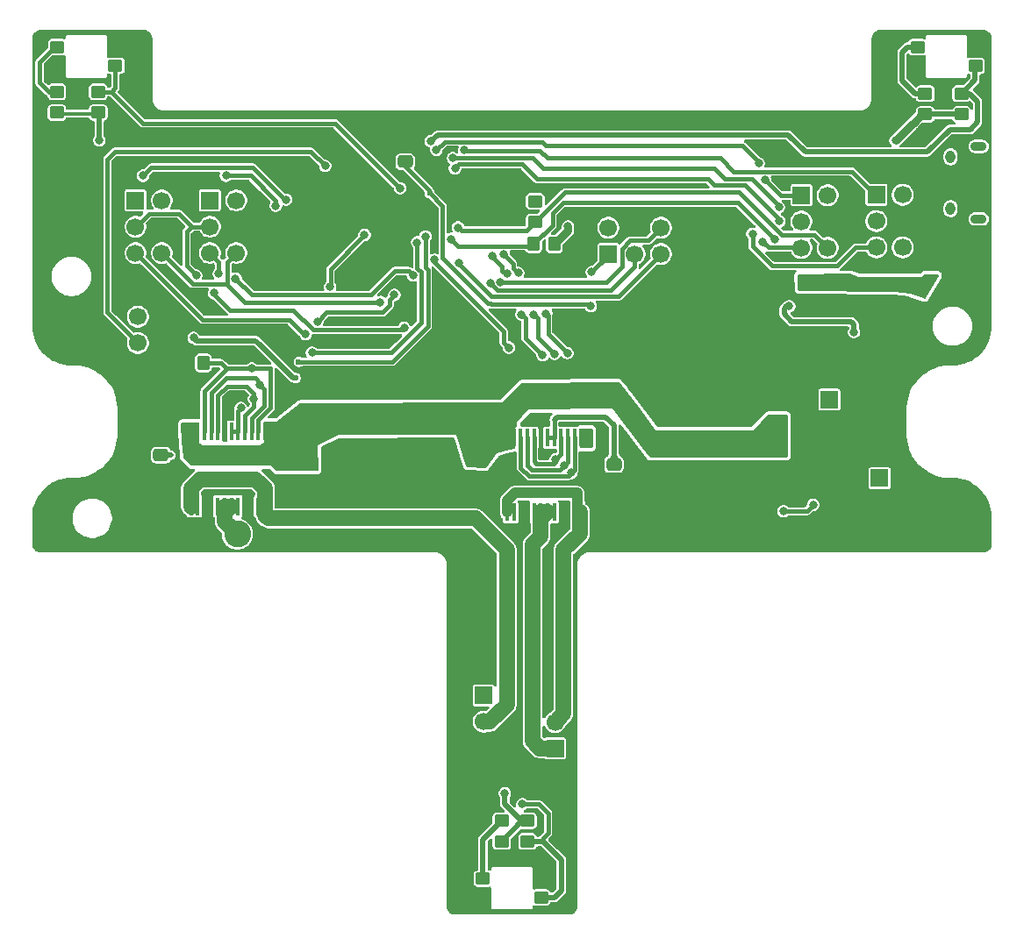
<source format=gbr>
%TF.GenerationSoftware,KiCad,Pcbnew,9.0.5*%
%TF.CreationDate,2025-10-26T18:07:54+01:00*%
%TF.ProjectId,MiniSumoSTM,4d696e69-5375-46d6-9f53-544d2e6b6963,rev?*%
%TF.SameCoordinates,Original*%
%TF.FileFunction,Copper,L2,Bot*%
%TF.FilePolarity,Positive*%
%FSLAX46Y46*%
G04 Gerber Fmt 4.6, Leading zero omitted, Abs format (unit mm)*
G04 Created by KiCad (PCBNEW 9.0.5) date 2025-10-26 18:07:54*
%MOMM*%
%LPD*%
G01*
G04 APERTURE LIST*
G04 Aperture macros list*
%AMRoundRect*
0 Rectangle with rounded corners*
0 $1 Rounding radius*
0 $2 $3 $4 $5 $6 $7 $8 $9 X,Y pos of 4 corners*
0 Add a 4 corners polygon primitive as box body*
4,1,4,$2,$3,$4,$5,$6,$7,$8,$9,$2,$3,0*
0 Add four circle primitives for the rounded corners*
1,1,$1+$1,$2,$3*
1,1,$1+$1,$4,$5*
1,1,$1+$1,$6,$7*
1,1,$1+$1,$8,$9*
0 Add four rect primitives between the rounded corners*
20,1,$1+$1,$2,$3,$4,$5,0*
20,1,$1+$1,$4,$5,$6,$7,0*
20,1,$1+$1,$6,$7,$8,$9,0*
20,1,$1+$1,$8,$9,$2,$3,0*%
G04 Aperture macros list end*
%TA.AperFunction,HeatsinkPad*%
%ADD10O,1.550000X0.890000*%
%TD*%
%TA.AperFunction,HeatsinkPad*%
%ADD11O,0.950000X1.250000*%
%TD*%
%TA.AperFunction,ComponentPad*%
%ADD12R,1.700000X1.700000*%
%TD*%
%TA.AperFunction,ComponentPad*%
%ADD13C,1.700000*%
%TD*%
%TA.AperFunction,SMDPad,CuDef*%
%ADD14RoundRect,0.250000X0.475000X-0.337500X0.475000X0.337500X-0.475000X0.337500X-0.475000X-0.337500X0*%
%TD*%
%TA.AperFunction,SMDPad,CuDef*%
%ADD15RoundRect,0.250000X-0.475000X0.337500X-0.475000X-0.337500X0.475000X-0.337500X0.475000X0.337500X0*%
%TD*%
%TA.AperFunction,SMDPad,CuDef*%
%ADD16RoundRect,0.250000X0.450000X-0.350000X0.450000X0.350000X-0.450000X0.350000X-0.450000X-0.350000X0*%
%TD*%
%TA.AperFunction,SMDPad,CuDef*%
%ADD17RoundRect,0.250000X-0.450000X0.350000X-0.450000X-0.350000X0.450000X-0.350000X0.450000X0.350000X0*%
%TD*%
%TA.AperFunction,SMDPad,CuDef*%
%ADD18RoundRect,0.250000X0.350000X0.450000X-0.350000X0.450000X-0.350000X-0.450000X0.350000X-0.450000X0*%
%TD*%
%TA.AperFunction,SMDPad,CuDef*%
%ADD19RoundRect,0.250000X-0.350000X-0.450000X0.350000X-0.450000X0.350000X0.450000X-0.350000X0.450000X0*%
%TD*%
%TA.AperFunction,SMDPad,CuDef*%
%ADD20R,0.450000X1.750000*%
%TD*%
%TA.AperFunction,SMDPad,CuDef*%
%ADD21RoundRect,0.240000X-0.460000X0.360000X-0.460000X-0.360000X0.460000X-0.360000X0.460000X0.360000X0*%
%TD*%
%TA.AperFunction,ViaPad*%
%ADD22C,0.600000*%
%TD*%
%TA.AperFunction,ViaPad*%
%ADD23C,0.800000*%
%TD*%
%TA.AperFunction,ViaPad*%
%ADD24C,2.600000*%
%TD*%
%TA.AperFunction,Conductor*%
%ADD25C,0.381000*%
%TD*%
%TA.AperFunction,Conductor*%
%ADD26C,0.500000*%
%TD*%
%TA.AperFunction,Conductor*%
%ADD27C,1.500000*%
%TD*%
%TA.AperFunction,Conductor*%
%ADD28C,1.000000*%
%TD*%
%TA.AperFunction,Conductor*%
%ADD29C,0.300000*%
%TD*%
%TA.AperFunction,Conductor*%
%ADD30C,0.762000*%
%TD*%
G04 APERTURE END LIST*
D10*
%TO.P,J2,6,Shield*%
%TO.N,unconnected-(J2-Shield-Pad6)_2*%
X196025000Y-68075000D03*
D11*
%TO.N,unconnected-(J2-Shield-Pad6)_3*%
X193325000Y-69075000D03*
%TO.N,unconnected-(J2-Shield-Pad6)_4*%
X193325000Y-74075000D03*
D10*
%TO.N,unconnected-(J2-Shield-Pad6)_7*%
X196025000Y-75075000D03*
%TD*%
D12*
%TO.P,TF4,1,Pin_1*%
%TO.N,/MCU/XSHUT4*%
X121850000Y-73275000D03*
D13*
%TO.P,TF4,2,Pin_2*%
%TO.N,+3.3V*%
X124390000Y-73275000D03*
%TO.P,TF4,3,Pin_3*%
%TO.N,/MCU/SCL2*%
X121850000Y-75815000D03*
%TO.P,TF4,4,Pin_4*%
%TO.N,GND*%
X124390000Y-75815000D03*
%TO.P,TF4,5,Pin_5*%
%TO.N,/MCU/EXTI4*%
X121850000Y-78355000D03*
%TO.P,TF4,6,Pin_6*%
%TO.N,/MCU/SDA2*%
X124390000Y-78355000D03*
%TD*%
D12*
%TO.P,TF1,1,Pin_1*%
%TO.N,/MCU/XSHUT1*%
X178925000Y-72785000D03*
D13*
%TO.P,TF1,2,Pin_2*%
%TO.N,+3.3V*%
X181465000Y-72785000D03*
%TO.P,TF1,3,Pin_3*%
%TO.N,/MCU/SCL1*%
X178925000Y-75325000D03*
%TO.P,TF1,4,Pin_4*%
%TO.N,GND*%
X181465000Y-75325000D03*
%TO.P,TF1,5,Pin_5*%
%TO.N,/MCU/EXTI1*%
X178925000Y-77865000D03*
%TO.P,TF1,6,Pin_6*%
%TO.N,/MCU/SDA1*%
X181465000Y-77865000D03*
%TD*%
D12*
%TO.P,TF3,1,Pin_1*%
%TO.N,/MCU/XSHUT3*%
X114675000Y-73285000D03*
D13*
%TO.P,TF3,2,Pin_2*%
%TO.N,+3.3V*%
X117215000Y-73285000D03*
%TO.P,TF3,3,Pin_3*%
%TO.N,/MCU/SCL2*%
X114675000Y-75825000D03*
%TO.P,TF3,4,Pin_4*%
%TO.N,GND*%
X117215000Y-75825000D03*
%TO.P,TF3,5,Pin_5*%
%TO.N,/MCU/EXTI3*%
X114675000Y-78365000D03*
%TO.P,TF3,6,Pin_6*%
%TO.N,/MCU/SDA2*%
X117215000Y-78365000D03*
%TD*%
D12*
%TO.P,TF2,1,Pin_1*%
%TO.N,/MCU/XSHUT2*%
X186160000Y-72735000D03*
D13*
%TO.P,TF2,2,Pin_2*%
%TO.N,+3.3V*%
X188700000Y-72735000D03*
%TO.P,TF2,3,Pin_3*%
%TO.N,/MCU/SCL1*%
X186160000Y-75275000D03*
%TO.P,TF2,4,Pin_4*%
%TO.N,GND*%
X188700000Y-75275000D03*
%TO.P,TF2,5,Pin_5*%
%TO.N,/MCU/EXTI2*%
X186160000Y-77815000D03*
%TO.P,TF2,6,Pin_6*%
%TO.N,/MCU/SDA1*%
X188700000Y-77815000D03*
%TD*%
D12*
%TO.P,Sw_Pwr1,1,Pin_1*%
%TO.N,/voltage_supply/ideal_diode_batt/EN*%
X181625000Y-92525000D03*
D13*
%TO.P,Sw_Pwr1,2,Pin_2*%
%TO.N,GND*%
X184165000Y-92525000D03*
%TD*%
D12*
%TO.P,J10,1,Pin_1*%
%TO.N,GND*%
X114900000Y-89600000D03*
D13*
%TO.P,J10,2,Pin_2*%
%TO.N,/MCU/STARTER*%
X114900000Y-87060000D03*
%TO.P,J10,3,Pin_3*%
%TO.N,+3.3V*%
X114900000Y-84520000D03*
%TD*%
D12*
%TO.P,J4,1,Pin_1*%
%TO.N,/MCU/NRESET*%
X160300000Y-78465000D03*
D13*
%TO.P,J4,2,Pin_2*%
%TO.N,+3.3V*%
X160300000Y-75925000D03*
%TO.P,J4,3,Pin_3*%
%TO.N,/MCU/SWDIO*%
X162840000Y-78465000D03*
%TO.P,J4,4,Pin_4*%
%TO.N,GND*%
X162840000Y-75925000D03*
%TO.P,J4,5,Pin_5*%
%TO.N,/MCU/SWO*%
X165380000Y-78465000D03*
%TO.P,J4,6,Pin_6*%
%TO.N,/MCU/SWCLK*%
X165380000Y-75925000D03*
%TD*%
D12*
%TO.P,Batt_Pin1,1,Pin_1*%
%TO.N,/voltage_supply/ideal_diode_batt/ANODE*%
X186475000Y-100100000D03*
D13*
%TO.P,Batt_Pin1,2,Pin_2*%
%TO.N,GND*%
X186475000Y-102640000D03*
%TD*%
D14*
%TO.P,C5,2*%
%TO.N,GND*%
X140700000Y-67462500D03*
%TO.P,C5,1*%
%TO.N,/MCU/NRESET*%
X140700000Y-69537500D03*
%TD*%
D15*
%TO.P,C10,2*%
%TO.N,GND*%
X160830000Y-100857500D03*
%TO.P,C10,1*%
%TO.N,+3.3V*%
X160830000Y-98782500D03*
%TD*%
%TO.P,C12,2*%
%TO.N,GND*%
X147375000Y-100462500D03*
%TO.P,C12,1*%
%TO.N,+BATT*%
X147375000Y-98387500D03*
%TD*%
%TO.P,C15,2*%
%TO.N,GND*%
X117125000Y-99962500D03*
%TO.P,C15,1*%
%TO.N,+3.3V*%
X117125000Y-97887500D03*
%TD*%
%TO.P,C17,2*%
%TO.N,GND*%
X130125000Y-100562500D03*
%TO.P,C17,1*%
%TO.N,+BATT*%
X130125000Y-98487500D03*
%TD*%
D13*
%TO.P,M1,2,Pin_2*%
%TO.N,/Motors_Control/M21*%
X155150000Y-123660000D03*
D12*
%TO.P,M1,1,Pin_1*%
%TO.N,/Motors_Control/M22*%
X155150000Y-126200000D03*
%TD*%
D13*
%TO.P,M2,2,Pin_2*%
%TO.N,/Motors_Control/M11*%
X148275000Y-123640000D03*
D12*
%TO.P,M2,1,Pin_1*%
%TO.N,/Motors_Control/M12*%
X148275000Y-121100000D03*
%TD*%
D16*
%TO.P,R1,2*%
%TO.N,/MCU/LS1*%
X194375000Y-62975000D03*
%TO.P,R1,1*%
%TO.N,+3.3V*%
X194375000Y-64975000D03*
%TD*%
%TO.P,R2,2*%
%TO.N,/sensors/Ls1R150*%
X190875000Y-62975000D03*
%TO.P,R2,1*%
%TO.N,+3.3V*%
X190875000Y-64975000D03*
%TD*%
%TO.P,R3,2*%
%TO.N,/sensors/Ls3R150*%
X107075000Y-62800000D03*
%TO.P,R3,1*%
%TO.N,+3.3V*%
X107075000Y-64800000D03*
%TD*%
%TO.P,R4,2*%
%TO.N,/MCU/LS3*%
X111075000Y-62800000D03*
%TO.P,R4,1*%
%TO.N,+3.3V*%
X111075000Y-64800000D03*
%TD*%
%TO.P,R5,2*%
%TO.N,/sensors/Ls2R150*%
X150000000Y-133200000D03*
%TO.P,R5,1*%
%TO.N,+3.3V*%
X150000000Y-135200000D03*
%TD*%
D17*
%TO.P,R6,2*%
%TO.N,/MCU/LS2*%
X152500000Y-135200000D03*
%TO.P,R6,1*%
%TO.N,+3.3V*%
X152500000Y-133200000D03*
%TD*%
D18*
%TO.P,R7,2*%
%TO.N,/MCU/SCL1*%
X153100000Y-77500000D03*
%TO.P,R7,1*%
%TO.N,+3.3V*%
X155100000Y-77500000D03*
%TD*%
D17*
%TO.P,R8,2*%
%TO.N,/MCU/SDA1*%
X153250000Y-75362500D03*
%TO.P,R8,1*%
%TO.N,+3.3V*%
X153250000Y-73362500D03*
%TD*%
D19*
%TO.P,R16,2*%
%TO.N,/MCU/PWM1*%
X121225000Y-88975000D03*
%TO.P,R16,1*%
%TO.N,GND*%
X119225000Y-88975000D03*
%TD*%
D20*
%TO.P,U8,1,AO1*%
%TO.N,/Motors_Control/M21*%
X157675000Y-103400000D03*
%TO.P,U8,2,AO1*%
X157025000Y-103400000D03*
%TO.P,U8,3,PGND1*%
%TO.N,GND*%
X156375000Y-103400000D03*
%TO.P,U8,4,PGND1*%
X155725000Y-103400000D03*
%TO.P,U8,5,AO2*%
%TO.N,/Motors_Control/M22*%
X155075000Y-103400000D03*
%TO.P,U8,6,AO2*%
X154425000Y-103400000D03*
%TO.P,U8,7,BO2*%
X153775000Y-103400000D03*
%TO.P,U8,8,BO2*%
X153125000Y-103400000D03*
%TO.P,U8,9,PGND2*%
%TO.N,GND*%
X152475000Y-103400000D03*
%TO.P,U8,10,PGND2*%
X151825000Y-103400000D03*
%TO.P,U8,11,BO1*%
%TO.N,/Motors_Control/M21*%
X151175000Y-103400000D03*
%TO.P,U8,12,BO1*%
X150525000Y-103400000D03*
%TO.P,U8,13,VM2*%
%TO.N,+BATT*%
X150525000Y-96200000D03*
%TO.P,U8,14,VM3*%
X151175000Y-96200000D03*
%TO.P,U8,15,PWMB*%
%TO.N,/MCU/PWM2*%
X151825000Y-96200000D03*
%TO.P,U8,16,BIN2*%
%TO.N,/MCU/M2_OUT2*%
X152475000Y-96200000D03*
%TO.P,U8,17,BIN1*%
%TO.N,/MCU/M2_OUT1*%
X153125000Y-96200000D03*
%TO.P,U8,18,GND*%
%TO.N,GND*%
X153775000Y-96200000D03*
%TO.P,U8,19,STBY*%
%TO.N,+3.3V*%
X154425000Y-96200000D03*
%TO.P,U8,20,VCC*%
X155075000Y-96200000D03*
%TO.P,U8,21,AIN1*%
%TO.N,/MCU/M2_OUT1*%
X155725000Y-96200000D03*
%TO.P,U8,22,AIN2*%
%TO.N,/MCU/M2_OUT2*%
X156375000Y-96200000D03*
%TO.P,U8,23,PWMA*%
%TO.N,/MCU/PWM2*%
X157025000Y-96200000D03*
%TO.P,U8,24,VM1*%
%TO.N,+BATT*%
X157675000Y-96200000D03*
%TD*%
D21*
%TO.P,U2,4,E*%
%TO.N,GND*%
X107125000Y-60275000D03*
%TO.P,U2,3,C*%
%TO.N,/MCU/LS3*%
X112725000Y-60275000D03*
%TO.P,U2,2,A*%
%TO.N,/sensors/Ls3R150*%
X107125000Y-58475000D03*
%TO.P,U2,1,K*%
%TO.N,GND*%
X112725000Y-58475000D03*
%TD*%
%TO.P,U3,4,E*%
%TO.N,GND*%
X148200000Y-140600000D03*
%TO.P,U3,3,C*%
%TO.N,/MCU/LS2*%
X153800000Y-140600000D03*
%TO.P,U3,2,A*%
%TO.N,/sensors/Ls2R150*%
X148200000Y-138800000D03*
%TO.P,U3,1,K*%
%TO.N,GND*%
X153800000Y-138800000D03*
%TD*%
D20*
%TO.P,U9,24,VM1*%
%TO.N,+BATT*%
X127175000Y-95625000D03*
%TO.P,U9,23,PWMA*%
%TO.N,/MCU/PWM1*%
X126525000Y-95625000D03*
%TO.P,U9,22,AIN2*%
%TO.N,/MCU/M1_OUT2*%
X125875000Y-95625000D03*
%TO.P,U9,21,AIN1*%
%TO.N,/MCU/M1_OUT1*%
X125225000Y-95625000D03*
%TO.P,U9,20,VCC*%
%TO.N,+3.3V*%
X124575000Y-95625000D03*
%TO.P,U9,19,STBY*%
X123925000Y-95625000D03*
%TO.P,U9,18,GND*%
%TO.N,GND*%
X123275000Y-95625000D03*
%TO.P,U9,17,BIN1*%
%TO.N,/MCU/M1_OUT1*%
X122625000Y-95625000D03*
%TO.P,U9,16,BIN2*%
%TO.N,/MCU/M1_OUT2*%
X121975000Y-95625000D03*
%TO.P,U9,15,PWMB*%
%TO.N,/MCU/PWM1*%
X121325000Y-95625000D03*
%TO.P,U9,14,VM3*%
%TO.N,+BATT*%
X120675000Y-95625000D03*
%TO.P,U9,13,VM2*%
X120025000Y-95625000D03*
%TO.P,U9,12,BO1*%
%TO.N,/Motors_Control/M11*%
X120025000Y-102825000D03*
%TO.P,U9,11,BO1*%
X120675000Y-102825000D03*
%TO.P,U9,10,PGND2*%
%TO.N,GND*%
X121325000Y-102825000D03*
%TO.P,U9,9,PGND2*%
X121975000Y-102825000D03*
%TO.P,U9,8,BO2*%
%TO.N,/Motors_Control/M12*%
X122625000Y-102825000D03*
%TO.P,U9,7,BO2*%
X123275000Y-102825000D03*
%TO.P,U9,6,AO2*%
X123925000Y-102825000D03*
%TO.P,U9,5,AO2*%
X124575000Y-102825000D03*
%TO.P,U9,4,PGND1*%
%TO.N,GND*%
X125225000Y-102825000D03*
%TO.P,U9,3,PGND1*%
X125875000Y-102825000D03*
%TO.P,U9,2,AO1*%
%TO.N,/Motors_Control/M11*%
X126525000Y-102825000D03*
%TO.P,U9,1,AO1*%
X127175000Y-102825000D03*
%TD*%
D21*
%TO.P,U1,4,E*%
%TO.N,GND*%
X190125000Y-60275000D03*
%TO.P,U1,3,C*%
%TO.N,/MCU/LS1*%
X195725000Y-60275000D03*
%TO.P,U1,2,A*%
%TO.N,/sensors/Ls1R150*%
X190125000Y-58475000D03*
%TO.P,U1,1,K*%
%TO.N,GND*%
X195725000Y-58475000D03*
%TD*%
D22*
%TO.N,GND*%
X149100000Y-103275000D03*
X151600000Y-106100000D03*
X151625000Y-105150000D03*
X124825000Y-92200000D03*
X123825000Y-92225000D03*
X172050000Y-78075000D03*
X106100000Y-73600000D03*
X109100000Y-70600000D03*
X110600000Y-72100000D03*
X109100000Y-72100000D03*
X110600000Y-70600000D03*
X109100000Y-76600000D03*
X110600000Y-76600000D03*
X109100000Y-73600000D03*
X110600000Y-73600000D03*
X127100000Y-75100000D03*
X127100000Y-76600000D03*
X154000000Y-94480000D03*
%TO.N,+BATT*%
X175800000Y-94990000D03*
%TO.N,GND*%
X194275000Y-81100000D03*
X194275000Y-79600000D03*
X194275000Y-76600000D03*
X194275000Y-78100000D03*
X109075000Y-62525000D03*
X196100000Y-106600000D03*
X196100000Y-105100000D03*
X196100000Y-103600000D03*
X196100000Y-102100000D03*
X196100000Y-81100000D03*
X196100000Y-79600000D03*
X196100000Y-78100000D03*
X196100000Y-76600000D03*
X194600000Y-106600000D03*
X194600000Y-105100000D03*
X194600000Y-103600000D03*
X194600000Y-102100000D03*
X194600000Y-70600000D03*
X194600000Y-69100000D03*
X194600000Y-67600000D03*
X193100000Y-106600000D03*
X193100000Y-105100000D03*
X193100000Y-103600000D03*
X193100000Y-102100000D03*
X193100000Y-63100000D03*
X191600000Y-106600000D03*
X191600000Y-105100000D03*
X191600000Y-103600000D03*
X191600000Y-102100000D03*
X191600000Y-100600000D03*
X191600000Y-70600000D03*
X190100000Y-106600000D03*
X190100000Y-105100000D03*
X190100000Y-103600000D03*
X190100000Y-102100000D03*
X190100000Y-100600000D03*
X190100000Y-90100000D03*
X190100000Y-70600000D03*
X190100000Y-61600000D03*
X188600000Y-106600000D03*
X188600000Y-105100000D03*
X188600000Y-103600000D03*
X188600000Y-102100000D03*
X188600000Y-100600000D03*
X188600000Y-99100000D03*
X188600000Y-97600000D03*
X188600000Y-91600000D03*
X188600000Y-90100000D03*
X188600000Y-70600000D03*
X188600000Y-64600000D03*
X187100000Y-106600000D03*
X187100000Y-94600000D03*
X187100000Y-93100000D03*
X187100000Y-91600000D03*
X187100000Y-90100000D03*
X187100000Y-66100000D03*
X187100000Y-64600000D03*
X187100000Y-63100000D03*
X187100000Y-61600000D03*
X187100000Y-60100000D03*
X187100000Y-58600000D03*
X185600000Y-106600000D03*
X185600000Y-94600000D03*
X185600000Y-93100000D03*
X185600000Y-91600000D03*
X185600000Y-90100000D03*
X185600000Y-67600000D03*
X185600000Y-66100000D03*
X184100000Y-106600000D03*
X184100000Y-97600000D03*
X184100000Y-90100000D03*
X184100000Y-67600000D03*
X184100000Y-66100000D03*
X182600000Y-106600000D03*
X182600000Y-97600000D03*
X182600000Y-96100000D03*
X182600000Y-90100000D03*
X182600000Y-67600000D03*
X182600000Y-66100000D03*
X181100000Y-106600000D03*
X181100000Y-97600000D03*
X181100000Y-96100000D03*
X181100000Y-90100000D03*
X181100000Y-67600000D03*
X181100000Y-66100000D03*
X179600000Y-106600000D03*
X179600000Y-91600000D03*
X179600000Y-90100000D03*
X179600000Y-66100000D03*
X178100000Y-106600000D03*
X178100000Y-69100000D03*
X178100000Y-66100000D03*
X176600000Y-106600000D03*
X176600000Y-82600000D03*
X176600000Y-81100000D03*
X176600000Y-69100000D03*
X176600000Y-66100000D03*
X175100000Y-106600000D03*
X175100000Y-84100000D03*
X175100000Y-82600000D03*
X175100000Y-81100000D03*
X175100000Y-66100000D03*
X173600000Y-106600000D03*
X173600000Y-105100000D03*
X173600000Y-103600000D03*
X173600000Y-84100000D03*
X173600000Y-82600000D03*
X173600000Y-81100000D03*
X173600000Y-79600000D03*
X173600000Y-66100000D03*
X172100000Y-106600000D03*
X172100000Y-105100000D03*
X172100000Y-103600000D03*
X172100000Y-84100000D03*
X172100000Y-82600000D03*
X172100000Y-81100000D03*
X172100000Y-79600000D03*
X172100000Y-76600000D03*
X172100000Y-66100000D03*
X170600000Y-106600000D03*
X170600000Y-105100000D03*
X170600000Y-103600000D03*
X170600000Y-102100000D03*
X170600000Y-100600000D03*
X170600000Y-99100000D03*
X170600000Y-84100000D03*
X170600000Y-82600000D03*
X170600000Y-81100000D03*
X170600000Y-79600000D03*
X170600000Y-78100000D03*
X170600000Y-76600000D03*
X170600000Y-66100000D03*
X169100000Y-106600000D03*
X169100000Y-105100000D03*
X169100000Y-103600000D03*
X169100000Y-84100000D03*
X169100000Y-82600000D03*
X169100000Y-66100000D03*
X167600000Y-106600000D03*
X167600000Y-105100000D03*
X167600000Y-103600000D03*
X167600000Y-100600000D03*
X167600000Y-84100000D03*
X167600000Y-79600000D03*
X167600000Y-78100000D03*
X167600000Y-76600000D03*
X167600000Y-75100000D03*
X167600000Y-66100000D03*
X166100000Y-106600000D03*
X166100000Y-105100000D03*
X166100000Y-103600000D03*
X166100000Y-100600000D03*
X166100000Y-81100000D03*
X166100000Y-66100000D03*
X164600000Y-106600000D03*
X164600000Y-105100000D03*
X164600000Y-103600000D03*
X164600000Y-102100000D03*
X164600000Y-100600000D03*
X164600000Y-99100000D03*
X164600000Y-82600000D03*
X164600000Y-81100000D03*
X164600000Y-66100000D03*
X163100000Y-106600000D03*
X163100000Y-105100000D03*
X163100000Y-103600000D03*
X163100000Y-102100000D03*
X163100000Y-100600000D03*
X163100000Y-99100000D03*
X163100000Y-84100000D03*
X163100000Y-82600000D03*
X163100000Y-66100000D03*
X161600000Y-106600000D03*
X161600000Y-105100000D03*
X161600000Y-103600000D03*
X161600000Y-90100000D03*
X161600000Y-88600000D03*
X161600000Y-84100000D03*
X161600000Y-66100000D03*
X160100000Y-106600000D03*
X160100000Y-105100000D03*
X160100000Y-103600000D03*
X160100000Y-90100000D03*
X160100000Y-84100000D03*
X160100000Y-66100000D03*
X158600000Y-90100000D03*
X158600000Y-78100000D03*
X158600000Y-76600000D03*
X158600000Y-66100000D03*
X157100000Y-84100000D03*
X157100000Y-79600000D03*
X157100000Y-66100000D03*
X155600000Y-135100000D03*
X155600000Y-133600000D03*
X155600000Y-132100000D03*
X155600000Y-130600000D03*
X155600000Y-129100000D03*
X155600000Y-84100000D03*
X155600000Y-79600000D03*
X155600000Y-66100000D03*
X154100000Y-130600000D03*
X154100000Y-129100000D03*
X154100000Y-90100000D03*
X154100000Y-72100000D03*
X154100000Y-66100000D03*
X152600000Y-136600000D03*
X152600000Y-90100000D03*
X152600000Y-88600000D03*
X152600000Y-72100000D03*
X152600000Y-66100000D03*
X151100000Y-136600000D03*
X151100000Y-75100000D03*
X151100000Y-72100000D03*
X151100000Y-70600000D03*
X151100000Y-66100000D03*
X149600000Y-136600000D03*
X149600000Y-66100000D03*
X148100000Y-132100000D03*
X148100000Y-130600000D03*
X148100000Y-129100000D03*
X148100000Y-127600000D03*
X148100000Y-126100000D03*
X148100000Y-91600000D03*
X148100000Y-66100000D03*
X146600000Y-141100000D03*
X146600000Y-139600000D03*
X146600000Y-138100000D03*
X146600000Y-136600000D03*
X146600000Y-135100000D03*
X146600000Y-133600000D03*
X146600000Y-132100000D03*
X146600000Y-130600000D03*
X146600000Y-129100000D03*
X146600000Y-127600000D03*
X146600000Y-126100000D03*
X146600000Y-124600000D03*
X146600000Y-123100000D03*
X146600000Y-121600000D03*
X146600000Y-120100000D03*
X146600000Y-118600000D03*
X146600000Y-117100000D03*
X146600000Y-115600000D03*
X146600000Y-114100000D03*
X146600000Y-112600000D03*
X146600000Y-111100000D03*
X146600000Y-109600000D03*
X146600000Y-91600000D03*
X146600000Y-66100000D03*
X145100000Y-102100000D03*
X145100000Y-100600000D03*
X145100000Y-91600000D03*
X145100000Y-66100000D03*
X143600000Y-102100000D03*
X143600000Y-100600000D03*
X143600000Y-91600000D03*
X143600000Y-66100000D03*
X142100000Y-102100000D03*
X142100000Y-100600000D03*
X142100000Y-91600000D03*
X142100000Y-66100000D03*
X140600000Y-102100000D03*
X140600000Y-100600000D03*
X140600000Y-91600000D03*
X140600000Y-78100000D03*
X140600000Y-66100000D03*
X139100000Y-102100000D03*
X139100000Y-100600000D03*
X139100000Y-91600000D03*
X139100000Y-66100000D03*
X137600000Y-102100000D03*
X137600000Y-100600000D03*
X137600000Y-91600000D03*
X137600000Y-67600000D03*
X137600000Y-66100000D03*
X136100000Y-102100000D03*
X136100000Y-100600000D03*
X136100000Y-91600000D03*
X136100000Y-87100000D03*
X136100000Y-70600000D03*
X136100000Y-66100000D03*
X134600000Y-102100000D03*
X134600000Y-100600000D03*
X134600000Y-91600000D03*
X133100000Y-102100000D03*
X133100000Y-100600000D03*
X133100000Y-91600000D03*
X133100000Y-72100000D03*
X133100000Y-67600000D03*
X131600000Y-91600000D03*
X131600000Y-72100000D03*
X131600000Y-70600000D03*
X131600000Y-67600000D03*
X130100000Y-91600000D03*
X130100000Y-87100000D03*
X130100000Y-72100000D03*
X130100000Y-67600000D03*
X128600000Y-81100000D03*
X128600000Y-76600000D03*
X128600000Y-67600000D03*
X127100000Y-67600000D03*
X125600000Y-67600000D03*
X124100000Y-88600000D03*
X124100000Y-85600000D03*
X124100000Y-67600000D03*
X122600000Y-106600000D03*
X122600000Y-67600000D03*
X121100000Y-106600000D03*
X121100000Y-105100000D03*
X121100000Y-82600000D03*
X121100000Y-67600000D03*
X119600000Y-106600000D03*
X119600000Y-105100000D03*
X119600000Y-67600000D03*
X118100000Y-106600000D03*
X118100000Y-105100000D03*
X118100000Y-103600000D03*
X118100000Y-96100000D03*
X118100000Y-94600000D03*
X118100000Y-87100000D03*
X118100000Y-84100000D03*
X118100000Y-67600000D03*
X116600000Y-106600000D03*
X116600000Y-105100000D03*
X116600000Y-103600000D03*
X116600000Y-91600000D03*
X116600000Y-90100000D03*
X116600000Y-88600000D03*
X116600000Y-87100000D03*
X116600000Y-84100000D03*
X116600000Y-82600000D03*
X116600000Y-67600000D03*
X115100000Y-106600000D03*
X115100000Y-105100000D03*
X115100000Y-103600000D03*
X115100000Y-102100000D03*
X115100000Y-100600000D03*
X115100000Y-99100000D03*
X115100000Y-97600000D03*
X115100000Y-96100000D03*
X115100000Y-94600000D03*
X115100000Y-93100000D03*
X115100000Y-91600000D03*
X115100000Y-82600000D03*
X115100000Y-81100000D03*
X115100000Y-67600000D03*
X115100000Y-63100000D03*
X115100000Y-61600000D03*
X115100000Y-60100000D03*
X115100000Y-58600000D03*
X113600000Y-106600000D03*
X113600000Y-100600000D03*
X113600000Y-99100000D03*
X113600000Y-97600000D03*
X113600000Y-96100000D03*
X113600000Y-94600000D03*
X113600000Y-93100000D03*
X113600000Y-91600000D03*
X113600000Y-82600000D03*
X113600000Y-81100000D03*
X113600000Y-70600000D03*
X113600000Y-67600000D03*
X113600000Y-66100000D03*
X113600000Y-61600000D03*
X112100000Y-88600000D03*
X112100000Y-87100000D03*
X112100000Y-66100000D03*
X110600000Y-88600000D03*
X110600000Y-87100000D03*
X110600000Y-85600000D03*
X110600000Y-84100000D03*
X110600000Y-75100000D03*
X110600000Y-69100000D03*
X109100000Y-88600000D03*
X109100000Y-87100000D03*
X109100000Y-85600000D03*
X109100000Y-84100000D03*
X109100000Y-75100000D03*
X109100000Y-69100000D03*
X109100000Y-67600000D03*
X109100000Y-66100000D03*
X109100000Y-63725000D03*
X107600000Y-106600000D03*
X107600000Y-100600000D03*
X107600000Y-87100000D03*
X107600000Y-85600000D03*
X107600000Y-84100000D03*
X107600000Y-76600000D03*
X107600000Y-75100000D03*
X107600000Y-73600000D03*
X107600000Y-72100000D03*
X107600000Y-70600000D03*
X107600000Y-69100000D03*
X107600000Y-67600000D03*
X107600000Y-66100000D03*
X106100000Y-106600000D03*
X106100000Y-105100000D03*
X106100000Y-103600000D03*
X106100000Y-102100000D03*
X106100000Y-87100000D03*
X106100000Y-85600000D03*
X106100000Y-84100000D03*
X106100000Y-76600000D03*
X106100000Y-75100000D03*
X106100000Y-72100000D03*
X106100000Y-70600000D03*
X106100000Y-69100000D03*
X106100000Y-67600000D03*
X106100000Y-66100000D03*
D23*
%TO.N,/MCU/EXTI4*%
X141449676Y-80522073D03*
X124328000Y-80826758D03*
X122700000Y-80375000D03*
%TO.N,/MCU/EXTI3*%
X139650000Y-82416534D03*
X131091032Y-86208968D03*
X132208968Y-85009500D03*
%TO.N,/MCU/EXTI2*%
X145300000Y-69200000D03*
X174200000Y-76500000D03*
X176758968Y-73941032D03*
%TO.N,/MCU/EXTI1*%
X176808968Y-75291032D03*
X145500000Y-70200000D03*
X175200000Y-77300000D03*
%TO.N,/MCU/SWDIO*%
X148900000Y-81300000D03*
%TO.N,/MCU/SWCLK*%
X149892281Y-81175965D03*
%TO.N,/MCU/SWO*%
X145900000Y-79300000D03*
%TO.N,/MCU/NRESET*%
X158700000Y-80200000D03*
X140700000Y-69537500D03*
X158600000Y-83500000D03*
D22*
X143050000Y-72562500D03*
D24*
%TO.N,/Motors_Control/M12*%
X124500000Y-105500000D03*
D23*
%TO.N,/voltage_supply/ideal_diode_vbus/GATE*%
X184000000Y-86000000D03*
X177750000Y-83500000D03*
%TO.N,/voltage_supply/ideal_diode_batt/GATE*%
X180050000Y-102700000D03*
X177200000Y-103300000D03*
%TO.N,/MCU/M2_OUT2*%
X150200000Y-78490500D03*
X151600000Y-80300000D03*
X155100000Y-88100000D03*
X153100000Y-84300000D03*
X156019891Y-98892891D03*
%TO.N,/MCU/M2_OUT1*%
X155219028Y-98294039D03*
X153950000Y-88250000D03*
X149103315Y-78647102D03*
X151900000Y-84300000D03*
X150567530Y-80385466D03*
%TO.N,/MCU/PWM2*%
X156727000Y-99600000D03*
X156337500Y-88037500D03*
X154300000Y-84200000D03*
%TO.N,/MCU/PWM1*%
X133448153Y-81609501D03*
X125891032Y-89516032D03*
X136775000Y-76625000D03*
%TO.N,/MCU/M1_OUT2*%
X141850793Y-77340742D03*
X131700000Y-87998841D03*
X126650000Y-91125000D03*
D22*
%TO.N,/MCU/M1_OUT1*%
X130425000Y-88875000D03*
D23*
X142661655Y-76755500D03*
X126100000Y-92450000D03*
%TO.N,/MCU/LS3*%
X140200000Y-72100000D03*
%TO.N,/MCU/LS2*%
X152000000Y-131600000D03*
X150700000Y-87500000D03*
X143534577Y-79016884D03*
%TO.N,/MCU/LS1*%
X143170000Y-67552000D03*
%TO.N,/MCU/STARTER*%
X132975000Y-69950000D03*
%TO.N,/MCU/XSHUT4*%
X123400000Y-70900000D03*
X128200000Y-73800000D03*
%TO.N,/MCU/SCL2*%
X140600000Y-85600000D03*
X122251468Y-82248532D03*
X120538968Y-80536032D03*
%TO.N,/MCU/SDA2*%
X138300000Y-83100000D03*
%TO.N,/MCU/XSHUT3*%
X115400000Y-70900000D03*
X129200000Y-73200000D03*
%TO.N,/MCU/XSHUT2*%
X146400000Y-68400000D03*
%TO.N,/MCU/XSHUT1*%
X174800000Y-69709500D03*
X143700000Y-68400000D03*
X175400000Y-71290500D03*
%TO.N,/MCU/SDA1*%
X145800000Y-75900000D03*
%TO.N,/MCU/SCL1*%
X176331356Y-77049292D03*
X145100000Y-77000000D03*
D22*
%TO.N,VBUS*%
X179250000Y-81225000D03*
X189450000Y-81300000D03*
X191175000Y-80875000D03*
X190500000Y-81975000D03*
%TO.N,+BATT*%
X158475000Y-92975000D03*
X148000000Y-96425000D03*
X175850000Y-97480000D03*
X146525000Y-96450000D03*
X160700000Y-91800000D03*
X160625000Y-92925000D03*
X159700000Y-91800000D03*
X132425000Y-94975000D03*
X173150000Y-97450000D03*
X158300000Y-96525000D03*
X158475000Y-91825000D03*
X177120000Y-96200000D03*
X174700000Y-97470000D03*
X147875000Y-94500000D03*
X158325000Y-95650000D03*
X159650000Y-92900000D03*
X147800000Y-93425000D03*
X175830000Y-96200000D03*
X129825000Y-95475000D03*
X174710000Y-96220000D03*
X130975000Y-94500000D03*
X177060000Y-97470000D03*
X146475000Y-94600000D03*
X176960000Y-95030000D03*
X173225000Y-96225000D03*
X131450000Y-95600000D03*
X146500000Y-93375000D03*
%TO.N,GND*%
X154450000Y-117750000D03*
X142200000Y-88000000D03*
X134500000Y-85000000D03*
X154400000Y-120050000D03*
X154500000Y-110000000D03*
X154000000Y-79500000D03*
X154450000Y-115250000D03*
X134525000Y-81000000D03*
X138700000Y-82100000D03*
X154450000Y-107900000D03*
X174400000Y-92825000D03*
X154500000Y-112500000D03*
X157500000Y-78250000D03*
X171575000Y-92775000D03*
X155500000Y-105200000D03*
X119000000Y-93500000D03*
X123675000Y-93350000D03*
X171575000Y-94200000D03*
X174400000Y-94125000D03*
X131500000Y-73600000D03*
X152790000Y-94500000D03*
X140500000Y-83750000D03*
D23*
X190700000Y-67050000D03*
D22*
X133800000Y-87000000D03*
X173050000Y-92800000D03*
X173075000Y-94125000D03*
D23*
%TO.N,+3.3V*%
X117125000Y-97897500D03*
D22*
X130125000Y-90425000D03*
D23*
X124842231Y-93339833D03*
X160850000Y-98172500D03*
X150300000Y-130550000D03*
X188000000Y-67500000D03*
X120275000Y-86550000D03*
X153250000Y-73362500D03*
X156400000Y-75800000D03*
X111175000Y-67475000D03*
%TD*%
D25*
%TO.N,/MCU/M2_OUT1*%
X150543670Y-80361606D02*
X150567530Y-80385466D01*
X150050000Y-80078837D02*
X150332769Y-80361606D01*
X149277687Y-78877687D02*
X150050000Y-79650000D01*
X149277687Y-78821474D02*
X149277687Y-78877687D01*
X150332769Y-80361606D02*
X150543670Y-80361606D01*
X149103315Y-78647102D02*
X149277687Y-78821474D01*
X150050000Y-79650000D02*
X150050000Y-80078837D01*
%TO.N,/MCU/SWO*%
X145900000Y-79300000D02*
X145900000Y-79400000D01*
X145900000Y-79400000D02*
X148108500Y-81608500D01*
X148108500Y-81608500D02*
X148108500Y-81627851D01*
X161295535Y-82549465D02*
X165380000Y-78465000D01*
X148108500Y-81627851D02*
X148572149Y-82091500D01*
X148572149Y-82091500D02*
X148591500Y-82091500D01*
X148591500Y-82091500D02*
X149049465Y-82549465D01*
X149049465Y-82549465D02*
X161295535Y-82549465D01*
%TO.N,/MCU/SWDIO*%
X148900000Y-81300000D02*
X148900000Y-81303035D01*
X148900000Y-81303035D02*
X149564430Y-81967465D01*
X149564430Y-81967465D02*
X160539616Y-81967465D01*
X160539616Y-81967465D02*
X162840000Y-79667081D01*
X162840000Y-79667081D02*
X162840000Y-78465000D01*
%TO.N,/MCU/SWCLK*%
X149892281Y-81175965D02*
X160072035Y-81175965D01*
X161598500Y-79649500D02*
X161598500Y-77950753D01*
X160072035Y-81175965D02*
X161598500Y-79649500D01*
X161598500Y-77950753D02*
X162382753Y-77166500D01*
X162382753Y-77166500D02*
X164138500Y-77166500D01*
X164138500Y-77166500D02*
X165380000Y-75925000D01*
%TO.N,/MCU/SCL2*%
X114700000Y-75815000D02*
X115965000Y-74550000D01*
X115965000Y-74550000D02*
X118835000Y-74550000D01*
X118835000Y-74550000D02*
X120100000Y-75815000D01*
%TO.N,/MCU/XSHUT1*%
X174800000Y-69709500D02*
X174800000Y-69550000D01*
X174800000Y-69550000D02*
X173250000Y-68000000D01*
X173250000Y-68000000D02*
X154298851Y-68000000D01*
X154298851Y-68000000D02*
X153907351Y-67608500D01*
X153907351Y-67608500D02*
X144491500Y-67608500D01*
X144491500Y-67608500D02*
X143700000Y-68400000D01*
X175400000Y-71290500D02*
X176909500Y-72800000D01*
X176909500Y-72800000D02*
X178872500Y-72800000D01*
X178872500Y-72800000D02*
X178910000Y-72762500D01*
%TO.N,/MCU/EXTI2*%
X174200000Y-76500000D02*
X174200000Y-77700000D01*
X174200000Y-77700000D02*
X176100000Y-79600000D01*
X176100000Y-79600000D02*
X182400000Y-79600000D01*
X182400000Y-79600000D02*
X184157500Y-77842500D01*
X184157500Y-77842500D02*
X186132500Y-77842500D01*
X186132500Y-77842500D02*
X186160000Y-77815000D01*
%TO.N,/MCU/XSHUT2*%
X146400000Y-68400000D02*
X146500000Y-68500000D01*
X175127851Y-70501000D02*
X175128851Y-70500000D01*
X146500000Y-68500000D02*
X153700000Y-68500000D01*
X174472149Y-70501000D02*
X175127851Y-70501000D01*
X153700000Y-68500000D02*
X154400000Y-69200000D01*
X154400000Y-69200000D02*
X171100000Y-69200000D01*
X171100000Y-69200000D02*
X172400000Y-70500000D01*
X175128851Y-70500000D02*
X183797500Y-70500000D01*
X172400000Y-70500000D02*
X174471149Y-70500000D01*
X174471149Y-70500000D02*
X174472149Y-70501000D01*
X183797500Y-70500000D02*
X186032500Y-72735000D01*
X186032500Y-72735000D02*
X186160000Y-72735000D01*
%TO.N,/MCU/EXTI4*%
X122700000Y-80375000D02*
X122700000Y-79205000D01*
X137400000Y-82400000D02*
X139700000Y-80100000D01*
X141027603Y-80100000D02*
X141449676Y-80522073D01*
X122700000Y-79205000D02*
X121850000Y-78355000D01*
X124328000Y-80826758D02*
X124328000Y-80828000D01*
X139700000Y-80100000D02*
X141027603Y-80100000D01*
X125900000Y-82400000D02*
X137400000Y-82400000D01*
X124328000Y-80828000D02*
X125900000Y-82400000D01*
%TO.N,/MCU/EXTI3*%
X121145000Y-84800000D02*
X114700000Y-78355000D01*
X130908968Y-86208968D02*
X129500000Y-84800000D01*
X129500000Y-84800000D02*
X121145000Y-84800000D01*
X138500000Y-84100000D02*
X133118468Y-84100000D01*
X139650000Y-82416534D02*
X139200000Y-82866534D01*
X139200000Y-82866534D02*
X139200000Y-83400000D01*
X139200000Y-83400000D02*
X138500000Y-84100000D01*
X131091032Y-86208968D02*
X130908968Y-86208968D01*
X133118468Y-84100000D02*
X132208968Y-85009500D01*
%TO.N,/MCU/EXTI2*%
X171518000Y-71218000D02*
X170500000Y-70200000D01*
X176758968Y-73941032D02*
X176758968Y-73858968D01*
X174118000Y-71218000D02*
X171518000Y-71218000D01*
X154000000Y-70200000D02*
X153000000Y-69200000D01*
X170500000Y-70200000D02*
X154000000Y-70200000D01*
X176758968Y-73858968D02*
X174118000Y-71218000D01*
X153000000Y-69200000D02*
X145300000Y-69200000D01*
%TO.N,/MCU/EXTI1*%
X173500000Y-71800000D02*
X170500000Y-71800000D01*
X176808968Y-75291032D02*
X176808968Y-75108968D01*
X175967468Y-74267468D02*
X173500000Y-71800000D01*
X176431117Y-74732532D02*
X175967468Y-74268883D01*
X175742500Y-77842500D02*
X178910000Y-77842500D01*
X145900000Y-69800000D02*
X145500000Y-70200000D01*
X176808968Y-75108968D02*
X176432532Y-74732532D01*
X152000000Y-69800000D02*
X145900000Y-69800000D01*
X153400000Y-71200000D02*
X152000000Y-69800000D01*
X170500000Y-71800000D02*
X169900000Y-71200000D01*
X169900000Y-71200000D02*
X153400000Y-71200000D01*
X175967468Y-74268883D02*
X175967468Y-74267468D01*
X176432532Y-74732532D02*
X176431117Y-74732532D01*
X175200000Y-77300000D02*
X175742500Y-77842500D01*
%TO.N,/MCU/SWDIO*%
X162865000Y-78412500D02*
X162865000Y-78451319D01*
%TO.N,/MCU/NRESET*%
X160325000Y-78575000D02*
X158700000Y-80200000D01*
X144300000Y-78819351D02*
X144300000Y-73812500D01*
X158600000Y-83500000D02*
X158439965Y-83339965D01*
X143000000Y-72300000D02*
X140700000Y-70000000D01*
X144300000Y-73812500D02*
X143050000Y-72562500D01*
X158439965Y-83339965D02*
X149039965Y-83339965D01*
X140700000Y-70000000D02*
X140700000Y-69537500D01*
X148900000Y-83200000D02*
X148680649Y-83200000D01*
X148680649Y-83200000D02*
X144300000Y-78819351D01*
X160325000Y-78412500D02*
X160325000Y-78575000D01*
X149039965Y-83339965D02*
X148900000Y-83200000D01*
%TO.N,/sensors/Ls3R150*%
X105408500Y-59916500D02*
X105408500Y-61886429D01*
X106850000Y-58475000D02*
X105408500Y-59916500D01*
X107125000Y-58475000D02*
X106850000Y-58475000D01*
X105408500Y-61886429D02*
X106322071Y-62800000D01*
X106322071Y-62800000D02*
X107075000Y-62800000D01*
D26*
%TO.N,/sensors/Ls2R150*%
X148200000Y-135000000D02*
X148200000Y-138800000D01*
X150000000Y-133200000D02*
X148200000Y-135000000D01*
%TO.N,/sensors/Ls1R150*%
X188625000Y-61725000D02*
X188625000Y-58975000D01*
X190075000Y-58825000D02*
X190071130Y-58825000D01*
X190875000Y-62975000D02*
X189875000Y-62975000D01*
X189125000Y-58475000D02*
X190125000Y-58475000D01*
X188625000Y-58975000D02*
X189125000Y-58475000D01*
X189875000Y-62975000D02*
X188625000Y-61725000D01*
D27*
%TO.N,/Motors_Control/M11*%
X148860000Y-123640000D02*
X148275000Y-123640000D01*
X127175000Y-103675000D02*
X127500000Y-104000000D01*
X127500000Y-104000000D02*
X147500000Y-104000000D01*
X150500000Y-107000000D02*
X150500000Y-122000000D01*
X150500000Y-122000000D02*
X148860000Y-123640000D01*
X127175000Y-102825000D02*
X127175000Y-103675000D01*
X147500000Y-104000000D02*
X150500000Y-107000000D01*
%TO.N,/Motors_Control/M12*%
X123275000Y-102825000D02*
X123275000Y-104000000D01*
X123275000Y-104000000D02*
X123275000Y-104275000D01*
X123275000Y-104275000D02*
X124500000Y-105500000D01*
X123275000Y-102825000D02*
X123925000Y-102825000D01*
%TO.N,/Motors_Control/M22*%
X153775000Y-105725000D02*
X153000000Y-106500000D01*
X153700000Y-126200000D02*
X155150000Y-126200000D01*
X153775000Y-103400000D02*
X154425000Y-103400000D01*
X153000000Y-125500000D02*
X153700000Y-126200000D01*
X154425000Y-103400000D02*
X154000000Y-103825000D01*
X153775000Y-103400000D02*
X153775000Y-105725000D01*
X153000000Y-106500000D02*
X153000000Y-125500000D01*
%TO.N,/Motors_Control/M21*%
X155950000Y-122860000D02*
X155150000Y-123660000D01*
D28*
X150525000Y-102302000D02*
X151277000Y-101550000D01*
X150525000Y-103400000D02*
X150525000Y-102302000D01*
D27*
X157551000Y-103400000D02*
X157551000Y-105449000D01*
X155950000Y-107050000D02*
X155950000Y-122860000D01*
D28*
X157277000Y-101550000D02*
X157301000Y-101574000D01*
X157301000Y-101574000D02*
X157301000Y-103400000D01*
D27*
X157551000Y-105449000D02*
X155950000Y-107050000D01*
D28*
X151277000Y-101550000D02*
X157277000Y-101550000D01*
D26*
%TO.N,/voltage_supply/ideal_diode_vbus/GATE*%
X177250000Y-84250000D02*
X177250000Y-83750000D01*
X178000000Y-85000000D02*
X177250000Y-84250000D01*
X177250000Y-83750000D02*
X177500000Y-83500000D01*
X178250000Y-85000000D02*
X178000000Y-85000000D01*
X177500000Y-83500000D02*
X177750000Y-83500000D01*
X184000000Y-86000000D02*
X184000000Y-85250000D01*
X184000000Y-85250000D02*
X183750000Y-85000000D01*
X183750000Y-85000000D02*
X178250000Y-85000000D01*
D25*
%TO.N,/voltage_supply/ideal_diode_batt/GATE*%
X177200000Y-103300000D02*
X179450000Y-103300000D01*
X179450000Y-103300000D02*
X180050000Y-102700000D01*
%TO.N,/MCU/M2_OUT2*%
X153500000Y-86500000D02*
X153500000Y-84700000D01*
X151100000Y-79390500D02*
X150200000Y-78490500D01*
X155609000Y-99318000D02*
X152868072Y-99318000D01*
X156019891Y-98892891D02*
X156019891Y-98907109D01*
X152868072Y-99318000D02*
X152475000Y-98924928D01*
X156019891Y-98907109D02*
X155609000Y-99318000D01*
X151600000Y-80300000D02*
X151100000Y-79800000D01*
X152475000Y-98924928D02*
X152475000Y-96200000D01*
X156375000Y-98537782D02*
X156019891Y-98892891D01*
X155100000Y-88100000D02*
X153500000Y-86500000D01*
X156375000Y-96200000D02*
X156375000Y-98537782D01*
X153500000Y-84700000D02*
X153100000Y-84300000D01*
X151100000Y-79800000D02*
X151100000Y-79390500D01*
%TO.N,/MCU/M2_OUT1*%
X153363000Y-98736000D02*
X153125000Y-98498000D01*
X152300000Y-86600000D02*
X152300000Y-84700000D01*
X155725000Y-97788067D02*
X155219028Y-98294039D01*
X153950000Y-88250000D02*
X152300000Y-86600000D01*
X155219028Y-98507972D02*
X154991000Y-98736000D01*
X155219028Y-98294039D02*
X155219028Y-98507972D01*
X154991000Y-98736000D02*
X153363000Y-98736000D01*
X155725000Y-96200000D02*
X155725000Y-97788067D01*
X153125000Y-98498000D02*
X153125000Y-96200000D01*
X152300000Y-84700000D02*
X151900000Y-84300000D01*
%TO.N,/MCU/PWM2*%
X156337500Y-88037500D02*
X154500000Y-86200000D01*
X157027000Y-96202000D02*
X157025000Y-96200000D01*
X156427000Y-99900000D02*
X156727000Y-99600000D01*
X151825000Y-99098000D02*
X152627000Y-99900000D01*
X152627000Y-99900000D02*
X156427000Y-99900000D01*
X151825000Y-96200000D02*
X151825000Y-99098000D01*
X154500000Y-84400000D02*
X154300000Y-84200000D01*
X154500000Y-86200000D02*
X154500000Y-84400000D01*
X156727000Y-99600000D02*
X157025000Y-99302000D01*
X157025000Y-99302000D02*
X157025000Y-96200000D01*
%TO.N,/MCU/PWM1*%
X125900000Y-89525000D02*
X125891032Y-89516032D01*
X126525000Y-94475000D02*
X127700000Y-93300000D01*
X133448153Y-81609501D02*
X133474999Y-81609501D01*
X121325000Y-91700000D02*
X121325000Y-95625000D01*
X127700000Y-89525000D02*
X125900000Y-89525000D01*
X133500000Y-79900000D02*
X136775000Y-76625000D01*
X125882064Y-89525000D02*
X123500000Y-89525000D01*
X133474999Y-81609501D02*
X133500000Y-81584500D01*
X126525000Y-95625000D02*
X126525000Y-94475000D01*
X123450000Y-89525000D02*
X122900000Y-88975000D01*
X133500000Y-81584500D02*
X133500000Y-79900000D01*
X122900000Y-88975000D02*
X121225000Y-88975000D01*
X127700000Y-93300000D02*
X127700000Y-89525000D01*
X125891032Y-89516032D02*
X125882064Y-89525000D01*
X123500000Y-89525000D02*
X123450000Y-89525000D01*
X123500000Y-89525000D02*
X121325000Y-91700000D01*
%TO.N,/MCU/M1_OUT2*%
X123423072Y-90425000D02*
X121975000Y-91873072D01*
X121975000Y-91873072D02*
X121975000Y-95625000D01*
X142241176Y-85078175D02*
X142241176Y-80194222D01*
X126700000Y-91075000D02*
X126700000Y-90925000D01*
X126650000Y-91125000D02*
X126700000Y-91075000D01*
X126650000Y-91125000D02*
X127050000Y-91525000D01*
X127050000Y-91525000D02*
X127050000Y-93100000D01*
X141850793Y-79803839D02*
X141850793Y-77340742D01*
X125875000Y-94275000D02*
X125875000Y-95625000D01*
X126700000Y-90925000D02*
X126200000Y-90425000D01*
X127050000Y-93100000D02*
X125875000Y-94275000D01*
X131700000Y-87998841D02*
X139318192Y-87998841D01*
X139318192Y-87998841D02*
X139319351Y-88000000D01*
X139319351Y-88000000D02*
X142241176Y-85078175D01*
X126200000Y-90425000D02*
X123423072Y-90425000D01*
X142241176Y-80194222D02*
X141850793Y-79803839D01*
%TO.N,/MCU/M1_OUT1*%
X126100000Y-91925000D02*
X125400000Y-91225000D01*
X139425000Y-88875000D02*
X142900000Y-85400000D01*
X125225000Y-95625000D02*
X125225000Y-94075000D01*
X126100000Y-92150000D02*
X126100000Y-91925000D01*
X142661655Y-79791629D02*
X142661655Y-76755500D01*
X130425000Y-88875000D02*
X139425000Y-88875000D01*
X125225000Y-94075000D02*
X126100000Y-93200000D01*
X123500000Y-91225000D02*
X122625000Y-92100000D01*
X126100000Y-93200000D02*
X126100000Y-92709500D01*
X142900000Y-85400000D02*
X142900000Y-80029974D01*
X122625000Y-92100000D02*
X122625000Y-95625000D01*
X125400000Y-91225000D02*
X123500000Y-91225000D01*
X142900000Y-80029974D02*
X142661655Y-79791629D01*
%TO.N,/MCU/LS3*%
X140200000Y-72100000D02*
X133925000Y-65825000D01*
X112350000Y-62800000D02*
X111075000Y-62800000D01*
X115375000Y-65825000D02*
X112350000Y-62800000D01*
X133925000Y-65825000D02*
X115375000Y-65825000D01*
D29*
X111125000Y-62750000D02*
X111075000Y-62800000D01*
D25*
X112350000Y-62800000D02*
X112725000Y-62425000D01*
X112725000Y-62425000D02*
X112725000Y-60275000D01*
%TO.N,/MCU/LS2*%
X153600000Y-131600000D02*
X154500000Y-132500000D01*
D26*
X154000000Y-135200000D02*
X155750000Y-136950000D01*
X152500000Y-135200000D02*
X154000000Y-135200000D01*
D25*
X143534577Y-79234577D02*
X143534577Y-79016884D01*
X154500000Y-134400000D02*
X154000000Y-134900000D01*
X154500000Y-132500000D02*
X154500000Y-134400000D01*
X150200000Y-85900000D02*
X143534577Y-79234577D01*
X150700000Y-87500000D02*
X150200000Y-87000000D01*
X152000000Y-131600000D02*
X153600000Y-131600000D01*
D26*
X155100000Y-140600000D02*
X153800000Y-140600000D01*
D25*
X154000000Y-134900000D02*
X154000000Y-135200000D01*
X150200000Y-87000000D02*
X150200000Y-85900000D01*
D26*
X155750000Y-136950000D02*
X155750000Y-139950000D01*
X155750000Y-139950000D02*
X155100000Y-140600000D01*
%TO.N,/MCU/LS1*%
X143170000Y-67570000D02*
X143200000Y-67600000D01*
X179300000Y-68600000D02*
X191075000Y-68600000D01*
X195175000Y-62975000D02*
X194375000Y-62975000D01*
X195675000Y-61675000D02*
X195675000Y-60625000D01*
X143200000Y-67600000D02*
X143833000Y-66967000D01*
X143833000Y-66967000D02*
X177667000Y-66967000D01*
X195925000Y-65725000D02*
X195925000Y-63725000D01*
X195925000Y-63725000D02*
X195175000Y-62975000D01*
X191075000Y-68600000D02*
X193250000Y-66425000D01*
X177667000Y-66967000D02*
X179300000Y-68600000D01*
X194375000Y-62975000D02*
X195675000Y-61675000D01*
X143170000Y-67552000D02*
X143170000Y-67570000D01*
X195225000Y-66425000D02*
X195925000Y-65725000D01*
X193250000Y-66425000D02*
X195225000Y-66425000D01*
D25*
%TO.N,/MCU/STARTER*%
X111950000Y-84110000D02*
X114900000Y-87060000D01*
X132975000Y-69950000D02*
X131600000Y-68575000D01*
X111950000Y-69325000D02*
X111950000Y-84110000D01*
X131600000Y-68575000D02*
X112700000Y-68575000D01*
X112700000Y-68575000D02*
X111950000Y-69325000D01*
%TO.N,/MCU/XSHUT4*%
X125800000Y-70900000D02*
X123400000Y-70900000D01*
X128200000Y-73800000D02*
X128200000Y-73300000D01*
X128200000Y-73300000D02*
X125800000Y-70900000D01*
%TO.N,/MCU/SCL2*%
X120085000Y-75815000D02*
X120100000Y-75815000D01*
X123800000Y-83900000D02*
X129900000Y-83900000D01*
X140400000Y-85800000D02*
X140600000Y-85600000D01*
X129900000Y-83900000D02*
X131800000Y-85800000D01*
X119600000Y-76300000D02*
X120085000Y-75815000D01*
X119600000Y-79597064D02*
X119600000Y-76300000D01*
X122251468Y-82248532D02*
X122251468Y-82351468D01*
X120538968Y-80536032D02*
X119600000Y-79597064D01*
X131800000Y-85800000D02*
X140400000Y-85800000D01*
X122251468Y-82351468D02*
X123800000Y-83900000D01*
X120100000Y-75815000D02*
X121850000Y-75815000D01*
%TO.N,/MCU/SDA2*%
X125200000Y-83100000D02*
X124390000Y-82290000D01*
X123537500Y-79207500D02*
X124390000Y-78355000D01*
X124390000Y-82290000D02*
X123537500Y-81437500D01*
X138300000Y-83100000D02*
X125200000Y-83100000D01*
X120235000Y-81350000D02*
X123450000Y-81350000D01*
X117240000Y-78355000D02*
X120235000Y-81350000D01*
X123450000Y-81350000D02*
X124390000Y-82290000D01*
X123537500Y-81437500D02*
X123537500Y-79207500D01*
%TO.N,/MCU/XSHUT3*%
X126008500Y-70108500D02*
X126600000Y-70700000D01*
X115400000Y-70900000D02*
X116191500Y-70108500D01*
X126600000Y-70700000D02*
X129100000Y-73200000D01*
X129100000Y-73200000D02*
X129200000Y-73200000D01*
X116191500Y-70108500D02*
X126008500Y-70108500D01*
%TO.N,/MCU/SDA1*%
X172900000Y-72500000D02*
X177001000Y-76601000D01*
X177001000Y-76601000D02*
X180208500Y-76601000D01*
X152412500Y-76200000D02*
X146100000Y-76200000D01*
X180208500Y-76601000D02*
X181450000Y-77842500D01*
X153250000Y-75362500D02*
X152412500Y-76200000D01*
X146100000Y-76200000D02*
X145800000Y-75900000D01*
X156100000Y-72500000D02*
X172900000Y-72500000D01*
X153250000Y-75350000D02*
X156100000Y-72500000D01*
X153250000Y-75362500D02*
X153250000Y-75350000D01*
%TO.N,/MCU/SCL1*%
X153100000Y-77500000D02*
X152900000Y-77700000D01*
X172800000Y-73500000D02*
X155923072Y-73500000D01*
X174800000Y-75517936D02*
X174800000Y-75500000D01*
X176331356Y-77049292D02*
X174800000Y-75517936D01*
X152900000Y-77700000D02*
X145800000Y-77700000D01*
X155923072Y-73500000D02*
X154900000Y-74523072D01*
X145800000Y-77700000D02*
X145100000Y-77000000D01*
X174800000Y-75500000D02*
X172800000Y-73500000D01*
X154900000Y-74523072D02*
X154900000Y-75700000D01*
X154900000Y-75700000D02*
X153100000Y-77500000D01*
D26*
%TO.N,+3.3V*%
X190875000Y-64975000D02*
X194375000Y-64975000D01*
D25*
X155075000Y-96200000D02*
X154425000Y-96200000D01*
D26*
X126675000Y-87225000D02*
X129875000Y-90425000D01*
X151900000Y-133200000D02*
X150300000Y-131600000D01*
D30*
X156400000Y-75800000D02*
X156400000Y-76200000D01*
D26*
X129875000Y-90425000D02*
X130125000Y-90425000D01*
D29*
X111025000Y-64900000D02*
X111075000Y-64850000D01*
D26*
X126675000Y-87225000D02*
X126275000Y-86825000D01*
X152500000Y-133200000D02*
X152000000Y-133200000D01*
X152500000Y-133200000D02*
X151900000Y-133200000D01*
D25*
X117125000Y-97887500D02*
X117125000Y-97850000D01*
X124575000Y-93625095D02*
X124575000Y-95625000D01*
D26*
X117125000Y-97897500D02*
X118072500Y-97897500D01*
D25*
X155075000Y-96200000D02*
X155075000Y-94452000D01*
D26*
X155327000Y-94200000D02*
X155075000Y-94452000D01*
D30*
X156400000Y-76200000D02*
X155100000Y-77500000D01*
D26*
X120550000Y-86825000D02*
X120275000Y-86550000D01*
X160830000Y-98782500D02*
X160830000Y-95003000D01*
X125700000Y-86825000D02*
X120550000Y-86825000D01*
D30*
X188000000Y-67500000D02*
X189675000Y-65825000D01*
D26*
X126275000Y-86825000D02*
X125700000Y-86825000D01*
X152000000Y-133200000D02*
X150000000Y-135200000D01*
D25*
X124842231Y-93357864D02*
X124575000Y-93625095D01*
D30*
X189675000Y-65825000D02*
X189700000Y-65825000D01*
D26*
X111175000Y-64900000D02*
X111075000Y-64800000D01*
X160027000Y-94200000D02*
X155327000Y-94200000D01*
D30*
X189700000Y-65825000D02*
X190550000Y-64975000D01*
X190550000Y-64975000D02*
X190875000Y-64975000D01*
D26*
X160830000Y-95003000D02*
X160027000Y-94200000D01*
D25*
X124575000Y-95625000D02*
X123925000Y-95625000D01*
D26*
X111175000Y-67475000D02*
X111175000Y-64900000D01*
X150300000Y-131600000D02*
X150300000Y-130550000D01*
D29*
X107125000Y-64900000D02*
X111025000Y-64900000D01*
D25*
X124842231Y-93339833D02*
X124842231Y-93357864D01*
D27*
%TO.N,/Motors_Control/M11*%
X120025000Y-102825000D02*
X120025000Y-101123000D01*
X120025000Y-101123000D02*
X120923000Y-100225000D01*
X120923000Y-100225000D02*
X126277000Y-100225000D01*
X126277000Y-100225000D02*
X127175000Y-101123000D01*
X127175000Y-101123000D02*
X127175000Y-102825000D01*
%TD*%
%TA.AperFunction,Conductor*%
%TO.N,GND*%
G36*
X153453719Y-132010685D02*
G01*
X153474361Y-132027319D01*
X154072681Y-132625639D01*
X154106166Y-132686962D01*
X154109000Y-132713320D01*
X154109000Y-134186680D01*
X154089315Y-134253719D01*
X154072681Y-134274361D01*
X153687124Y-134659917D01*
X153687122Y-134659920D01*
X153671198Y-134687500D01*
X153662511Y-134695783D01*
X153657525Y-134706703D01*
X153637693Y-134719448D01*
X153620633Y-134735715D01*
X153607376Y-134738931D01*
X153598747Y-134744477D01*
X153563812Y-134749500D01*
X153480099Y-134749500D01*
X153413060Y-134729815D01*
X153367305Y-134677011D01*
X153363065Y-134666474D01*
X153352793Y-134637118D01*
X153272150Y-134527850D01*
X153162882Y-134447207D01*
X153162880Y-134447206D01*
X153034700Y-134402353D01*
X153004270Y-134399500D01*
X153004266Y-134399500D01*
X151995734Y-134399500D01*
X151995730Y-134399500D01*
X151965300Y-134402353D01*
X151965298Y-134402353D01*
X151837119Y-134447206D01*
X151837117Y-134447207D01*
X151727850Y-134527850D01*
X151647207Y-134637117D01*
X151647206Y-134637119D01*
X151602353Y-134765298D01*
X151602353Y-134765300D01*
X151599500Y-134795730D01*
X151599500Y-135604269D01*
X151602353Y-135634699D01*
X151602353Y-135634701D01*
X151647206Y-135762880D01*
X151647207Y-135762882D01*
X151727850Y-135872150D01*
X151837118Y-135952793D01*
X151879845Y-135967744D01*
X151965299Y-135997646D01*
X151995730Y-136000500D01*
X151995734Y-136000500D01*
X153004270Y-136000500D01*
X153034699Y-135997646D01*
X153034701Y-135997646D01*
X153098790Y-135975219D01*
X153162882Y-135952793D01*
X153272150Y-135872150D01*
X153352793Y-135762882D01*
X153363059Y-135733543D01*
X153403779Y-135676770D01*
X153468731Y-135651022D01*
X153480099Y-135650500D01*
X153762035Y-135650500D01*
X153829074Y-135670185D01*
X153849716Y-135686819D01*
X155263181Y-137100284D01*
X155296666Y-137161607D01*
X155299500Y-137187965D01*
X155299500Y-139712034D01*
X155279815Y-139779073D01*
X155263181Y-139799715D01*
X154949716Y-140113181D01*
X154922788Y-140127884D01*
X154896970Y-140144477D01*
X154890769Y-140145368D01*
X154888393Y-140146666D01*
X154862035Y-140149500D01*
X154783005Y-140149500D01*
X154715966Y-140129815D01*
X154670211Y-140077011D01*
X154665964Y-140066456D01*
X154653852Y-140031843D01*
X154637220Y-140009308D01*
X154574999Y-139925001D01*
X154468157Y-139846148D01*
X154468155Y-139846147D01*
X154342826Y-139802291D01*
X154342814Y-139802289D01*
X154313070Y-139799500D01*
X154313066Y-139799500D01*
X153286934Y-139799500D01*
X153286930Y-139799500D01*
X153257185Y-139802289D01*
X153257173Y-139802291D01*
X153165455Y-139834386D01*
X153095676Y-139837948D01*
X153035049Y-139803220D01*
X153002821Y-139741227D01*
X153000500Y-139717345D01*
X153000500Y-137810119D01*
X153000499Y-137810116D01*
X152969976Y-137736426D01*
X152913574Y-137680024D01*
X152839883Y-137649500D01*
X152839882Y-137649500D01*
X149239882Y-137649500D01*
X149160118Y-137649500D01*
X149160116Y-137649500D01*
X149086425Y-137680024D01*
X149030024Y-137736425D01*
X148999500Y-137810116D01*
X148999500Y-137917345D01*
X148991239Y-137945477D01*
X148985664Y-137974265D01*
X148981509Y-137978614D01*
X148979815Y-137984384D01*
X148957660Y-138003580D01*
X148937403Y-138024788D01*
X148931555Y-138026200D01*
X148927011Y-138030139D01*
X148897989Y-138034311D01*
X148869488Y-138041199D01*
X148861255Y-138039593D01*
X148857853Y-138040083D01*
X148834837Y-138034488D01*
X148834573Y-138034396D01*
X148742819Y-138002290D01*
X148741805Y-138002194D01*
X148733837Y-137999429D01*
X148711173Y-137983259D01*
X148686746Y-137969895D01*
X148683122Y-137963245D01*
X148676960Y-137958849D01*
X148666636Y-137932994D01*
X148653312Y-137908544D01*
X148652006Y-137896354D01*
X148651051Y-137893961D01*
X148651501Y-137891635D01*
X148650500Y-137882286D01*
X148650500Y-135237964D01*
X148670185Y-135170925D01*
X148686815Y-135150287D01*
X148887820Y-134949282D01*
X148949142Y-134915798D01*
X149018834Y-134920782D01*
X149074767Y-134962654D01*
X149099184Y-135028118D01*
X149099500Y-135036964D01*
X149099500Y-135604269D01*
X149102353Y-135634699D01*
X149102353Y-135634701D01*
X149147206Y-135762880D01*
X149147207Y-135762882D01*
X149227850Y-135872150D01*
X149337118Y-135952793D01*
X149379845Y-135967744D01*
X149465299Y-135997646D01*
X149495730Y-136000500D01*
X149495734Y-136000500D01*
X150504270Y-136000500D01*
X150534699Y-135997646D01*
X150534701Y-135997646D01*
X150598790Y-135975219D01*
X150662882Y-135952793D01*
X150772150Y-135872150D01*
X150852793Y-135762882D01*
X150875219Y-135698790D01*
X150897646Y-135634701D01*
X150897646Y-135634699D01*
X150900500Y-135604269D01*
X150900500Y-134987964D01*
X150920185Y-134920925D01*
X150936815Y-134900287D01*
X151816985Y-134020116D01*
X151878306Y-133986633D01*
X151945618Y-133990758D01*
X151965301Y-133997646D01*
X151965309Y-133997646D01*
X151965310Y-133997647D01*
X151995730Y-134000500D01*
X151995734Y-134000500D01*
X153004270Y-134000500D01*
X153034699Y-133997646D01*
X153034701Y-133997646D01*
X153098790Y-133975219D01*
X153162882Y-133952793D01*
X153272150Y-133872150D01*
X153352793Y-133762882D01*
X153375219Y-133698790D01*
X153397646Y-133634701D01*
X153397646Y-133634699D01*
X153400500Y-133604269D01*
X153400500Y-132795730D01*
X153397646Y-132765300D01*
X153397646Y-132765298D01*
X153352793Y-132637119D01*
X153352792Y-132637117D01*
X153344321Y-132625639D01*
X153272150Y-132527850D01*
X153162882Y-132447207D01*
X153162880Y-132447206D01*
X153034700Y-132402353D01*
X153004270Y-132399500D01*
X153004266Y-132399500D01*
X152275948Y-132399500D01*
X152208909Y-132379815D01*
X152163154Y-132327011D01*
X152153210Y-132257853D01*
X152182235Y-132194297D01*
X152224747Y-132163642D01*
X152224746Y-132163641D01*
X152224763Y-132163631D01*
X152228498Y-132160938D01*
X152231781Y-132159577D01*
X152231784Y-132159577D01*
X152231786Y-132159575D01*
X152231788Y-132159575D01*
X152368709Y-132080524D01*
X152368708Y-132080524D01*
X152368716Y-132080520D01*
X152421917Y-132027319D01*
X152483240Y-131993834D01*
X152509598Y-131991000D01*
X153386680Y-131991000D01*
X153453719Y-132010685D01*
G37*
%TD.AperFunction*%
%TA.AperFunction,Conductor*%
G36*
X156543539Y-102270185D02*
G01*
X156589294Y-102322989D01*
X156600500Y-102374500D01*
X156600500Y-102489007D01*
X156599903Y-102501160D01*
X156599500Y-102505252D01*
X156599500Y-104294750D01*
X156599903Y-104298843D01*
X156600500Y-104310995D01*
X156600500Y-105003927D01*
X156580815Y-105070966D01*
X156564181Y-105091608D01*
X155211700Y-106444088D01*
X155211697Y-106444092D01*
X155107680Y-106599763D01*
X155107673Y-106599776D01*
X155066524Y-106699120D01*
X155066524Y-106699123D01*
X155042916Y-106756118D01*
X155036028Y-106772746D01*
X155036027Y-106772749D01*
X155036027Y-106772750D01*
X155009446Y-106906384D01*
X155009446Y-106906385D01*
X154999500Y-106956382D01*
X154999500Y-122414927D01*
X154990855Y-122444367D01*
X154984332Y-122474354D01*
X154980577Y-122479369D01*
X154979815Y-122481966D01*
X154963181Y-122502608D01*
X154813803Y-122651986D01*
X154773576Y-122678866D01*
X154652402Y-122729059D01*
X154652395Y-122729062D01*
X154480344Y-122844022D01*
X154334024Y-122990342D01*
X154219058Y-123162403D01*
X154189061Y-123234823D01*
X154145220Y-123289226D01*
X154078926Y-123311291D01*
X154011226Y-123294012D01*
X153963616Y-123242874D01*
X153950500Y-123187370D01*
X153950500Y-106945072D01*
X153970185Y-106878033D01*
X153986819Y-106857391D01*
X154513299Y-106330911D01*
X154513302Y-106330908D01*
X154617323Y-106175230D01*
X154688973Y-106002250D01*
X154689522Y-105999493D01*
X154725500Y-105818616D01*
X154725500Y-104599500D01*
X154745185Y-104532461D01*
X154797989Y-104486706D01*
X154849500Y-104475500D01*
X155319750Y-104475500D01*
X155319751Y-104475499D01*
X155334568Y-104472552D01*
X155378229Y-104463868D01*
X155378229Y-104463867D01*
X155378231Y-104463867D01*
X155444552Y-104419552D01*
X155488867Y-104353231D01*
X155488867Y-104353229D01*
X155488868Y-104353229D01*
X155500499Y-104294752D01*
X155500500Y-104294750D01*
X155500500Y-102505249D01*
X155500499Y-102505247D01*
X155488868Y-102446771D01*
X155488867Y-102446769D01*
X155486609Y-102443390D01*
X155465732Y-102376715D01*
X155484216Y-102309334D01*
X155536194Y-102262644D01*
X155589712Y-102250500D01*
X156476500Y-102250500D01*
X156543539Y-102270185D01*
G37*
%TD.AperFunction*%
%TA.AperFunction,Conductor*%
G36*
X154878061Y-93797084D02*
G01*
X154924464Y-93849319D01*
X154935260Y-93918350D01*
X154907022Y-93982259D01*
X154899996Y-93989900D01*
X154714510Y-94175386D01*
X154655199Y-94278114D01*
X154624501Y-94392689D01*
X154624501Y-94511310D01*
X154655201Y-94625888D01*
X154655202Y-94625890D01*
X154667385Y-94646990D01*
X154684000Y-94708993D01*
X154684000Y-95000500D01*
X154664315Y-95067539D01*
X154611511Y-95113294D01*
X154560000Y-95124500D01*
X154180247Y-95124500D01*
X154121770Y-95136131D01*
X154121769Y-95136132D01*
X154055447Y-95180447D01*
X154011132Y-95246769D01*
X154011131Y-95246770D01*
X153999500Y-95305247D01*
X153999500Y-97094752D01*
X154011131Y-97153229D01*
X154011132Y-97153230D01*
X154055447Y-97219552D01*
X154121769Y-97263867D01*
X154121770Y-97263868D01*
X154180247Y-97275499D01*
X154180250Y-97275500D01*
X154180252Y-97275500D01*
X154669750Y-97275500D01*
X154725808Y-97264349D01*
X154774192Y-97264349D01*
X154830249Y-97275500D01*
X155210000Y-97275500D01*
X155218685Y-97278050D01*
X155227647Y-97276762D01*
X155251687Y-97287740D01*
X155277039Y-97295185D01*
X155282966Y-97302025D01*
X155291203Y-97305787D01*
X155305492Y-97328021D01*
X155322794Y-97347989D01*
X155325081Y-97358503D01*
X155328977Y-97364565D01*
X155334000Y-97399500D01*
X155334000Y-97569539D01*
X155314315Y-97636578D01*
X155261511Y-97682333D01*
X155210000Y-97693539D01*
X155139971Y-97693539D01*
X154987244Y-97734462D01*
X154987237Y-97734465D01*
X154850318Y-97813514D01*
X154850310Y-97813520D01*
X154738509Y-97925321D01*
X154738503Y-97925329D01*
X154659454Y-98062248D01*
X154659451Y-98062255D01*
X154618528Y-98214982D01*
X154618528Y-98221000D01*
X154598843Y-98288039D01*
X154546039Y-98333794D01*
X154494528Y-98345000D01*
X153640000Y-98345000D01*
X153572961Y-98325315D01*
X153527206Y-98272511D01*
X153516000Y-98221000D01*
X153516000Y-97225068D01*
X153535685Y-97158029D01*
X153536901Y-97156173D01*
X153538868Y-97153229D01*
X153550499Y-97094752D01*
X153550500Y-97094750D01*
X153550500Y-95305249D01*
X153550499Y-95305247D01*
X153538868Y-95246770D01*
X153538867Y-95246769D01*
X153494552Y-95180447D01*
X153428230Y-95136132D01*
X153428229Y-95136131D01*
X153369752Y-95124500D01*
X153369748Y-95124500D01*
X152880252Y-95124500D01*
X152824190Y-95135651D01*
X152775810Y-95135651D01*
X152719748Y-95124500D01*
X152230252Y-95124500D01*
X152174190Y-95135651D01*
X152142558Y-95137809D01*
X152129570Y-95137028D01*
X152128231Y-95136133D01*
X152069748Y-95124500D01*
X151921215Y-95124500D01*
X151917490Y-95124276D01*
X151887980Y-95113649D01*
X151857893Y-95104815D01*
X151855374Y-95101908D01*
X151851752Y-95100604D01*
X151832663Y-95075698D01*
X151812138Y-95052011D01*
X151811590Y-95048204D01*
X151809249Y-95045149D01*
X151806657Y-95013893D01*
X151802194Y-94982855D01*
X151805500Y-94959866D01*
X151805500Y-94867067D01*
X151825185Y-94800028D01*
X151838088Y-94783282D01*
X152699663Y-93843381D01*
X152759472Y-93807266D01*
X152789530Y-93803182D01*
X154810785Y-93778228D01*
X154878061Y-93797084D01*
G37*
%TD.AperFunction*%
%TA.AperFunction,Conductor*%
G36*
X125253719Y-91635685D02*
G01*
X125274361Y-91652319D01*
X125582889Y-91960847D01*
X125616374Y-92022170D01*
X125611390Y-92091862D01*
X125602596Y-92110527D01*
X125540423Y-92218215D01*
X125540423Y-92218216D01*
X125499500Y-92370943D01*
X125499500Y-92529057D01*
X125527221Y-92632511D01*
X125540423Y-92681783D01*
X125540426Y-92681790D01*
X125619475Y-92818709D01*
X125619481Y-92818717D01*
X125672681Y-92871917D01*
X125687384Y-92898844D01*
X125703977Y-92924663D01*
X125704868Y-92930863D01*
X125706166Y-92933240D01*
X125709000Y-92959598D01*
X125709000Y-92986680D01*
X125689315Y-93053719D01*
X125672685Y-93074356D01*
X125632184Y-93114858D01*
X125602501Y-93144541D01*
X125541177Y-93178025D01*
X125471486Y-93173040D01*
X125415552Y-93131169D01*
X125406266Y-93114858D01*
X125405872Y-93115087D01*
X125322755Y-92971123D01*
X125322749Y-92971115D01*
X125210948Y-92859314D01*
X125210940Y-92859308D01*
X125074021Y-92780259D01*
X125074017Y-92780257D01*
X125074015Y-92780256D01*
X124921288Y-92739333D01*
X124763174Y-92739333D01*
X124610447Y-92780256D01*
X124610440Y-92780259D01*
X124473521Y-92859308D01*
X124473513Y-92859314D01*
X124361712Y-92971115D01*
X124361706Y-92971123D01*
X124282657Y-93108042D01*
X124282654Y-93108049D01*
X124241731Y-93260776D01*
X124241731Y-93387106D01*
X124225120Y-93449103D01*
X124224071Y-93450921D01*
X124210646Y-93474174D01*
X124199636Y-93515265D01*
X124184000Y-93573619D01*
X124184000Y-94425500D01*
X124164315Y-94492539D01*
X124111511Y-94538294D01*
X124060000Y-94549500D01*
X123680247Y-94549500D01*
X123621770Y-94561131D01*
X123621769Y-94561132D01*
X123555447Y-94605447D01*
X123511132Y-94671769D01*
X123511131Y-94671770D01*
X123499500Y-94730247D01*
X123499500Y-96495500D01*
X123496949Y-96504185D01*
X123498238Y-96513147D01*
X123487259Y-96537187D01*
X123479815Y-96562539D01*
X123472974Y-96568466D01*
X123469213Y-96576703D01*
X123446978Y-96590992D01*
X123427011Y-96608294D01*
X123416496Y-96610581D01*
X123410435Y-96614477D01*
X123375500Y-96619500D01*
X123174500Y-96619500D01*
X123107461Y-96599815D01*
X123061706Y-96547011D01*
X123050500Y-96495500D01*
X123050500Y-94730249D01*
X123050499Y-94730247D01*
X123038868Y-94671771D01*
X123038866Y-94671768D01*
X123036896Y-94668819D01*
X123034577Y-94661414D01*
X123034194Y-94660488D01*
X123034276Y-94660453D01*
X123016020Y-94602141D01*
X123016000Y-94599931D01*
X123016000Y-92313320D01*
X123035685Y-92246281D01*
X123052319Y-92225639D01*
X123625639Y-91652319D01*
X123686962Y-91618834D01*
X123713320Y-91616000D01*
X125186680Y-91616000D01*
X125253719Y-91635685D01*
G37*
%TD.AperFunction*%
%TA.AperFunction,Conductor*%
G36*
X140792971Y-80510685D02*
G01*
X140838726Y-80563489D01*
X140848871Y-80598810D01*
X140849176Y-80601130D01*
X140886499Y-80740423D01*
X140890099Y-80753856D01*
X140890102Y-80753863D01*
X140969151Y-80890782D01*
X140969155Y-80890787D01*
X140969156Y-80890789D01*
X141080960Y-81002593D01*
X141080962Y-81002594D01*
X141080966Y-81002597D01*
X141159703Y-81048055D01*
X141217892Y-81081650D01*
X141370619Y-81122573D01*
X141370621Y-81122573D01*
X141528731Y-81122573D01*
X141528733Y-81122573D01*
X141681460Y-81081650D01*
X141681461Y-81081649D01*
X141689311Y-81079546D01*
X141689857Y-81081587D01*
X141748184Y-81075313D01*
X141810666Y-81106583D01*
X141846322Y-81166670D01*
X141850176Y-81197344D01*
X141850176Y-84864855D01*
X141830491Y-84931894D01*
X141813857Y-84952536D01*
X141360685Y-85405707D01*
X141299362Y-85439192D01*
X141229670Y-85434208D01*
X141173737Y-85392336D01*
X141163918Y-85375093D01*
X141163641Y-85375254D01*
X141080524Y-85231290D01*
X141080521Y-85231286D01*
X141080520Y-85231284D01*
X140968716Y-85119480D01*
X140968714Y-85119479D01*
X140968709Y-85119475D01*
X140831790Y-85040426D01*
X140831786Y-85040424D01*
X140831784Y-85040423D01*
X140679057Y-84999500D01*
X140520943Y-84999500D01*
X140368216Y-85040423D01*
X140368209Y-85040426D01*
X140231290Y-85119475D01*
X140231282Y-85119481D01*
X140119481Y-85231282D01*
X140119479Y-85231285D01*
X140109174Y-85249135D01*
X140059038Y-85335975D01*
X140052673Y-85346999D01*
X140002106Y-85395215D01*
X139945285Y-85409000D01*
X132884654Y-85409000D01*
X132817615Y-85389315D01*
X132771860Y-85336511D01*
X132761916Y-85267353D01*
X132766880Y-85249252D01*
X132766441Y-85249135D01*
X132768545Y-85241284D01*
X132809468Y-85088557D01*
X132809468Y-85013320D01*
X132829153Y-84946281D01*
X132845787Y-84925639D01*
X133244107Y-84527319D01*
X133305430Y-84493834D01*
X133331788Y-84491000D01*
X138551474Y-84491000D01*
X138551476Y-84491000D01*
X138650921Y-84464354D01*
X138740080Y-84412878D01*
X139429870Y-83723085D01*
X139429875Y-83723082D01*
X139440078Y-83712878D01*
X139440080Y-83712878D01*
X139512878Y-83640080D01*
X139564354Y-83550920D01*
X139591000Y-83451476D01*
X139591000Y-83141034D01*
X139610685Y-83073995D01*
X139663489Y-83028240D01*
X139715000Y-83017034D01*
X139729055Y-83017034D01*
X139729057Y-83017034D01*
X139881784Y-82976111D01*
X140018716Y-82897054D01*
X140130520Y-82785250D01*
X140209577Y-82648318D01*
X140250500Y-82495591D01*
X140250500Y-82337477D01*
X140209577Y-82184750D01*
X140200758Y-82169475D01*
X140130524Y-82047824D01*
X140130518Y-82047816D01*
X140018717Y-81936015D01*
X140018709Y-81936009D01*
X139881790Y-81856960D01*
X139881786Y-81856958D01*
X139881784Y-81856957D01*
X139729057Y-81816034D01*
X139570943Y-81816034D01*
X139418216Y-81856957D01*
X139418209Y-81856960D01*
X139281290Y-81936009D01*
X139281282Y-81936015D01*
X139169481Y-82047816D01*
X139169475Y-82047824D01*
X139090426Y-82184743D01*
X139090423Y-82184750D01*
X139049500Y-82337477D01*
X139049500Y-82412714D01*
X139041056Y-82441468D01*
X139035041Y-82470823D01*
X139030721Y-82476666D01*
X139029815Y-82479753D01*
X139014233Y-82499331D01*
X139013741Y-82499834D01*
X138887122Y-82626454D01*
X138882750Y-82634026D01*
X138871878Y-82645164D01*
X138854424Y-82654969D01*
X138839933Y-82668779D01*
X138824586Y-82671732D01*
X138810963Y-82679386D01*
X138790980Y-82678199D01*
X138771322Y-82681982D01*
X138756815Y-82676169D01*
X138741217Y-82675243D01*
X138725047Y-82663440D01*
X138706465Y-82655995D01*
X138695464Y-82646228D01*
X138668717Y-82619481D01*
X138668709Y-82619475D01*
X138531790Y-82540426D01*
X138531786Y-82540424D01*
X138531784Y-82540423D01*
X138379057Y-82499500D01*
X138220943Y-82499500D01*
X138220941Y-82499500D01*
X138165952Y-82514234D01*
X138096102Y-82512571D01*
X138038240Y-82473407D01*
X138010737Y-82409178D01*
X138022324Y-82340276D01*
X138046176Y-82306781D01*
X139825639Y-80527319D01*
X139886962Y-80493834D01*
X139913320Y-80491000D01*
X140725932Y-80491000D01*
X140792971Y-80510685D01*
G37*
%TD.AperFunction*%
%TA.AperFunction,Conductor*%
G36*
X193461940Y-65445185D02*
G01*
X193507695Y-65497989D01*
X193511934Y-65508525D01*
X193522207Y-65537882D01*
X193602850Y-65647150D01*
X193712118Y-65727793D01*
X193728311Y-65733459D01*
X193785087Y-65774180D01*
X193810834Y-65839133D01*
X193797378Y-65907695D01*
X193748990Y-65958097D01*
X193687356Y-65974500D01*
X193190691Y-65974500D01*
X193121944Y-65992920D01*
X193076112Y-66005201D01*
X193076107Y-66005204D01*
X193032695Y-66030267D01*
X193032696Y-66030268D01*
X192973389Y-66064508D01*
X192973383Y-66064513D01*
X190924716Y-68113181D01*
X190863393Y-68146666D01*
X190837035Y-68149500D01*
X188499098Y-68149500D01*
X188483800Y-68145008D01*
X188467865Y-68145502D01*
X188450964Y-68135366D01*
X188432059Y-68129815D01*
X188421619Y-68117766D01*
X188407945Y-68109566D01*
X188399207Y-68091902D01*
X188386304Y-68077011D01*
X188384034Y-68061230D01*
X188376966Y-68046940D01*
X188379164Y-68027358D01*
X188376360Y-68007853D01*
X188383075Y-67992523D01*
X188384762Y-67977507D01*
X188398833Y-67956554D01*
X188402915Y-67947239D01*
X188406923Y-67942312D01*
X188480520Y-67868716D01*
X188514017Y-67810694D01*
X188520267Y-67803014D01*
X188522962Y-67801161D01*
X188528765Y-67793598D01*
X189986355Y-66336008D01*
X190012027Y-66316309D01*
X190057050Y-66290316D01*
X190165316Y-66182050D01*
X190165316Y-66182048D01*
X190175520Y-66171845D01*
X190175523Y-66171840D01*
X190535546Y-65811819D01*
X190596869Y-65778334D01*
X190623227Y-65775500D01*
X191379270Y-65775500D01*
X191409699Y-65772646D01*
X191409701Y-65772646D01*
X191473790Y-65750219D01*
X191537882Y-65727793D01*
X191647150Y-65647150D01*
X191727793Y-65537882D01*
X191738059Y-65508543D01*
X191778779Y-65451770D01*
X191843731Y-65426022D01*
X191855099Y-65425500D01*
X193394901Y-65425500D01*
X193461940Y-65445185D01*
G37*
%TD.AperFunction*%
%TA.AperFunction,Conductor*%
G36*
X115506061Y-56826097D02*
G01*
X115516051Y-56827080D01*
X115643824Y-56839665D01*
X115667652Y-56844404D01*
X115794277Y-56882815D01*
X115816725Y-56892114D01*
X115933406Y-56954482D01*
X115953616Y-56967986D01*
X116055890Y-57051919D01*
X116055891Y-57051920D01*
X116073079Y-57069108D01*
X116157012Y-57171381D01*
X116170517Y-57191593D01*
X116232883Y-57308271D01*
X116242186Y-57330728D01*
X116280593Y-57457338D01*
X116285335Y-57481180D01*
X116298903Y-57618936D01*
X116299500Y-57631090D01*
X116299500Y-63519486D01*
X116329059Y-63706118D01*
X116387454Y-63885836D01*
X116469677Y-64047206D01*
X116473240Y-64054199D01*
X116584310Y-64207073D01*
X116717927Y-64340690D01*
X116870801Y-64451760D01*
X116950347Y-64492290D01*
X117039163Y-64537545D01*
X117039165Y-64537545D01*
X117039168Y-64537547D01*
X117135497Y-64568846D01*
X117218881Y-64595940D01*
X117405514Y-64625500D01*
X117405519Y-64625500D01*
X184594486Y-64625500D01*
X184781118Y-64595940D01*
X184960832Y-64537547D01*
X185129199Y-64451760D01*
X185282073Y-64340690D01*
X185415690Y-64207074D01*
X185526759Y-64054200D01*
X185612546Y-63885833D01*
X185670939Y-63706119D01*
X185700500Y-63519483D01*
X185700500Y-63425001D01*
X185700500Y-63385119D01*
X185700500Y-63385118D01*
X185700500Y-57631090D01*
X185701097Y-57618936D01*
X185709805Y-57530519D01*
X185714665Y-57481172D01*
X185719405Y-57457343D01*
X185757818Y-57330715D01*
X185767110Y-57308282D01*
X185829486Y-57191585D01*
X185842982Y-57171386D01*
X185926924Y-57069103D01*
X185944103Y-57051924D01*
X186046386Y-56967982D01*
X186066585Y-56954486D01*
X186183282Y-56892110D01*
X186205715Y-56882818D01*
X186332343Y-56844405D01*
X186356174Y-56839665D01*
X186493937Y-56826097D01*
X186506091Y-56825500D01*
X186539880Y-56825500D01*
X196460119Y-56825500D01*
X196493908Y-56825500D01*
X196506061Y-56826097D01*
X196531389Y-56828591D01*
X196643824Y-56839665D01*
X196667654Y-56844404D01*
X196794272Y-56882813D01*
X196816724Y-56892114D01*
X196933406Y-56954482D01*
X196933408Y-56954483D01*
X196953612Y-56967982D01*
X197055896Y-57051924D01*
X197073079Y-57069108D01*
X197157012Y-57171380D01*
X197170517Y-57191592D01*
X197232884Y-57308273D01*
X197242184Y-57330724D01*
X197275915Y-57441918D01*
X197280592Y-57457335D01*
X197285334Y-57481175D01*
X197298903Y-57618935D01*
X197299500Y-57631090D01*
X197299500Y-85421947D01*
X197299351Y-85428032D01*
X197281502Y-85791335D01*
X197280309Y-85803444D01*
X197227388Y-86160217D01*
X197225014Y-86172153D01*
X197137373Y-86522035D01*
X197133840Y-86533680D01*
X197012335Y-86873262D01*
X197007679Y-86884504D01*
X196853462Y-87210570D01*
X196847725Y-87221302D01*
X196662303Y-87530659D01*
X196655543Y-87540777D01*
X196440678Y-87830489D01*
X196432958Y-87839895D01*
X196190743Y-88107139D01*
X196182138Y-88115744D01*
X195914894Y-88357959D01*
X195905488Y-88365679D01*
X195615777Y-88580543D01*
X195605659Y-88587303D01*
X195296301Y-88772725D01*
X195285569Y-88778462D01*
X194959512Y-88932676D01*
X194948269Y-88937333D01*
X194608669Y-89058843D01*
X194597025Y-89062375D01*
X194247152Y-89150014D01*
X194235216Y-89152388D01*
X193878443Y-89205309D01*
X193866334Y-89206502D01*
X193503032Y-89224351D01*
X193496947Y-89224500D01*
X193319882Y-89224500D01*
X193280000Y-89224500D01*
X193085799Y-89224500D01*
X193015839Y-89230982D01*
X192699062Y-89260335D01*
X192699061Y-89260335D01*
X192317258Y-89331707D01*
X192317258Y-89331708D01*
X191943707Y-89437992D01*
X191943697Y-89437995D01*
X191943691Y-89437997D01*
X191851985Y-89473524D01*
X191581512Y-89578305D01*
X191581511Y-89578306D01*
X191233841Y-89751425D01*
X191233835Y-89751428D01*
X190903607Y-89955897D01*
X190593662Y-90189956D01*
X190593653Y-90189963D01*
X190306625Y-90451625D01*
X190044963Y-90738653D01*
X190044956Y-90738662D01*
X189810897Y-91048607D01*
X189606428Y-91378835D01*
X189606425Y-91378841D01*
X189433306Y-91726511D01*
X189433305Y-91726512D01*
X189376353Y-91873524D01*
X189295867Y-92081284D01*
X189292997Y-92088692D01*
X189292992Y-92088707D01*
X189186708Y-92462258D01*
X189186707Y-92462258D01*
X189115335Y-92844061D01*
X189115335Y-92844062D01*
X189079500Y-93230801D01*
X189079500Y-96069198D01*
X189115335Y-96455937D01*
X189115335Y-96455938D01*
X189186707Y-96837741D01*
X189292965Y-97211197D01*
X189292997Y-97211309D01*
X189352132Y-97363953D01*
X189433305Y-97573487D01*
X189433306Y-97573488D01*
X189565112Y-97838191D01*
X189606429Y-97921166D01*
X189810896Y-98251391D01*
X189881586Y-98345000D01*
X190044956Y-98561337D01*
X190044963Y-98561346D01*
X190105537Y-98627792D01*
X190306625Y-98848375D01*
X190392873Y-98927000D01*
X190593653Y-99110036D01*
X190593662Y-99110043D01*
X190645879Y-99149475D01*
X190903609Y-99344104D01*
X191233834Y-99548571D01*
X191574339Y-99718122D01*
X191581511Y-99721693D01*
X191581512Y-99721694D01*
X191581516Y-99721695D01*
X191581517Y-99721696D01*
X191943691Y-99862003D01*
X192317258Y-99968291D01*
X192317258Y-99968292D01*
X192317260Y-99968292D01*
X192317266Y-99968294D01*
X192699054Y-100039663D01*
X192699059Y-100039663D01*
X192699062Y-100039664D01*
X192885480Y-100056937D01*
X193085799Y-100075500D01*
X193240118Y-100075500D01*
X193460118Y-100075500D01*
X193496948Y-100075500D01*
X193503032Y-100075649D01*
X193567797Y-100078830D01*
X193866338Y-100093497D01*
X193878440Y-100094689D01*
X194235230Y-100147613D01*
X194247140Y-100149982D01*
X194597045Y-100237629D01*
X194608662Y-100241154D01*
X194948274Y-100362669D01*
X194959504Y-100367320D01*
X195285573Y-100521539D01*
X195296290Y-100527267D01*
X195605659Y-100712696D01*
X195615774Y-100719454D01*
X195786063Y-100845749D01*
X195905488Y-100934321D01*
X195914894Y-100942041D01*
X196182146Y-101184263D01*
X196190735Y-101192852D01*
X196350991Y-101369667D01*
X196432958Y-101460104D01*
X196440678Y-101469510D01*
X196655542Y-101759221D01*
X196662302Y-101769339D01*
X196847725Y-102078697D01*
X196853460Y-102089425D01*
X196929643Y-102250500D01*
X197007679Y-102415495D01*
X197012334Y-102426734D01*
X197131801Y-102760622D01*
X197133840Y-102766319D01*
X197137373Y-102777964D01*
X197225014Y-103127846D01*
X197227388Y-103139782D01*
X197280309Y-103496554D01*
X197281502Y-103508663D01*
X197299351Y-103871966D01*
X197299500Y-103878051D01*
X197299500Y-106468908D01*
X197298903Y-106481062D01*
X197285335Y-106618819D01*
X197280593Y-106642660D01*
X197242186Y-106769271D01*
X197232883Y-106791730D01*
X197170517Y-106908407D01*
X197157012Y-106928618D01*
X197073079Y-107030891D01*
X197055891Y-107048079D01*
X196953618Y-107132012D01*
X196933407Y-107145517D01*
X196816730Y-107207883D01*
X196794271Y-107217186D01*
X196667660Y-107255593D01*
X196643819Y-107260335D01*
X196506062Y-107273903D01*
X196493908Y-107274500D01*
X158539880Y-107274500D01*
X158499998Y-107274500D01*
X158405516Y-107274500D01*
X158362250Y-107281352D01*
X158218883Y-107304060D01*
X158039164Y-107362455D01*
X157870799Y-107448241D01*
X157806343Y-107495072D01*
X157717926Y-107559311D01*
X157717924Y-107559313D01*
X157717923Y-107559313D01*
X157584312Y-107692924D01*
X157584312Y-107692925D01*
X157584310Y-107692927D01*
X157552755Y-107736359D01*
X157473240Y-107845800D01*
X157387453Y-108014167D01*
X157387451Y-108014170D01*
X157329061Y-108193880D01*
X157299500Y-108380518D01*
X157299500Y-141468907D01*
X157298903Y-141481060D01*
X157298903Y-141481061D01*
X157285335Y-141618819D01*
X157280593Y-141642661D01*
X157242186Y-141769271D01*
X157232883Y-141791728D01*
X157170517Y-141908406D01*
X157157012Y-141928618D01*
X157073079Y-142030891D01*
X157055891Y-142048079D01*
X156953618Y-142132012D01*
X156933406Y-142145517D01*
X156816728Y-142207883D01*
X156794271Y-142217186D01*
X156667661Y-142255593D01*
X156643819Y-142260335D01*
X156506062Y-142273903D01*
X156493908Y-142274500D01*
X145506092Y-142274500D01*
X145493938Y-142273903D01*
X145356180Y-142260335D01*
X145332340Y-142255593D01*
X145205728Y-142217186D01*
X145183271Y-142207883D01*
X145066593Y-142145517D01*
X145046381Y-142132012D01*
X144944108Y-142048079D01*
X144926920Y-142030891D01*
X144842986Y-141928616D01*
X144829482Y-141908406D01*
X144767116Y-141791728D01*
X144757815Y-141769277D01*
X144719404Y-141642652D01*
X144714665Y-141618824D01*
X144701097Y-141481060D01*
X144700500Y-141468907D01*
X144700500Y-138386929D01*
X147299500Y-138386929D01*
X147299500Y-139213070D01*
X147302289Y-139242814D01*
X147302291Y-139242826D01*
X147346147Y-139368155D01*
X147346148Y-139368157D01*
X147425001Y-139474999D01*
X147531843Y-139553852D01*
X147565454Y-139565613D01*
X147657173Y-139597708D01*
X147657177Y-139597708D01*
X147657181Y-139597710D01*
X147672057Y-139599105D01*
X147686930Y-139600500D01*
X147686934Y-139600500D01*
X148713070Y-139600500D01*
X148726289Y-139599260D01*
X148742819Y-139597710D01*
X148834546Y-139565612D01*
X148904322Y-139562050D01*
X148964950Y-139596778D01*
X148997178Y-139658771D01*
X148999500Y-139682654D01*
X148999500Y-141589883D01*
X149030024Y-141663574D01*
X149086426Y-141719976D01*
X149160118Y-141750500D01*
X149160120Y-141750500D01*
X152839880Y-141750500D01*
X152839882Y-141750500D01*
X152913574Y-141719976D01*
X152969976Y-141663574D01*
X153000500Y-141589882D01*
X153000500Y-141482654D01*
X153020185Y-141415615D01*
X153072989Y-141369860D01*
X153142147Y-141359916D01*
X153165448Y-141365611D01*
X153257181Y-141397710D01*
X153272057Y-141399105D01*
X153286930Y-141400500D01*
X153286934Y-141400500D01*
X154313070Y-141400500D01*
X154326289Y-141399260D01*
X154342819Y-141397710D01*
X154342823Y-141397708D01*
X154342826Y-141397708D01*
X154391836Y-141380557D01*
X154468157Y-141353852D01*
X154574999Y-141274999D01*
X154653852Y-141168157D01*
X154665964Y-141133544D01*
X154706686Y-141076768D01*
X154771639Y-141051022D01*
X154783005Y-141050500D01*
X155159308Y-141050500D01*
X155159309Y-141050500D01*
X155249673Y-141026286D01*
X155273887Y-141019799D01*
X155376614Y-140960489D01*
X156110490Y-140226614D01*
X156169799Y-140123887D01*
X156176285Y-140099675D01*
X156176286Y-140099675D01*
X156176286Y-140099671D01*
X156200500Y-140009309D01*
X156200500Y-136890691D01*
X156169799Y-136776114D01*
X156169799Y-136776113D01*
X156169799Y-136776112D01*
X156110492Y-136673389D01*
X156110488Y-136673384D01*
X155389896Y-135952792D01*
X154532710Y-135095607D01*
X154499226Y-135034285D01*
X154504210Y-134964593D01*
X154532711Y-134920246D01*
X154626845Y-134826112D01*
X154812878Y-134640080D01*
X154864354Y-134550920D01*
X154891001Y-134451476D01*
X154891001Y-134348524D01*
X154891001Y-134340929D01*
X154891000Y-134340911D01*
X154891000Y-132448526D01*
X154891000Y-132448524D01*
X154864354Y-132349080D01*
X154864354Y-132349079D01*
X154864354Y-132349078D01*
X154841657Y-132309767D01*
X154812878Y-132259920D01*
X153840080Y-131287122D01*
X153750921Y-131235646D01*
X153651476Y-131209000D01*
X153651475Y-131209000D01*
X152509598Y-131209000D01*
X152442559Y-131189315D01*
X152421917Y-131172681D01*
X152368717Y-131119481D01*
X152368709Y-131119475D01*
X152231790Y-131040426D01*
X152231786Y-131040424D01*
X152231784Y-131040423D01*
X152079057Y-130999500D01*
X151920943Y-130999500D01*
X151768216Y-131040423D01*
X151768209Y-131040426D01*
X151631290Y-131119475D01*
X151631282Y-131119481D01*
X151519481Y-131231282D01*
X151519475Y-131231290D01*
X151440426Y-131368209D01*
X151440423Y-131368216D01*
X151399500Y-131520943D01*
X151399500Y-131679056D01*
X151420037Y-131755703D01*
X151418374Y-131825553D01*
X151379211Y-131883415D01*
X151314982Y-131910919D01*
X151246080Y-131899332D01*
X151212581Y-131875477D01*
X150786819Y-131449715D01*
X150753334Y-131388392D01*
X150750500Y-131362034D01*
X150750500Y-130999930D01*
X150770185Y-130932891D01*
X150776128Y-130924438D01*
X150780512Y-130918723D01*
X150780520Y-130918716D01*
X150859577Y-130781784D01*
X150900500Y-130629057D01*
X150900500Y-130470943D01*
X150859577Y-130318216D01*
X150859573Y-130318209D01*
X150780524Y-130181290D01*
X150780518Y-130181282D01*
X150668717Y-130069481D01*
X150668709Y-130069475D01*
X150531790Y-129990426D01*
X150531786Y-129990424D01*
X150531784Y-129990423D01*
X150379057Y-129949500D01*
X150220943Y-129949500D01*
X150068216Y-129990423D01*
X150068209Y-129990426D01*
X149931290Y-130069475D01*
X149931282Y-130069481D01*
X149819481Y-130181282D01*
X149819475Y-130181290D01*
X149740426Y-130318209D01*
X149740423Y-130318216D01*
X149699500Y-130470943D01*
X149699500Y-130629056D01*
X149740423Y-130781783D01*
X149740426Y-130781790D01*
X149819473Y-130918706D01*
X149819477Y-130918712D01*
X149819480Y-130918716D01*
X149819482Y-130918718D01*
X149823872Y-130924438D01*
X149849069Y-130989606D01*
X149849500Y-130999930D01*
X149849500Y-131659309D01*
X149855987Y-131683521D01*
X149873712Y-131749672D01*
X149880200Y-131773885D01*
X149880200Y-131773886D01*
X149880201Y-131773887D01*
X149939511Y-131876614D01*
X149939513Y-131876616D01*
X150250716Y-132187819D01*
X150284201Y-132249142D01*
X150279217Y-132318834D01*
X150237345Y-132374767D01*
X150171881Y-132399184D01*
X150163035Y-132399500D01*
X149495730Y-132399500D01*
X149465300Y-132402353D01*
X149465298Y-132402353D01*
X149337119Y-132447206D01*
X149337117Y-132447207D01*
X149227850Y-132527850D01*
X149147207Y-132637117D01*
X149147206Y-132637119D01*
X149102353Y-132765298D01*
X149102353Y-132765300D01*
X149099500Y-132795730D01*
X149099500Y-133412035D01*
X149079815Y-133479074D01*
X149063181Y-133499716D01*
X147839513Y-134723383D01*
X147839509Y-134723389D01*
X147780201Y-134826112D01*
X147780200Y-134826117D01*
X147749500Y-134940691D01*
X147749500Y-137882286D01*
X147729815Y-137949325D01*
X147677011Y-137995080D01*
X147664152Y-137999365D01*
X147664303Y-137999797D01*
X147531844Y-138046147D01*
X147425001Y-138125001D01*
X147346147Y-138231844D01*
X147302291Y-138357173D01*
X147302289Y-138357185D01*
X147299500Y-138386929D01*
X144700500Y-138386929D01*
X144700500Y-108380513D01*
X144670940Y-108193881D01*
X144617958Y-108030822D01*
X144612547Y-108014168D01*
X144612545Y-108014165D01*
X144612545Y-108014163D01*
X144526759Y-107845800D01*
X144500923Y-107810240D01*
X144415690Y-107692927D01*
X144282073Y-107559310D01*
X144129199Y-107448240D01*
X143960836Y-107362454D01*
X143781118Y-107304059D01*
X143594486Y-107274500D01*
X143594481Y-107274500D01*
X143539882Y-107274500D01*
X105505877Y-107274500D01*
X105494142Y-107273943D01*
X105474678Y-107272092D01*
X105361075Y-107261291D01*
X105338024Y-107256868D01*
X105215390Y-107221024D01*
X105193585Y-107212336D01*
X105166330Y-107198356D01*
X105079902Y-107154024D01*
X105060131Y-107141386D01*
X104959473Y-107062695D01*
X104942435Y-107046556D01*
X104858410Y-106950307D01*
X104844716Y-106931243D01*
X104780335Y-106820885D01*
X104770479Y-106799582D01*
X104728049Y-106679074D01*
X104722384Y-106656296D01*
X104720616Y-106644517D01*
X104706397Y-106549770D01*
X104703340Y-106529397D01*
X104701967Y-106510994D01*
X104701967Y-103980346D01*
X104701969Y-103967482D01*
X104702487Y-103966186D01*
X104701978Y-103928516D01*
X104701979Y-103927675D01*
X104702010Y-103927568D01*
X104702059Y-103923240D01*
X104702627Y-103907478D01*
X104704681Y-103850441D01*
X108600967Y-103850441D01*
X108600967Y-104099558D01*
X108600968Y-104099575D01*
X108630652Y-104325051D01*
X108633485Y-104346565D01*
X108664916Y-104463867D01*
X108697965Y-104587207D01*
X108793297Y-104817361D01*
X108793304Y-104817376D01*
X108917867Y-105033126D01*
X109069527Y-105230774D01*
X109069533Y-105230781D01*
X109245685Y-105406933D01*
X109245692Y-105406939D01*
X109443340Y-105558599D01*
X109659090Y-105683162D01*
X109659105Y-105683169D01*
X109758292Y-105724253D01*
X109889260Y-105778502D01*
X110129902Y-105842982D01*
X110376902Y-105875500D01*
X110376909Y-105875500D01*
X110626025Y-105875500D01*
X110626032Y-105875500D01*
X110873032Y-105842982D01*
X111113674Y-105778502D01*
X111343840Y-105683164D01*
X111559594Y-105558599D01*
X111757243Y-105406938D01*
X111933405Y-105230776D01*
X112085066Y-105033127D01*
X112209631Y-104817373D01*
X112304969Y-104587207D01*
X112369449Y-104346565D01*
X112401967Y-104099565D01*
X112401967Y-103850435D01*
X112369449Y-103603435D01*
X112304969Y-103362793D01*
X112246213Y-103220943D01*
X112209636Y-103132638D01*
X112209629Y-103132623D01*
X112085066Y-102916873D01*
X111933406Y-102719225D01*
X111933400Y-102719218D01*
X111757248Y-102543066D01*
X111757241Y-102543060D01*
X111559593Y-102391400D01*
X111343843Y-102266837D01*
X111343828Y-102266830D01*
X111113674Y-102171498D01*
X110924739Y-102120873D01*
X110873032Y-102107018D01*
X110873031Y-102107017D01*
X110873028Y-102107017D01*
X110626042Y-102074501D01*
X110626037Y-102074500D01*
X110626032Y-102074500D01*
X110376902Y-102074500D01*
X110376896Y-102074500D01*
X110376891Y-102074501D01*
X110129905Y-102107017D01*
X109889259Y-102171498D01*
X109659105Y-102266830D01*
X109659090Y-102266837D01*
X109443340Y-102391400D01*
X109245692Y-102543060D01*
X109245685Y-102543066D01*
X109069533Y-102719218D01*
X109069527Y-102719225D01*
X108917867Y-102916873D01*
X108793304Y-103132623D01*
X108793297Y-103132638D01*
X108697965Y-103362792D01*
X108633484Y-103603438D01*
X108600968Y-103850424D01*
X108600967Y-103850441D01*
X104704681Y-103850441D01*
X104715263Y-103556646D01*
X104716308Y-103544451D01*
X104765273Y-103183988D01*
X104767520Y-103171947D01*
X104851874Y-102818106D01*
X104855305Y-102806331D01*
X104864741Y-102779055D01*
X104974219Y-102462567D01*
X104978798Y-102451188D01*
X104980835Y-102446771D01*
X105131114Y-102120855D01*
X105136779Y-102110013D01*
X105321016Y-101796332D01*
X105327728Y-101786101D01*
X105463165Y-101600371D01*
X105542055Y-101492189D01*
X105549760Y-101482651D01*
X105792092Y-101211361D01*
X105800708Y-101202629D01*
X106068651Y-100956638D01*
X106078073Y-100948810D01*
X106369052Y-100730488D01*
X106379203Y-100723631D01*
X106690322Y-100535149D01*
X106701092Y-100529333D01*
X107029332Y-100372523D01*
X107040640Y-100367793D01*
X107382766Y-100244200D01*
X107394452Y-100240621D01*
X107747136Y-100151448D01*
X107759143Y-100149037D01*
X108118913Y-100095163D01*
X108131089Y-100093952D01*
X108498948Y-100075681D01*
X108505045Y-100075529D01*
X108540412Y-100075525D01*
X108540413Y-100075524D01*
X108760454Y-100075495D01*
X108760454Y-100075494D01*
X108811808Y-100075488D01*
X108811811Y-100075487D01*
X108914756Y-100075474D01*
X109301463Y-100039591D01*
X109301467Y-100039590D01*
X109301469Y-100039590D01*
X109363891Y-100027913D01*
X109683210Y-99968182D01*
X110056740Y-99861859D01*
X110418868Y-99721526D01*
X110766504Y-99548382D01*
X111096683Y-99343904D01*
X111104392Y-99338082D01*
X111406580Y-99109842D01*
X111406581Y-99109840D01*
X111406589Y-99109835D01*
X111693577Y-98848172D01*
X111955201Y-98561148D01*
X112189227Y-98251211D01*
X112393661Y-97921004D01*
X112566758Y-97573344D01*
X112596823Y-97495730D01*
X116199500Y-97495730D01*
X116199500Y-98279269D01*
X116202353Y-98309699D01*
X116202353Y-98309701D01*
X116247206Y-98437880D01*
X116247207Y-98437882D01*
X116327850Y-98547150D01*
X116437118Y-98627793D01*
X116479845Y-98642744D01*
X116565299Y-98672646D01*
X116595730Y-98675500D01*
X116595734Y-98675500D01*
X117654270Y-98675500D01*
X117684699Y-98672646D01*
X117684701Y-98672646D01*
X117748790Y-98650219D01*
X117812882Y-98627793D01*
X117922150Y-98547150D01*
X118002793Y-98437882D01*
X118004095Y-98434158D01*
X118005187Y-98431042D01*
X118045910Y-98374267D01*
X118110864Y-98348522D01*
X118122227Y-98348000D01*
X118131806Y-98348000D01*
X118131809Y-98348000D01*
X118246386Y-98317299D01*
X118349113Y-98257989D01*
X118432989Y-98174113D01*
X118492299Y-98071386D01*
X118523000Y-97956809D01*
X118523000Y-97838191D01*
X118492299Y-97723614D01*
X118432989Y-97620887D01*
X118349113Y-97537011D01*
X118246386Y-97477701D01*
X118131809Y-97447000D01*
X118131806Y-97447000D01*
X118129225Y-97447000D01*
X118127125Y-97446383D01*
X118123749Y-97445939D01*
X118123818Y-97445412D01*
X118062186Y-97427315D01*
X118016431Y-97374511D01*
X118012183Y-97363953D01*
X118002794Y-97337120D01*
X118002793Y-97337118D01*
X117996806Y-97329006D01*
X117922150Y-97227850D01*
X117812882Y-97147207D01*
X117812880Y-97147206D01*
X117684700Y-97102353D01*
X117654270Y-97099500D01*
X117654266Y-97099500D01*
X116595734Y-97099500D01*
X116595730Y-97099500D01*
X116565300Y-97102353D01*
X116565298Y-97102353D01*
X116437119Y-97147206D01*
X116437117Y-97147207D01*
X116327850Y-97227850D01*
X116247207Y-97337117D01*
X116247206Y-97337119D01*
X116202353Y-97465298D01*
X116202353Y-97465300D01*
X116199500Y-97495730D01*
X112596823Y-97495730D01*
X112707041Y-97211197D01*
X112813314Y-96837652D01*
X112884670Y-96455896D01*
X112920501Y-96069184D01*
X112920500Y-95875000D01*
X112920500Y-95835118D01*
X112920500Y-94871566D01*
X118761791Y-94871566D01*
X118761791Y-94871569D01*
X118761791Y-94871572D01*
X118812504Y-95835118D01*
X118854888Y-96640434D01*
X118855000Y-96642406D01*
X118855116Y-96644334D01*
X118855259Y-96646557D01*
X118952098Y-98074916D01*
X118954235Y-98095787D01*
X118956546Y-98112634D01*
X118989747Y-98215044D01*
X119022665Y-98276666D01*
X119022668Y-98276670D01*
X119074137Y-98346756D01*
X119117315Y-98390734D01*
X119760338Y-99045665D01*
X119815554Y-99101903D01*
X119840772Y-99124870D01*
X119840776Y-99124874D01*
X119840789Y-99124885D01*
X119862182Y-99142286D01*
X119862215Y-99142312D01*
X119868843Y-99147553D01*
X119968919Y-99198439D01*
X120035958Y-99218124D01*
X120122030Y-99230500D01*
X120291745Y-99230500D01*
X120358784Y-99250185D01*
X120404539Y-99302989D01*
X120414483Y-99372147D01*
X120385458Y-99435703D01*
X120360636Y-99457602D01*
X120317092Y-99486697D01*
X120317088Y-99486700D01*
X119286700Y-100517088D01*
X119286697Y-100517092D01*
X119182679Y-100672766D01*
X119182674Y-100672776D01*
X119181663Y-100675218D01*
X119181658Y-100675231D01*
X119111027Y-100845748D01*
X119111025Y-100845756D01*
X119074500Y-101029379D01*
X119074500Y-102918620D01*
X119111025Y-103102243D01*
X119111027Y-103102251D01*
X119182676Y-103275228D01*
X119182681Y-103275237D01*
X119286697Y-103430907D01*
X119286700Y-103430911D01*
X119419088Y-103563299D01*
X119419092Y-103563302D01*
X119548557Y-103649808D01*
X119593362Y-103703420D01*
X119601283Y-103728718D01*
X119611131Y-103778229D01*
X119611132Y-103778230D01*
X119655447Y-103844552D01*
X119721769Y-103888867D01*
X119721770Y-103888868D01*
X119780247Y-103900499D01*
X119780250Y-103900500D01*
X119780252Y-103900500D01*
X120269750Y-103900500D01*
X120325808Y-103889349D01*
X120374192Y-103889349D01*
X120430249Y-103900500D01*
X120430252Y-103900500D01*
X120919750Y-103900500D01*
X120919751Y-103900499D01*
X120934568Y-103897552D01*
X120978229Y-103888868D01*
X120978229Y-103888867D01*
X120978231Y-103888867D01*
X121044552Y-103844552D01*
X121088867Y-103778231D01*
X121088867Y-103778229D01*
X121088868Y-103778229D01*
X121098099Y-103731817D01*
X121100500Y-103719748D01*
X121100500Y-101930252D01*
X121100500Y-101930249D01*
X121100499Y-101930247D01*
X122199500Y-101930247D01*
X122199500Y-103719752D01*
X122211131Y-103778229D01*
X122211132Y-103778230D01*
X122253685Y-103841913D01*
X122255448Y-103844552D01*
X122269389Y-103853867D01*
X122314195Y-103907478D01*
X122324500Y-103956970D01*
X122324500Y-104368619D01*
X122339078Y-104441908D01*
X122339080Y-104441916D01*
X122339793Y-104445500D01*
X122361027Y-104552251D01*
X122376238Y-104588973D01*
X122379506Y-104596863D01*
X122379507Y-104596866D01*
X122432673Y-104725223D01*
X122432680Y-104725236D01*
X122536697Y-104880907D01*
X122536700Y-104880911D01*
X122963181Y-105307391D01*
X122996666Y-105368714D01*
X122999500Y-105395072D01*
X122999500Y-105618097D01*
X123036446Y-105851368D01*
X123109433Y-106075996D01*
X123159996Y-106175230D01*
X123216657Y-106286433D01*
X123355483Y-106477510D01*
X123522490Y-106644517D01*
X123713567Y-106783343D01*
X123812991Y-106834002D01*
X123924003Y-106890566D01*
X123924005Y-106890566D01*
X123924008Y-106890568D01*
X124044412Y-106929689D01*
X124148631Y-106963553D01*
X124381903Y-107000500D01*
X124381908Y-107000500D01*
X124618097Y-107000500D01*
X124851368Y-106963553D01*
X124873438Y-106956382D01*
X125075992Y-106890568D01*
X125286433Y-106783343D01*
X125477510Y-106644517D01*
X125644517Y-106477510D01*
X125783343Y-106286433D01*
X125890568Y-106075992D01*
X125963553Y-105851368D01*
X125975094Y-105778501D01*
X126000500Y-105618097D01*
X126000500Y-105381902D01*
X125963553Y-105148631D01*
X125916535Y-105003927D01*
X125890568Y-104924008D01*
X125890566Y-104924005D01*
X125890566Y-104924003D01*
X125806231Y-104758487D01*
X125783343Y-104713567D01*
X125644517Y-104522490D01*
X125477510Y-104355483D01*
X125286433Y-104216657D01*
X125075996Y-104109433D01*
X124963974Y-104073035D01*
X124906299Y-104033597D01*
X124879101Y-103969238D01*
X124891016Y-103900392D01*
X124933404Y-103852001D01*
X124944552Y-103844552D01*
X124950856Y-103835117D01*
X124988867Y-103778231D01*
X124988867Y-103778229D01*
X124988868Y-103778229D01*
X124998099Y-103731817D01*
X125000500Y-103719748D01*
X125000500Y-101930252D01*
X125000500Y-101930249D01*
X125000499Y-101930247D01*
X124988868Y-101871770D01*
X124988867Y-101871769D01*
X124944552Y-101805447D01*
X124878230Y-101761132D01*
X124878229Y-101761131D01*
X124819752Y-101749500D01*
X124819748Y-101749500D01*
X124330252Y-101749500D01*
X124274190Y-101760651D01*
X124225810Y-101760651D01*
X124169748Y-101749500D01*
X123680252Y-101749500D01*
X123624190Y-101760651D01*
X123575810Y-101760651D01*
X123519748Y-101749500D01*
X123030252Y-101749500D01*
X122974190Y-101760651D01*
X122925810Y-101760651D01*
X122869748Y-101749500D01*
X122380252Y-101749500D01*
X122380247Y-101749500D01*
X122321770Y-101761131D01*
X122321769Y-101761132D01*
X122255447Y-101805447D01*
X122211132Y-101871769D01*
X122211131Y-101871770D01*
X122199500Y-101930247D01*
X121100499Y-101930247D01*
X121088868Y-101871770D01*
X121088867Y-101871769D01*
X121044552Y-101805447D01*
X121030609Y-101796131D01*
X121025518Y-101790040D01*
X121018297Y-101786742D01*
X121003431Y-101763611D01*
X120985804Y-101742518D01*
X120983852Y-101733144D01*
X120980523Y-101727964D01*
X120975500Y-101693029D01*
X120975500Y-101568072D01*
X120995185Y-101501033D01*
X121011819Y-101480391D01*
X121280391Y-101211819D01*
X121341714Y-101178334D01*
X121368072Y-101175500D01*
X125831928Y-101175500D01*
X125898967Y-101195185D01*
X125919609Y-101211819D01*
X126188181Y-101480391D01*
X126202884Y-101507318D01*
X126219477Y-101533137D01*
X126220368Y-101539337D01*
X126221666Y-101541714D01*
X126224500Y-101568072D01*
X126224500Y-101693029D01*
X126204815Y-101760068D01*
X126169391Y-101796131D01*
X126155447Y-101805447D01*
X126111132Y-101871769D01*
X126111131Y-101871770D01*
X126099500Y-101930247D01*
X126099500Y-103719752D01*
X126111131Y-103778229D01*
X126111132Y-103778230D01*
X126153685Y-103841913D01*
X126155448Y-103844552D01*
X126210002Y-103881004D01*
X126254806Y-103934614D01*
X126259769Y-103948103D01*
X126261025Y-103952245D01*
X126261027Y-103952251D01*
X126276729Y-103990159D01*
X126280598Y-103999500D01*
X126332675Y-104125227D01*
X126332680Y-104125236D01*
X126436697Y-104280907D01*
X126436700Y-104280911D01*
X126761698Y-104605908D01*
X126869356Y-104713566D01*
X126894093Y-104738303D01*
X127049762Y-104842318D01*
X127049768Y-104842321D01*
X127049769Y-104842322D01*
X127222749Y-104913973D01*
X127273199Y-104924008D01*
X127306495Y-104930631D01*
X127406380Y-104950500D01*
X127406383Y-104950500D01*
X127406384Y-104950500D01*
X147054928Y-104950500D01*
X147121967Y-104970185D01*
X147142609Y-104986819D01*
X149513181Y-107357391D01*
X149546666Y-107418714D01*
X149549500Y-107445072D01*
X149549500Y-120117247D01*
X149529815Y-120184286D01*
X149477011Y-120230041D01*
X149407853Y-120239985D01*
X149344297Y-120210960D01*
X149322478Y-120180702D01*
X149320652Y-120181923D01*
X149269552Y-120105447D01*
X149203230Y-120061132D01*
X149203229Y-120061131D01*
X149144752Y-120049500D01*
X149144748Y-120049500D01*
X147405252Y-120049500D01*
X147405247Y-120049500D01*
X147346770Y-120061131D01*
X147346769Y-120061132D01*
X147280447Y-120105447D01*
X147236132Y-120171769D01*
X147236131Y-120171770D01*
X147224500Y-120230247D01*
X147224500Y-121969752D01*
X147236131Y-122028229D01*
X147236132Y-122028230D01*
X147280447Y-122094552D01*
X147346769Y-122138867D01*
X147346770Y-122138868D01*
X147405247Y-122150499D01*
X147405250Y-122150500D01*
X147405252Y-122150500D01*
X148705928Y-122150500D01*
X148772967Y-122170185D01*
X148818722Y-122222989D01*
X148828666Y-122292147D01*
X148799641Y-122355703D01*
X148793628Y-122362160D01*
X148595602Y-122560186D01*
X148581993Y-122573796D01*
X148520670Y-122607280D01*
X148470121Y-122607731D01*
X148378468Y-122589500D01*
X148378465Y-122589500D01*
X148171535Y-122589500D01*
X148171530Y-122589500D01*
X147968587Y-122629868D01*
X147968579Y-122629870D01*
X147777403Y-122709058D01*
X147605342Y-122824024D01*
X147459024Y-122970342D01*
X147344058Y-123142403D01*
X147264870Y-123333579D01*
X147264868Y-123333587D01*
X147224500Y-123536530D01*
X147224500Y-123743469D01*
X147264868Y-123946412D01*
X147264870Y-123946420D01*
X147302151Y-124036425D01*
X147344059Y-124137598D01*
X147401541Y-124223626D01*
X147459024Y-124309657D01*
X147605342Y-124455975D01*
X147605345Y-124455977D01*
X147777402Y-124570941D01*
X147968580Y-124650130D01*
X148171530Y-124690499D01*
X148171534Y-124690500D01*
X148171535Y-124690500D01*
X148378466Y-124690500D01*
X148378467Y-124690499D01*
X148581420Y-124650130D01*
X148702591Y-124599938D01*
X148750044Y-124590500D01*
X148953619Y-124590500D01*
X148996998Y-124581870D01*
X149051946Y-124570941D01*
X149137251Y-124553973D01*
X149261945Y-124502323D01*
X149310230Y-124482323D01*
X149465908Y-124378302D01*
X151238301Y-122605909D01*
X151249266Y-122589500D01*
X151253778Y-122582748D01*
X151342318Y-122450237D01*
X151342318Y-122450236D01*
X151342322Y-122450231D01*
X151413973Y-122277251D01*
X151450500Y-122093616D01*
X151450500Y-106906384D01*
X151413973Y-106722749D01*
X151358396Y-106588575D01*
X151352423Y-106574155D01*
X151342326Y-106549777D01*
X151342325Y-106549776D01*
X151342323Y-106549770D01*
X151238302Y-106394092D01*
X151238299Y-106394088D01*
X148313206Y-103468995D01*
X149824499Y-103468995D01*
X149851418Y-103604322D01*
X149851421Y-103604332D01*
X149904220Y-103731801D01*
X149904228Y-103731817D01*
X149980884Y-103846540D01*
X149980885Y-103846541D01*
X149980886Y-103846542D01*
X150063182Y-103928838D01*
X150096666Y-103990159D01*
X150099500Y-104016518D01*
X150099500Y-104294752D01*
X150111131Y-104353229D01*
X150111132Y-104353230D01*
X150155447Y-104419552D01*
X150221769Y-104463867D01*
X150221770Y-104463868D01*
X150280247Y-104475499D01*
X150280250Y-104475500D01*
X150280252Y-104475500D01*
X150769750Y-104475500D01*
X150825808Y-104464349D01*
X150874192Y-104464349D01*
X150930249Y-104475500D01*
X150930252Y-104475500D01*
X151419750Y-104475500D01*
X151419751Y-104475499D01*
X151434568Y-104472552D01*
X151478229Y-104463868D01*
X151478229Y-104463867D01*
X151478231Y-104463867D01*
X151544552Y-104419552D01*
X151588867Y-104353231D01*
X151588867Y-104353229D01*
X151588868Y-104353229D01*
X151600499Y-104294752D01*
X151600500Y-104294750D01*
X151600500Y-102505249D01*
X151600499Y-102505247D01*
X151588868Y-102446771D01*
X151588867Y-102446769D01*
X151586609Y-102443390D01*
X151565732Y-102376715D01*
X151584216Y-102309334D01*
X151636194Y-102262644D01*
X151689712Y-102250500D01*
X152610288Y-102250500D01*
X152677327Y-102270185D01*
X152723082Y-102322989D01*
X152733026Y-102392147D01*
X152713390Y-102443390D01*
X152712393Y-102444882D01*
X152711131Y-102446771D01*
X152699500Y-102505247D01*
X152699500Y-104294752D01*
X152711131Y-104353229D01*
X152711132Y-104353230D01*
X152721414Y-104368617D01*
X152755448Y-104419552D01*
X152769389Y-104428867D01*
X152814195Y-104482478D01*
X152824500Y-104531970D01*
X152824500Y-105279927D01*
X152804815Y-105346966D01*
X152788181Y-105367608D01*
X152261700Y-105894088D01*
X152261697Y-105894092D01*
X152157678Y-106049766D01*
X152157677Y-106049769D01*
X152134424Y-106105908D01*
X152134424Y-106105909D01*
X152086028Y-106222746D01*
X152086025Y-106222756D01*
X152078279Y-106261697D01*
X152078280Y-106261698D01*
X152057619Y-106365569D01*
X152057619Y-106365570D01*
X152049500Y-106406383D01*
X152049500Y-125593621D01*
X152086024Y-125777242D01*
X152086027Y-125777251D01*
X152157673Y-125950223D01*
X152157680Y-125950236D01*
X152261697Y-126105907D01*
X152261700Y-126105911D01*
X153094087Y-126938298D01*
X153094091Y-126938301D01*
X153249762Y-127042318D01*
X153249768Y-127042321D01*
X153249769Y-127042322D01*
X153422749Y-127113973D01*
X153606378Y-127150499D01*
X153606382Y-127150500D01*
X153606383Y-127150500D01*
X153606384Y-127150500D01*
X154060033Y-127150500D01*
X154127072Y-127170185D01*
X154147714Y-127186819D01*
X154155446Y-127194551D01*
X154221769Y-127238867D01*
X154221770Y-127238868D01*
X154280247Y-127250499D01*
X154280250Y-127250500D01*
X154280252Y-127250500D01*
X156019750Y-127250500D01*
X156019751Y-127250499D01*
X156034568Y-127247552D01*
X156078229Y-127238868D01*
X156078229Y-127238867D01*
X156078231Y-127238867D01*
X156144552Y-127194552D01*
X156188867Y-127128231D01*
X156188867Y-127128229D01*
X156188868Y-127128229D01*
X156200499Y-127069752D01*
X156200500Y-127069750D01*
X156200500Y-125330249D01*
X156200499Y-125330247D01*
X156188868Y-125271770D01*
X156188867Y-125271769D01*
X156144552Y-125205447D01*
X156078230Y-125161132D01*
X156078229Y-125161131D01*
X156019752Y-125149500D01*
X156019748Y-125149500D01*
X154280252Y-125149500D01*
X154280247Y-125149500D01*
X154221770Y-125161131D01*
X154221769Y-125161132D01*
X154176645Y-125191284D01*
X154146345Y-125200771D01*
X154116600Y-125211866D01*
X154113244Y-125211136D01*
X154109968Y-125212162D01*
X154079349Y-125203762D01*
X154048327Y-125197014D01*
X154044612Y-125194233D01*
X154042588Y-125193678D01*
X154020073Y-125175863D01*
X153986819Y-125142609D01*
X153953334Y-125081286D01*
X153950500Y-125054928D01*
X153950500Y-124132629D01*
X153970185Y-124065590D01*
X154022989Y-124019835D01*
X154092147Y-124009891D01*
X154155703Y-124038916D01*
X154189061Y-124085177D01*
X154219056Y-124157594D01*
X154334024Y-124329657D01*
X154480342Y-124475975D01*
X154480345Y-124475977D01*
X154652402Y-124590941D01*
X154843580Y-124670130D01*
X155046530Y-124710499D01*
X155046534Y-124710500D01*
X155046535Y-124710500D01*
X155253466Y-124710500D01*
X155253467Y-124710499D01*
X155456420Y-124670130D01*
X155647598Y-124590941D01*
X155819655Y-124475977D01*
X155965977Y-124329655D01*
X156080941Y-124157598D01*
X156131132Y-124036423D01*
X156158009Y-123996199D01*
X156688302Y-123465908D01*
X156792323Y-123310230D01*
X156863973Y-123137250D01*
X156900500Y-122953617D01*
X156900500Y-122766383D01*
X156900500Y-107495072D01*
X156920185Y-107428033D01*
X156936819Y-107407391D01*
X158289299Y-106054911D01*
X158289302Y-106054908D01*
X158393323Y-105899230D01*
X158464973Y-105726250D01*
X158473543Y-105683169D01*
X158501499Y-105542621D01*
X158501500Y-105542619D01*
X158501500Y-103306386D01*
X158500329Y-103300500D01*
X158487700Y-103237006D01*
X158487700Y-103237003D01*
X158484505Y-103220943D01*
X176599500Y-103220943D01*
X176599500Y-103379057D01*
X176623599Y-103468993D01*
X176640423Y-103531783D01*
X176640426Y-103531790D01*
X176719475Y-103668709D01*
X176719479Y-103668714D01*
X176719480Y-103668716D01*
X176831284Y-103780520D01*
X176831286Y-103780521D01*
X176831290Y-103780524D01*
X176952362Y-103850424D01*
X176968216Y-103859577D01*
X177120943Y-103900500D01*
X177120945Y-103900500D01*
X177279055Y-103900500D01*
X177279057Y-103900500D01*
X177431784Y-103859577D01*
X177568716Y-103780520D01*
X177621917Y-103727319D01*
X177683240Y-103693834D01*
X177709598Y-103691000D01*
X179501474Y-103691000D01*
X179501476Y-103691000D01*
X179600921Y-103664354D01*
X179690080Y-103612878D01*
X179966139Y-103336819D01*
X180027462Y-103303334D01*
X180053820Y-103300500D01*
X180129055Y-103300500D01*
X180129057Y-103300500D01*
X180281784Y-103259577D01*
X180418716Y-103180520D01*
X180530520Y-103068716D01*
X180609577Y-102931784D01*
X180650500Y-102779057D01*
X180650500Y-102620943D01*
X180609577Y-102468216D01*
X180565659Y-102392147D01*
X180530524Y-102331290D01*
X180530518Y-102331282D01*
X180418717Y-102219481D01*
X180418709Y-102219475D01*
X180281790Y-102140426D01*
X180281786Y-102140424D01*
X180281784Y-102140423D01*
X180129057Y-102099500D01*
X179970943Y-102099500D01*
X179818216Y-102140423D01*
X179818209Y-102140426D01*
X179681290Y-102219475D01*
X179681282Y-102219481D01*
X179569481Y-102331282D01*
X179569475Y-102331290D01*
X179490426Y-102468209D01*
X179490423Y-102468216D01*
X179449500Y-102620943D01*
X179449500Y-102696180D01*
X179440855Y-102725620D01*
X179434332Y-102755607D01*
X179430577Y-102760622D01*
X179429815Y-102763219D01*
X179413181Y-102783861D01*
X179324361Y-102872681D01*
X179263038Y-102906166D01*
X179236680Y-102909000D01*
X177709598Y-102909000D01*
X177642559Y-102889315D01*
X177621917Y-102872681D01*
X177568717Y-102819481D01*
X177568709Y-102819475D01*
X177431790Y-102740426D01*
X177431786Y-102740424D01*
X177431784Y-102740423D01*
X177279057Y-102699500D01*
X177120943Y-102699500D01*
X176968216Y-102740423D01*
X176968209Y-102740426D01*
X176831290Y-102819475D01*
X176831282Y-102819481D01*
X176719481Y-102931282D01*
X176719475Y-102931290D01*
X176640426Y-103068209D01*
X176640423Y-103068216D01*
X176599500Y-103220943D01*
X158484505Y-103220943D01*
X158471921Y-103157680D01*
X158464973Y-103122749D01*
X158393322Y-102949769D01*
X158393321Y-102949768D01*
X158393318Y-102949762D01*
X158289302Y-102794092D01*
X158289299Y-102794088D01*
X158156911Y-102661700D01*
X158156906Y-102661696D01*
X158155601Y-102660824D01*
X158155072Y-102660191D01*
X158152200Y-102657834D01*
X158152647Y-102657289D01*
X158110800Y-102607208D01*
X158100500Y-102557727D01*
X158100500Y-102505249D01*
X158100499Y-102505247D01*
X158088868Y-102446770D01*
X158088867Y-102446769D01*
X158044551Y-102380446D01*
X158037819Y-102373714D01*
X158004334Y-102312391D01*
X158001500Y-102286033D01*
X158001500Y-101505004D01*
X157974581Y-101369677D01*
X157974580Y-101369676D01*
X157974580Y-101369672D01*
X157921775Y-101242189D01*
X157877215Y-101175500D01*
X157845114Y-101127457D01*
X157845112Y-101127454D01*
X157723545Y-101005887D01*
X157608807Y-100929222D01*
X157481332Y-100876421D01*
X157481322Y-100876418D01*
X157345996Y-100849500D01*
X157345994Y-100849500D01*
X157345993Y-100849500D01*
X151345994Y-100849500D01*
X151208006Y-100849500D01*
X151208004Y-100849500D01*
X151072677Y-100876418D01*
X151072667Y-100876421D01*
X150945192Y-100929222D01*
X150830454Y-101005887D01*
X149980887Y-101855454D01*
X149904222Y-101970192D01*
X149851421Y-102097667D01*
X149851418Y-102097679D01*
X149828496Y-102212916D01*
X149828491Y-102212940D01*
X149828100Y-102214911D01*
X149824500Y-102233007D01*
X149824500Y-103468993D01*
X149824500Y-103468995D01*
X149824499Y-103468995D01*
X148313206Y-103468995D01*
X148105911Y-103261700D01*
X148105907Y-103261697D01*
X147950236Y-103157680D01*
X147950223Y-103157673D01*
X147824297Y-103105514D01*
X147824295Y-103105513D01*
X147816419Y-103102251D01*
X147777251Y-103086027D01*
X147664960Y-103063691D01*
X147661372Y-103062977D01*
X147661371Y-103062977D01*
X147593619Y-103049500D01*
X147593617Y-103049500D01*
X147593616Y-103049500D01*
X128249500Y-103049500D01*
X128182461Y-103029815D01*
X128136706Y-102977011D01*
X128125500Y-102925500D01*
X128125500Y-101029383D01*
X128125499Y-101029379D01*
X128120826Y-101005886D01*
X128088973Y-100845749D01*
X128018342Y-100675231D01*
X128017323Y-100672770D01*
X127913302Y-100517092D01*
X127913299Y-100517088D01*
X126882911Y-99486700D01*
X126882907Y-99486697D01*
X126839364Y-99457602D01*
X126794559Y-99403989D01*
X126785852Y-99334664D01*
X126816007Y-99271637D01*
X126875450Y-99234918D01*
X126908255Y-99230500D01*
X127622096Y-99230500D01*
X127689135Y-99250185D01*
X127709777Y-99266819D01*
X128047660Y-99604702D01*
X128068884Y-99623766D01*
X128071993Y-99626559D01*
X128092674Y-99643224D01*
X128098172Y-99647551D01*
X128098175Y-99647553D01*
X128198251Y-99698439D01*
X128265290Y-99718124D01*
X128351362Y-99730500D01*
X128351365Y-99730500D01*
X132174767Y-99730500D01*
X132174768Y-99730499D01*
X132218410Y-99725698D01*
X132241172Y-99723195D01*
X132241173Y-99723194D01*
X132241180Y-99723194D01*
X132270054Y-99716762D01*
X132293786Y-99711478D01*
X132293797Y-99711474D01*
X132293806Y-99711473D01*
X132333383Y-99699803D01*
X132429730Y-99642167D01*
X132482078Y-99595891D01*
X132523810Y-99550742D01*
X132573703Y-99450167D01*
X132592723Y-99382936D01*
X132604245Y-99296747D01*
X132603771Y-99248923D01*
X132599444Y-98811868D01*
X132583155Y-97166870D01*
X132602175Y-97099641D01*
X132652254Y-97054457D01*
X134295798Y-96243088D01*
X134350409Y-96230278D01*
X145333094Y-96206195D01*
X145400177Y-96225733D01*
X145446047Y-96278436D01*
X145451842Y-96293596D01*
X146229781Y-98811868D01*
X146279232Y-98971948D01*
X146302005Y-99045665D01*
X146306718Y-99059703D01*
X146307237Y-99061132D01*
X146310818Y-99070999D01*
X146360876Y-99159409D01*
X146404932Y-99213638D01*
X146404936Y-99213642D01*
X146404939Y-99213646D01*
X146448307Y-99257216D01*
X146520292Y-99296741D01*
X146546720Y-99311252D01*
X146613102Y-99333054D01*
X146698735Y-99348153D01*
X148433170Y-99403214D01*
X148497295Y-99398480D01*
X148534791Y-99391690D01*
X148548371Y-99389232D01*
X148574863Y-99382677D01*
X148585958Y-99379932D01*
X148684977Y-99327018D01*
X148739500Y-99283326D01*
X148798927Y-99219847D01*
X149648276Y-98003656D01*
X149702799Y-97959965D01*
X149712024Y-97956593D01*
X150483943Y-97708727D01*
X150498271Y-97705054D01*
X151258190Y-97557972D01*
X151275813Y-97552917D01*
X151345680Y-97553355D01*
X151404220Y-97591497D01*
X151432846Y-97655234D01*
X151434000Y-97672111D01*
X151434000Y-99046524D01*
X151434000Y-99149476D01*
X151460646Y-99248921D01*
X151512122Y-99338080D01*
X152386920Y-100212878D01*
X152476079Y-100264354D01*
X152575524Y-100291000D01*
X152575526Y-100291000D01*
X156478474Y-100291000D01*
X156478476Y-100291000D01*
X156577921Y-100264354D01*
X156659745Y-100217113D01*
X156721745Y-100200500D01*
X156806055Y-100200500D01*
X156806057Y-100200500D01*
X156958784Y-100159577D01*
X157095716Y-100080520D01*
X157207520Y-99968716D01*
X157286577Y-99831784D01*
X157327500Y-99679057D01*
X157327500Y-99593281D01*
X157330115Y-99581733D01*
X157329080Y-99573546D01*
X157337033Y-99551183D01*
X157339599Y-99539856D01*
X157341686Y-99535482D01*
X157389354Y-99452920D01*
X157396951Y-99424569D01*
X157416001Y-99353476D01*
X157416001Y-99250524D01*
X157416001Y-99242929D01*
X157416000Y-99242911D01*
X157416000Y-97608139D01*
X157435685Y-97541100D01*
X157488489Y-97495345D01*
X157557647Y-97485401D01*
X157574934Y-97489161D01*
X157588428Y-97493124D01*
X157674500Y-97505500D01*
X157674503Y-97505500D01*
X158675990Y-97505500D01*
X158676000Y-97505500D01*
X158740941Y-97498518D01*
X158792452Y-97487312D01*
X158830658Y-97476354D01*
X158927571Y-97419675D01*
X158980375Y-97373920D01*
X158980382Y-97373912D01*
X158980387Y-97373908D01*
X159022548Y-97329192D01*
X159022553Y-97329187D01*
X159073439Y-97229111D01*
X159093124Y-97162072D01*
X159105500Y-97076000D01*
X159105500Y-95424000D01*
X159098518Y-95359059D01*
X159087312Y-95307548D01*
X159076354Y-95269342D01*
X159019675Y-95172429D01*
X158973920Y-95119625D01*
X158973918Y-95119623D01*
X158973908Y-95119612D01*
X158929192Y-95077451D01*
X158929189Y-95077449D01*
X158929187Y-95077447D01*
X158829111Y-95026561D01*
X158829110Y-95026560D01*
X158829109Y-95026560D01*
X158762078Y-95006877D01*
X158762072Y-95006876D01*
X158676000Y-94994500D01*
X157674499Y-94994500D01*
X157674490Y-94994500D01*
X157674489Y-94994501D01*
X157609564Y-95001481D01*
X157609552Y-95001483D01*
X157558052Y-95012686D01*
X157519834Y-95023647D01*
X157422929Y-95080323D01*
X157398734Y-95101289D01*
X157335178Y-95130313D01*
X157293342Y-95129193D01*
X157269748Y-95124500D01*
X156780252Y-95124500D01*
X156724190Y-95135651D01*
X156675810Y-95135651D01*
X156619748Y-95124500D01*
X156130252Y-95124500D01*
X156074190Y-95135651D01*
X156025810Y-95135651D01*
X155969748Y-95124500D01*
X155590000Y-95124500D01*
X155522961Y-95104815D01*
X155477206Y-95052011D01*
X155466000Y-95000500D01*
X155466000Y-94774500D01*
X155485685Y-94707461D01*
X155538489Y-94661706D01*
X155590000Y-94650500D01*
X159789035Y-94650500D01*
X159856074Y-94670185D01*
X159876716Y-94686819D01*
X160343181Y-95153284D01*
X160376666Y-95214607D01*
X160379500Y-95240965D01*
X160379500Y-97753202D01*
X160375582Y-97768181D01*
X160376346Y-97780993D01*
X160364069Y-97812197D01*
X160363621Y-97813913D01*
X160363228Y-97814612D01*
X160290423Y-97940716D01*
X160288600Y-97947517D01*
X160281190Y-97960715D01*
X160261265Y-97980172D01*
X160243784Y-98001864D01*
X160233882Y-98006914D01*
X160231203Y-98009532D01*
X160227103Y-98010373D01*
X160214025Y-98017045D01*
X160142117Y-98042207D01*
X160032850Y-98122850D01*
X159952207Y-98232117D01*
X159952206Y-98232119D01*
X159907353Y-98360298D01*
X159907353Y-98360300D01*
X159904500Y-98390730D01*
X159904500Y-99174269D01*
X159907353Y-99204699D01*
X159907353Y-99204701D01*
X159944638Y-99311252D01*
X159952207Y-99332882D01*
X160032850Y-99442150D01*
X160142118Y-99522793D01*
X160184845Y-99537744D01*
X160270299Y-99567646D01*
X160300730Y-99570500D01*
X160300734Y-99570500D01*
X161359270Y-99570500D01*
X161389699Y-99567646D01*
X161389701Y-99567646D01*
X161453790Y-99545219D01*
X161517882Y-99522793D01*
X161627150Y-99442150D01*
X161707793Y-99332882D01*
X161736730Y-99250185D01*
X161743707Y-99230247D01*
X185424500Y-99230247D01*
X185424500Y-100969752D01*
X185436131Y-101028229D01*
X185436132Y-101028230D01*
X185480447Y-101094552D01*
X185546769Y-101138867D01*
X185546770Y-101138868D01*
X185605247Y-101150499D01*
X185605250Y-101150500D01*
X185605252Y-101150500D01*
X187344750Y-101150500D01*
X187344751Y-101150499D01*
X187359568Y-101147552D01*
X187403229Y-101138868D01*
X187403229Y-101138867D01*
X187403231Y-101138867D01*
X187469552Y-101094552D01*
X187513867Y-101028231D01*
X187513867Y-101028229D01*
X187513868Y-101028229D01*
X187525499Y-100969752D01*
X187525500Y-100969750D01*
X187525500Y-99230249D01*
X187525499Y-99230247D01*
X187513868Y-99171770D01*
X187513867Y-99171769D01*
X187469552Y-99105447D01*
X187403230Y-99061132D01*
X187403229Y-99061131D01*
X187344752Y-99049500D01*
X187344748Y-99049500D01*
X185605252Y-99049500D01*
X185605247Y-99049500D01*
X185546770Y-99061131D01*
X185546769Y-99061132D01*
X185480447Y-99105447D01*
X185436132Y-99171769D01*
X185436131Y-99171770D01*
X185424500Y-99230247D01*
X161743707Y-99230247D01*
X161752646Y-99204701D01*
X161752646Y-99204699D01*
X161755500Y-99174269D01*
X161755500Y-98390730D01*
X161752646Y-98360300D01*
X161752646Y-98360298D01*
X161712824Y-98246496D01*
X161707793Y-98232118D01*
X161627150Y-98122850D01*
X161517882Y-98042207D01*
X161490236Y-98032533D01*
X161433460Y-97991811D01*
X161424607Y-97978862D01*
X161415852Y-97964137D01*
X161409577Y-97940716D01*
X161330520Y-97803784D01*
X161305843Y-97779107D01*
X161297915Y-97765772D01*
X161292939Y-97746351D01*
X161283334Y-97728760D01*
X161280500Y-97702402D01*
X161280500Y-95026088D01*
X161300185Y-94959049D01*
X161352989Y-94913294D01*
X161422147Y-94903350D01*
X161485703Y-94932375D01*
X161502937Y-94950681D01*
X162359660Y-96069181D01*
X164020250Y-98237175D01*
X164052525Y-98272511D01*
X164055845Y-98276146D01*
X164087247Y-98305059D01*
X164108030Y-98322553D01*
X164208106Y-98373439D01*
X164275145Y-98393124D01*
X164361217Y-98405500D01*
X164361220Y-98405500D01*
X177475990Y-98405500D01*
X177476000Y-98405500D01*
X177540941Y-98398518D01*
X177592452Y-98387312D01*
X177630658Y-98376354D01*
X177727571Y-98319675D01*
X177780375Y-98273920D01*
X177780382Y-98273912D01*
X177780387Y-98273908D01*
X177822548Y-98229192D01*
X177822553Y-98229187D01*
X177873439Y-98129111D01*
X177893124Y-98062072D01*
X177905500Y-97976000D01*
X177905500Y-94084000D01*
X177898518Y-94019059D01*
X177887312Y-93967548D01*
X177876354Y-93929342D01*
X177819675Y-93832429D01*
X177773920Y-93779625D01*
X177773918Y-93779623D01*
X177773908Y-93779612D01*
X177729192Y-93737451D01*
X177729189Y-93737449D01*
X177729187Y-93737447D01*
X177629111Y-93686561D01*
X177629110Y-93686560D01*
X177629109Y-93686560D01*
X177562078Y-93666877D01*
X177562072Y-93666876D01*
X177476000Y-93654500D01*
X175744854Y-93654500D01*
X175722700Y-93655952D01*
X175704970Y-93657114D01*
X175672899Y-93661336D01*
X175658738Y-93663539D01*
X175658735Y-93663539D01*
X175658735Y-93663540D01*
X175553763Y-93703362D01*
X175553761Y-93703362D01*
X175553761Y-93703363D01*
X175494102Y-93739726D01*
X175427050Y-93795085D01*
X174191754Y-95153911D01*
X174132093Y-95190275D01*
X174100001Y-95194500D01*
X165112037Y-95194500D01*
X165044998Y-95174815D01*
X165013596Y-95145902D01*
X162392995Y-91724562D01*
X162339903Y-91655247D01*
X180574500Y-91655247D01*
X180574500Y-93394752D01*
X180586131Y-93453229D01*
X180586132Y-93453230D01*
X180630447Y-93519552D01*
X180696769Y-93563867D01*
X180696770Y-93563868D01*
X180755247Y-93575499D01*
X180755250Y-93575500D01*
X180755252Y-93575500D01*
X182494750Y-93575500D01*
X182494751Y-93575499D01*
X182509568Y-93572552D01*
X182553229Y-93563868D01*
X182553229Y-93563867D01*
X182553231Y-93563867D01*
X182619552Y-93519552D01*
X182663867Y-93453231D01*
X182663867Y-93453229D01*
X182663868Y-93453229D01*
X182675499Y-93394752D01*
X182675500Y-93394750D01*
X182675500Y-91655249D01*
X182675499Y-91655247D01*
X182663868Y-91596770D01*
X182663867Y-91596768D01*
X182619552Y-91530447D01*
X182553230Y-91486132D01*
X182553229Y-91486131D01*
X182494752Y-91474500D01*
X182494748Y-91474500D01*
X180755252Y-91474500D01*
X180755247Y-91474500D01*
X180696770Y-91486131D01*
X180696769Y-91486132D01*
X180630447Y-91530447D01*
X180586133Y-91596768D01*
X180586131Y-91596770D01*
X180574500Y-91655247D01*
X162339903Y-91655247D01*
X162128182Y-91378834D01*
X161580252Y-90663481D01*
X161562802Y-90644477D01*
X161543474Y-90623427D01*
X161543469Y-90623422D01*
X161543458Y-90623410D01*
X161510945Y-90593791D01*
X161510926Y-90593775D01*
X161510911Y-90593762D01*
X161488773Y-90575427D01*
X161488762Y-90575420D01*
X161388161Y-90525607D01*
X161388158Y-90525606D01*
X161320916Y-90506636D01*
X161234717Y-90495176D01*
X161234713Y-90495176D01*
X151949311Y-90593957D01*
X151949279Y-90593959D01*
X151914170Y-90596360D01*
X151885894Y-90599940D01*
X151876416Y-90601291D01*
X151770646Y-90638946D01*
X151710257Y-90674072D01*
X151642074Y-90728047D01*
X151642070Y-90728051D01*
X150004826Y-92456253D01*
X149944430Y-92491383D01*
X149915126Y-92494973D01*
X130989910Y-92543561D01*
X130665939Y-92544393D01*
X130653944Y-92544659D01*
X130646824Y-92544957D01*
X130644265Y-92545064D01*
X130644262Y-92545064D01*
X130547592Y-92565078D01*
X130482354Y-92590115D01*
X130406429Y-92632511D01*
X128230038Y-94294060D01*
X128164807Y-94319095D01*
X128154793Y-94319500D01*
X127532820Y-94319500D01*
X127465781Y-94299815D01*
X127420026Y-94247011D01*
X127410082Y-94177853D01*
X127439107Y-94114297D01*
X127445139Y-94107819D01*
X127720530Y-93832428D01*
X128012878Y-93540080D01*
X128064354Y-93450921D01*
X128091000Y-93351476D01*
X128091000Y-93248524D01*
X128091000Y-89577465D01*
X128110685Y-89510426D01*
X128163489Y-89464671D01*
X128232647Y-89454727D01*
X128296203Y-89483752D01*
X128302681Y-89489784D01*
X129598386Y-90785489D01*
X129598387Y-90785490D01*
X129598389Y-90785491D01*
X129626869Y-90801934D01*
X129626872Y-90801935D01*
X129701108Y-90844796D01*
X129701109Y-90844797D01*
X129701111Y-90844797D01*
X129701114Y-90844799D01*
X129815691Y-90875500D01*
X129871063Y-90875500D01*
X129923750Y-90889618D01*
X129924304Y-90888281D01*
X129931807Y-90891388D01*
X129931814Y-90891392D01*
X130059108Y-90925500D01*
X130059110Y-90925500D01*
X130190890Y-90925500D01*
X130190892Y-90925500D01*
X130318186Y-90891392D01*
X130432314Y-90825500D01*
X130525500Y-90732314D01*
X130591392Y-90618186D01*
X130625500Y-90490892D01*
X130625500Y-90359108D01*
X130591392Y-90231814D01*
X130525500Y-90117686D01*
X130432314Y-90024500D01*
X130369941Y-89988489D01*
X130318187Y-89958608D01*
X130232635Y-89935685D01*
X130190892Y-89924500D01*
X130062965Y-89924500D01*
X129995926Y-89904815D01*
X129975284Y-89888181D01*
X126551616Y-86464513D01*
X126551614Y-86464511D01*
X126500250Y-86434856D01*
X126448888Y-86405201D01*
X126436780Y-86401957D01*
X126424673Y-86398713D01*
X126424670Y-86398712D01*
X126379765Y-86386680D01*
X126334309Y-86374500D01*
X126334308Y-86374500D01*
X120938664Y-86374500D01*
X120871625Y-86354815D01*
X120831277Y-86312499D01*
X120755524Y-86181290D01*
X120755518Y-86181282D01*
X120643717Y-86069481D01*
X120643709Y-86069475D01*
X120506790Y-85990426D01*
X120506786Y-85990424D01*
X120506784Y-85990423D01*
X120354057Y-85949500D01*
X120195943Y-85949500D01*
X120043216Y-85990423D01*
X120043209Y-85990426D01*
X119906290Y-86069475D01*
X119906282Y-86069481D01*
X119794481Y-86181282D01*
X119794475Y-86181290D01*
X119715426Y-86318209D01*
X119715423Y-86318216D01*
X119674500Y-86470943D01*
X119674500Y-86629057D01*
X119711876Y-86768544D01*
X119715423Y-86781783D01*
X119715426Y-86781790D01*
X119794475Y-86918709D01*
X119794479Y-86918714D01*
X119794480Y-86918716D01*
X119906284Y-87030520D01*
X119906286Y-87030521D01*
X119906290Y-87030524D01*
X120043209Y-87109573D01*
X120043216Y-87109577D01*
X120195943Y-87150500D01*
X120195944Y-87150500D01*
X120203100Y-87151442D01*
X120245257Y-87164964D01*
X120261544Y-87173648D01*
X120273386Y-87185490D01*
X120376113Y-87244799D01*
X120400326Y-87251286D01*
X120490691Y-87275500D01*
X125640691Y-87275500D01*
X126037035Y-87275500D01*
X126104074Y-87295185D01*
X126124716Y-87311819D01*
X127735216Y-88922319D01*
X127768701Y-88983642D01*
X127763717Y-89053334D01*
X127721845Y-89109267D01*
X127656381Y-89133684D01*
X127647535Y-89134000D01*
X126409598Y-89134000D01*
X126342559Y-89114315D01*
X126321917Y-89097681D01*
X126259749Y-89035513D01*
X126259741Y-89035507D01*
X126122822Y-88956458D01*
X126122818Y-88956456D01*
X126122816Y-88956455D01*
X125970089Y-88915532D01*
X125811975Y-88915532D01*
X125659248Y-88956455D01*
X125659241Y-88956458D01*
X125522322Y-89035507D01*
X125522314Y-89035513D01*
X125460147Y-89097681D01*
X125398824Y-89131166D01*
X125372466Y-89134000D01*
X123663319Y-89134000D01*
X123596280Y-89114315D01*
X123575638Y-89097681D01*
X123372061Y-88894104D01*
X123140080Y-88662122D01*
X123080640Y-88627804D01*
X123050923Y-88610647D01*
X123050922Y-88610646D01*
X123050921Y-88610646D01*
X122951476Y-88584000D01*
X122951475Y-88584000D01*
X122149037Y-88584000D01*
X122081998Y-88564315D01*
X122036243Y-88511511D01*
X122025579Y-88471576D01*
X122022646Y-88440300D01*
X122022646Y-88440298D01*
X121983720Y-88329056D01*
X121977793Y-88312118D01*
X121897150Y-88202850D01*
X121787882Y-88122207D01*
X121787880Y-88122206D01*
X121659700Y-88077353D01*
X121629270Y-88074500D01*
X121629266Y-88074500D01*
X120820734Y-88074500D01*
X120820730Y-88074500D01*
X120790300Y-88077353D01*
X120790298Y-88077353D01*
X120662119Y-88122206D01*
X120662117Y-88122207D01*
X120552850Y-88202850D01*
X120472207Y-88312117D01*
X120472206Y-88312119D01*
X120427353Y-88440298D01*
X120427353Y-88440300D01*
X120424500Y-88470730D01*
X120424500Y-89479269D01*
X120427353Y-89509699D01*
X120427353Y-89509701D01*
X120472206Y-89637880D01*
X120472207Y-89637882D01*
X120552850Y-89747150D01*
X120662118Y-89827793D01*
X120704845Y-89842744D01*
X120790299Y-89872646D01*
X120820730Y-89875500D01*
X120820734Y-89875500D01*
X121629270Y-89875500D01*
X121659699Y-89872646D01*
X121659701Y-89872646D01*
X121723790Y-89850219D01*
X121787882Y-89827793D01*
X121897150Y-89747150D01*
X121977793Y-89637882D01*
X122008544Y-89550000D01*
X122022646Y-89509701D01*
X122022646Y-89509699D01*
X122025579Y-89478424D01*
X122051436Y-89413515D01*
X122108280Y-89372889D01*
X122149037Y-89366000D01*
X122686680Y-89366000D01*
X122716120Y-89374644D01*
X122746107Y-89381168D01*
X122751122Y-89384922D01*
X122753719Y-89385685D01*
X122774361Y-89402319D01*
X122834361Y-89462319D01*
X122867846Y-89523642D01*
X122862862Y-89593334D01*
X122834361Y-89637681D01*
X121012124Y-91459917D01*
X121012120Y-91459923D01*
X120960645Y-91549080D01*
X120960644Y-91549081D01*
X120947868Y-91596767D01*
X120947868Y-91596768D01*
X120934000Y-91648523D01*
X120934000Y-94316860D01*
X120914315Y-94383899D01*
X120861511Y-94429654D01*
X120792353Y-94439598D01*
X120775067Y-94435838D01*
X120761578Y-94431877D01*
X120761572Y-94431876D01*
X120675500Y-94419500D01*
X119190698Y-94419500D01*
X119117934Y-94428292D01*
X119117930Y-94428292D01*
X119117921Y-94428294D01*
X119060583Y-94442356D01*
X119060558Y-94442363D01*
X119015214Y-94457325D01*
X119015207Y-94457328D01*
X118921413Y-94519019D01*
X118871083Y-94567490D01*
X118831316Y-94614377D01*
X118785759Y-94716990D01*
X118769625Y-94784972D01*
X118761791Y-94871566D01*
X112920500Y-94871566D01*
X112920500Y-93385118D01*
X112920500Y-93230799D01*
X112892707Y-92930863D01*
X112884664Y-92844062D01*
X112884664Y-92844061D01*
X112884663Y-92844054D01*
X112813294Y-92462266D01*
X112787310Y-92370943D01*
X112770915Y-92313320D01*
X112707003Y-92088691D01*
X112566696Y-91726517D01*
X112393571Y-91378834D01*
X112189104Y-91048609D01*
X112002824Y-90801934D01*
X111955043Y-90738662D01*
X111955036Y-90738653D01*
X111823129Y-90593959D01*
X111693375Y-90451625D01*
X111452254Y-90231814D01*
X111406346Y-90189963D01*
X111406337Y-90189956D01*
X111096392Y-89955897D01*
X111096391Y-89955896D01*
X110766166Y-89751429D01*
X110659882Y-89698506D01*
X110418488Y-89578306D01*
X110418487Y-89578305D01*
X110241393Y-89509699D01*
X110056309Y-89437997D01*
X110056295Y-89437993D01*
X110056292Y-89437992D01*
X109682741Y-89331708D01*
X109682741Y-89331707D01*
X109300937Y-89260335D01*
X108988649Y-89231398D01*
X108914201Y-89224500D01*
X108914198Y-89224500D01*
X108503052Y-89224500D01*
X108496967Y-89224351D01*
X108133664Y-89206502D01*
X108121555Y-89205309D01*
X107764782Y-89152388D01*
X107752846Y-89150014D01*
X107402964Y-89062373D01*
X107391323Y-89058841D01*
X107051732Y-88937333D01*
X107040495Y-88932679D01*
X106866739Y-88850499D01*
X106714425Y-88778460D01*
X106703702Y-88772727D01*
X106446746Y-88618714D01*
X106394340Y-88587303D01*
X106384222Y-88580543D01*
X106094511Y-88365678D01*
X106085105Y-88357958D01*
X105970206Y-88253820D01*
X105817853Y-88115735D01*
X105809264Y-88107146D01*
X105567041Y-87839894D01*
X105559321Y-87830488D01*
X105486116Y-87731783D01*
X105344454Y-87540774D01*
X105337696Y-87530659D01*
X105333825Y-87524201D01*
X105152267Y-87221290D01*
X105146543Y-87210582D01*
X104992317Y-86884497D01*
X104987669Y-86873275D01*
X104866154Y-86533663D01*
X104862629Y-86522046D01*
X104774982Y-86172140D01*
X104772613Y-86160230D01*
X104719689Y-85803440D01*
X104718497Y-85791334D01*
X104711066Y-85640082D01*
X104701801Y-85451474D01*
X104700649Y-85428031D01*
X104700500Y-85421947D01*
X104700500Y-80500441D01*
X106599500Y-80500441D01*
X106599500Y-80749558D01*
X106599501Y-80749575D01*
X106632017Y-80996561D01*
X106696498Y-81237207D01*
X106791830Y-81467361D01*
X106791837Y-81467376D01*
X106916400Y-81683126D01*
X107068060Y-81880774D01*
X107068066Y-81880781D01*
X107244218Y-82056933D01*
X107244225Y-82056939D01*
X107441873Y-82208599D01*
X107657623Y-82333162D01*
X107657638Y-82333169D01*
X107752875Y-82372617D01*
X107887793Y-82428502D01*
X108128435Y-82492982D01*
X108375435Y-82525500D01*
X108375442Y-82525500D01*
X108624558Y-82525500D01*
X108624565Y-82525500D01*
X108871565Y-82492982D01*
X109112207Y-82428502D01*
X109342373Y-82333164D01*
X109558127Y-82208599D01*
X109755776Y-82056938D01*
X109931938Y-81880776D01*
X110083599Y-81683127D01*
X110208164Y-81467373D01*
X110303502Y-81237207D01*
X110367982Y-80996565D01*
X110400500Y-80749565D01*
X110400500Y-80500435D01*
X110367982Y-80253435D01*
X110303502Y-80012793D01*
X110245755Y-79873379D01*
X110208169Y-79782638D01*
X110208162Y-79782623D01*
X110083599Y-79566873D01*
X109931939Y-79369225D01*
X109931933Y-79369218D01*
X109755781Y-79193066D01*
X109755774Y-79193060D01*
X109558126Y-79041400D01*
X109342376Y-78916837D01*
X109342361Y-78916830D01*
X109112207Y-78821498D01*
X108912617Y-78768018D01*
X108871565Y-78757018D01*
X108871564Y-78757017D01*
X108871561Y-78757017D01*
X108624575Y-78724501D01*
X108624570Y-78724500D01*
X108624565Y-78724500D01*
X108375435Y-78724500D01*
X108375429Y-78724500D01*
X108375424Y-78724501D01*
X108128438Y-78757017D01*
X107887792Y-78821498D01*
X107657638Y-78916830D01*
X107657623Y-78916837D01*
X107441873Y-79041400D01*
X107244225Y-79193060D01*
X107244218Y-79193066D01*
X107068066Y-79369218D01*
X107068060Y-79369225D01*
X106916400Y-79566873D01*
X106791837Y-79782623D01*
X106791830Y-79782638D01*
X106696498Y-80012792D01*
X106632017Y-80253438D01*
X106599501Y-80500424D01*
X106599500Y-80500441D01*
X104700500Y-80500441D01*
X104700500Y-69273521D01*
X111559000Y-69273521D01*
X111559000Y-69273524D01*
X111559000Y-84058524D01*
X111559000Y-84161476D01*
X111585036Y-84258642D01*
X111585646Y-84260920D01*
X111585647Y-84260923D01*
X111599416Y-84284771D01*
X111637122Y-84350080D01*
X111637124Y-84350082D01*
X113875437Y-86588395D01*
X113908922Y-86649718D01*
X113903938Y-86719410D01*
X113902318Y-86723526D01*
X113889870Y-86753578D01*
X113889867Y-86753587D01*
X113849500Y-86956530D01*
X113849500Y-87163469D01*
X113889868Y-87366412D01*
X113889870Y-87366420D01*
X113945869Y-87501614D01*
X113969059Y-87557598D01*
X114002630Y-87607841D01*
X114084024Y-87729657D01*
X114230342Y-87875975D01*
X114230345Y-87875977D01*
X114402402Y-87990941D01*
X114593580Y-88070130D01*
X114779633Y-88107138D01*
X114796530Y-88110499D01*
X114796534Y-88110500D01*
X114796535Y-88110500D01*
X115003466Y-88110500D01*
X115003467Y-88110499D01*
X115206420Y-88070130D01*
X115397598Y-87990941D01*
X115569655Y-87875977D01*
X115715977Y-87729655D01*
X115830941Y-87557598D01*
X115910130Y-87366420D01*
X115950500Y-87163465D01*
X115950500Y-86956535D01*
X115910130Y-86753580D01*
X115830941Y-86562402D01*
X115715977Y-86390345D01*
X115715975Y-86390342D01*
X115569657Y-86244024D01*
X115462093Y-86172153D01*
X115397598Y-86129059D01*
X115276878Y-86079055D01*
X115206420Y-86049870D01*
X115206412Y-86049868D01*
X115003469Y-86009500D01*
X115003465Y-86009500D01*
X114796535Y-86009500D01*
X114796530Y-86009500D01*
X114593587Y-86049867D01*
X114593578Y-86049870D01*
X114563526Y-86062318D01*
X114494056Y-86069785D01*
X114431578Y-86038509D01*
X114428395Y-86035437D01*
X112809488Y-84416530D01*
X113849500Y-84416530D01*
X113849500Y-84623469D01*
X113889868Y-84826412D01*
X113889870Y-84826420D01*
X113961562Y-84999500D01*
X113969059Y-85017598D01*
X114008154Y-85076108D01*
X114084024Y-85189657D01*
X114230342Y-85335975D01*
X114230345Y-85335977D01*
X114402402Y-85450941D01*
X114593580Y-85530130D01*
X114773374Y-85565893D01*
X114796530Y-85570499D01*
X114796534Y-85570500D01*
X114796535Y-85570500D01*
X115003466Y-85570500D01*
X115003467Y-85570499D01*
X115206420Y-85530130D01*
X115397598Y-85450941D01*
X115569655Y-85335977D01*
X115715977Y-85189655D01*
X115830941Y-85017598D01*
X115910130Y-84826420D01*
X115950500Y-84623465D01*
X115950500Y-84416535D01*
X115910130Y-84213580D01*
X115830941Y-84022402D01*
X115715977Y-83850345D01*
X115715975Y-83850342D01*
X115569657Y-83704024D01*
X115483626Y-83646541D01*
X115397598Y-83589059D01*
X115376983Y-83580520D01*
X115206420Y-83509870D01*
X115206412Y-83509868D01*
X115003469Y-83469500D01*
X115003465Y-83469500D01*
X114796535Y-83469500D01*
X114796530Y-83469500D01*
X114593587Y-83509868D01*
X114593579Y-83509870D01*
X114402403Y-83589058D01*
X114230342Y-83704024D01*
X114084024Y-83850342D01*
X113969058Y-84022403D01*
X113889870Y-84213579D01*
X113889868Y-84213587D01*
X113849500Y-84416530D01*
X112809488Y-84416530D01*
X112377319Y-83984361D01*
X112343834Y-83923038D01*
X112341000Y-83896680D01*
X112341000Y-72415247D01*
X113624500Y-72415247D01*
X113624500Y-74154752D01*
X113636131Y-74213229D01*
X113636132Y-74213230D01*
X113680447Y-74279552D01*
X113746769Y-74323867D01*
X113746770Y-74323868D01*
X113805247Y-74335499D01*
X113805250Y-74335500D01*
X115327180Y-74335500D01*
X115394219Y-74355185D01*
X115439974Y-74407989D01*
X115449918Y-74477147D01*
X115420893Y-74540703D01*
X115414881Y-74547160D01*
X115212349Y-74749692D01*
X115157210Y-74804831D01*
X115095887Y-74838315D01*
X115026195Y-74833331D01*
X115022078Y-74831711D01*
X114981420Y-74814870D01*
X114981416Y-74814869D01*
X114981412Y-74814867D01*
X114778469Y-74774500D01*
X114778465Y-74774500D01*
X114571535Y-74774500D01*
X114571530Y-74774500D01*
X114368587Y-74814868D01*
X114368579Y-74814870D01*
X114177403Y-74894058D01*
X114005342Y-75009024D01*
X113859024Y-75155342D01*
X113744058Y-75327403D01*
X113664870Y-75518579D01*
X113664868Y-75518587D01*
X113624500Y-75721530D01*
X113624500Y-75928469D01*
X113664868Y-76131412D01*
X113664870Y-76131420D01*
X113739915Y-76312595D01*
X113744059Y-76322598D01*
X113787638Y-76387819D01*
X113859024Y-76494657D01*
X114005342Y-76640975D01*
X114005345Y-76640977D01*
X114177402Y-76755941D01*
X114368580Y-76835130D01*
X114556895Y-76872588D01*
X114571530Y-76875499D01*
X114571534Y-76875500D01*
X114571535Y-76875500D01*
X114778466Y-76875500D01*
X114778467Y-76875499D01*
X114981420Y-76835130D01*
X115172598Y-76755941D01*
X115344655Y-76640977D01*
X115490977Y-76494655D01*
X115605941Y-76322598D01*
X115685130Y-76131420D01*
X115725500Y-75928465D01*
X115725500Y-75721535D01*
X115685130Y-75518580D01*
X115677075Y-75499136D01*
X115669606Y-75429669D01*
X115700879Y-75367189D01*
X115703924Y-75364032D01*
X116090639Y-74977319D01*
X116151962Y-74943834D01*
X116178320Y-74941000D01*
X118621680Y-74941000D01*
X118688719Y-74960685D01*
X118709361Y-74977319D01*
X119451861Y-75719819D01*
X119485346Y-75781142D01*
X119480362Y-75850834D01*
X119451861Y-75895181D01*
X119287124Y-76059917D01*
X119287122Y-76059920D01*
X119235647Y-76149076D01*
X119235646Y-76149078D01*
X119235646Y-76149079D01*
X119223094Y-76195923D01*
X119223093Y-76195924D01*
X119209000Y-76248522D01*
X119209000Y-79471680D01*
X119189315Y-79538719D01*
X119136511Y-79584474D01*
X119067353Y-79594418D01*
X119003797Y-79565393D01*
X118997319Y-79559361D01*
X118249813Y-78811856D01*
X118216328Y-78750533D01*
X118221312Y-78680842D01*
X118222927Y-78676737D01*
X118225130Y-78671420D01*
X118265500Y-78468465D01*
X118265500Y-78261535D01*
X118225130Y-78058580D01*
X118145941Y-77867402D01*
X118030977Y-77695345D01*
X118030975Y-77695342D01*
X117884657Y-77549024D01*
X117731485Y-77446679D01*
X117712598Y-77434059D01*
X117701246Y-77429357D01*
X117521420Y-77354870D01*
X117521412Y-77354868D01*
X117318469Y-77314500D01*
X117318465Y-77314500D01*
X117111535Y-77314500D01*
X117111530Y-77314500D01*
X116908587Y-77354868D01*
X116908579Y-77354870D01*
X116717403Y-77434058D01*
X116545342Y-77549024D01*
X116399024Y-77695342D01*
X116284058Y-77867403D01*
X116204870Y-78058579D01*
X116204868Y-78058587D01*
X116164500Y-78261530D01*
X116164500Y-78468469D01*
X116204868Y-78671412D01*
X116204870Y-78671420D01*
X116268655Y-78825411D01*
X116284059Y-78862598D01*
X116320300Y-78916837D01*
X116399024Y-79034657D01*
X116545342Y-79180975D01*
X116545345Y-79180977D01*
X116717402Y-79295941D01*
X116908580Y-79375130D01*
X117084664Y-79410155D01*
X117111530Y-79415499D01*
X117111534Y-79415500D01*
X117111535Y-79415500D01*
X117318466Y-79415500D01*
X117318467Y-79415499D01*
X117521420Y-79375130D01*
X117576219Y-79352430D01*
X117645688Y-79344962D01*
X117708167Y-79376237D01*
X117711353Y-79379311D01*
X118820533Y-80488490D01*
X119922120Y-81590077D01*
X119922122Y-81590080D01*
X119994920Y-81662878D01*
X120048886Y-81694035D01*
X120084080Y-81714354D01*
X120183524Y-81741001D01*
X120183527Y-81741001D01*
X120294072Y-81741001D01*
X120294088Y-81741000D01*
X121636319Y-81741000D01*
X121703358Y-81760685D01*
X121749113Y-81813489D01*
X121759057Y-81882647D01*
X121743707Y-81926999D01*
X121691891Y-82016747D01*
X121691891Y-82016748D01*
X121650968Y-82169475D01*
X121650968Y-82327589D01*
X121689348Y-82470823D01*
X121691891Y-82480315D01*
X121691894Y-82480322D01*
X121770943Y-82617241D01*
X121770947Y-82617246D01*
X121770948Y-82617248D01*
X121882752Y-82729052D01*
X121882754Y-82729053D01*
X121882758Y-82729056D01*
X121980092Y-82785251D01*
X122019684Y-82808109D01*
X122172411Y-82849032D01*
X122172413Y-82849032D01*
X122172641Y-82849093D01*
X122228229Y-82881187D01*
X123544361Y-84197319D01*
X123577846Y-84258642D01*
X123572862Y-84328334D01*
X123530990Y-84384267D01*
X123465526Y-84408684D01*
X123456680Y-84409000D01*
X121358319Y-84409000D01*
X121291280Y-84389315D01*
X121270638Y-84372681D01*
X115709813Y-78811855D01*
X115676328Y-78750532D01*
X115681312Y-78680840D01*
X115682908Y-78676782D01*
X115685130Y-78671420D01*
X115725500Y-78468465D01*
X115725500Y-78261535D01*
X115685130Y-78058580D01*
X115605941Y-77867402D01*
X115490977Y-77695345D01*
X115490975Y-77695342D01*
X115344657Y-77549024D01*
X115191485Y-77446679D01*
X115172598Y-77434059D01*
X115161246Y-77429357D01*
X114981420Y-77354870D01*
X114981412Y-77354868D01*
X114778469Y-77314500D01*
X114778465Y-77314500D01*
X114571535Y-77314500D01*
X114571530Y-77314500D01*
X114368587Y-77354868D01*
X114368579Y-77354870D01*
X114177403Y-77434058D01*
X114005342Y-77549024D01*
X113859024Y-77695342D01*
X113744058Y-77867403D01*
X113664870Y-78058579D01*
X113664868Y-78058587D01*
X113624500Y-78261530D01*
X113624500Y-78468469D01*
X113664868Y-78671412D01*
X113664870Y-78671420D01*
X113728655Y-78825411D01*
X113744059Y-78862598D01*
X113780300Y-78916837D01*
X113859024Y-79034657D01*
X114005342Y-79180975D01*
X114005345Y-79180977D01*
X114177402Y-79295941D01*
X114368580Y-79375130D01*
X114544664Y-79410155D01*
X114571530Y-79415499D01*
X114571534Y-79415500D01*
X114571535Y-79415500D01*
X114778466Y-79415500D01*
X114778467Y-79415499D01*
X114981420Y-79375130D01*
X115036219Y-79352430D01*
X115105688Y-79344962D01*
X115168167Y-79376237D01*
X115171353Y-79379311D01*
X120827781Y-85035738D01*
X120827791Y-85035749D01*
X120904921Y-85112879D01*
X120949500Y-85138616D01*
X120994080Y-85164354D01*
X121093524Y-85191000D01*
X129286680Y-85191000D01*
X129353719Y-85210685D01*
X129374361Y-85227319D01*
X130487338Y-86340295D01*
X130519431Y-86395881D01*
X130531453Y-86440747D01*
X130531458Y-86440758D01*
X130610507Y-86577677D01*
X130610511Y-86577682D01*
X130610512Y-86577684D01*
X130722316Y-86689488D01*
X130722318Y-86689489D01*
X130722322Y-86689492D01*
X130833340Y-86753587D01*
X130859248Y-86768545D01*
X131011975Y-86809468D01*
X131011977Y-86809468D01*
X131170087Y-86809468D01*
X131170089Y-86809468D01*
X131322816Y-86768545D01*
X131459748Y-86689488D01*
X131571552Y-86577684D01*
X131650609Y-86440752D01*
X131691532Y-86288025D01*
X131691532Y-86288023D01*
X131692903Y-86282907D01*
X131707396Y-86259128D01*
X131718963Y-86233800D01*
X131725329Y-86229708D01*
X131729268Y-86223247D01*
X131754316Y-86211079D01*
X131777741Y-86196025D01*
X131788488Y-86194479D01*
X131792115Y-86192718D01*
X131812675Y-86191001D01*
X131851476Y-86191001D01*
X131851479Y-86191000D01*
X131859085Y-86191000D01*
X140276032Y-86191000D01*
X140343071Y-86210685D01*
X140388826Y-86263489D01*
X140398770Y-86332647D01*
X140369745Y-86396203D01*
X140363714Y-86402678D01*
X139757794Y-87008599D01*
X139194871Y-87571522D01*
X139133548Y-87605007D01*
X139107190Y-87607841D01*
X132209598Y-87607841D01*
X132142559Y-87588156D01*
X132121917Y-87571522D01*
X132068717Y-87518322D01*
X132068709Y-87518316D01*
X131931790Y-87439267D01*
X131931786Y-87439265D01*
X131931784Y-87439264D01*
X131779057Y-87398341D01*
X131620943Y-87398341D01*
X131468216Y-87439264D01*
X131468209Y-87439267D01*
X131331290Y-87518316D01*
X131331282Y-87518322D01*
X131219481Y-87630123D01*
X131219475Y-87630131D01*
X131140426Y-87767050D01*
X131140423Y-87767057D01*
X131099500Y-87919784D01*
X131099500Y-88077898D01*
X131139576Y-88227462D01*
X131140423Y-88230624D01*
X131140423Y-88230625D01*
X131179322Y-88298001D01*
X131195793Y-88365901D01*
X131172941Y-88431928D01*
X131118019Y-88475118D01*
X131071934Y-88484000D01*
X130781994Y-88484000D01*
X130719994Y-88467387D01*
X130670285Y-88438687D01*
X130618187Y-88408608D01*
X130526518Y-88384046D01*
X130490892Y-88374500D01*
X130359108Y-88374500D01*
X130231812Y-88408608D01*
X130117686Y-88474500D01*
X130117683Y-88474502D01*
X130024502Y-88567683D01*
X130024500Y-88567686D01*
X129958608Y-88681812D01*
X129924500Y-88809108D01*
X129924500Y-88940891D01*
X129958608Y-89068187D01*
X129975637Y-89097681D01*
X130024500Y-89182314D01*
X130117686Y-89275500D01*
X130231814Y-89341392D01*
X130359108Y-89375500D01*
X130359110Y-89375500D01*
X130490890Y-89375500D01*
X130490892Y-89375500D01*
X130618186Y-89341392D01*
X130719994Y-89282612D01*
X130781994Y-89266000D01*
X139476474Y-89266000D01*
X139476476Y-89266000D01*
X139575921Y-89239354D01*
X139665080Y-89187878D01*
X143212878Y-85640080D01*
X143264354Y-85550921D01*
X143291000Y-85451476D01*
X143291000Y-85348524D01*
X143291000Y-80091452D01*
X143291001Y-80091439D01*
X143291001Y-79978500D01*
X143291001Y-79978498D01*
X143264354Y-79879054D01*
X143261078Y-79873379D01*
X143241142Y-79838848D01*
X143224669Y-79770948D01*
X143247522Y-79704921D01*
X143302443Y-79661731D01*
X143371997Y-79655090D01*
X143434099Y-79687106D01*
X143436210Y-79689168D01*
X149772681Y-86025638D01*
X149806166Y-86086961D01*
X149809000Y-86113319D01*
X149809000Y-86948524D01*
X149809000Y-87051476D01*
X149835646Y-87150921D01*
X149887122Y-87240080D01*
X149887124Y-87240082D01*
X150063181Y-87416139D01*
X150096666Y-87477462D01*
X150099500Y-87503820D01*
X150099500Y-87579057D01*
X150123543Y-87668784D01*
X150140423Y-87731783D01*
X150140426Y-87731790D01*
X150219475Y-87868709D01*
X150219479Y-87868714D01*
X150219480Y-87868716D01*
X150331284Y-87980520D01*
X150331286Y-87980521D01*
X150331290Y-87980524D01*
X150401299Y-88020943D01*
X150468216Y-88059577D01*
X150620943Y-88100500D01*
X150620945Y-88100500D01*
X150779055Y-88100500D01*
X150779057Y-88100500D01*
X150931784Y-88059577D01*
X151068716Y-87980520D01*
X151180520Y-87868716D01*
X151259577Y-87731784D01*
X151300500Y-87579057D01*
X151300500Y-87420943D01*
X151259577Y-87268216D01*
X151243331Y-87240076D01*
X151180524Y-87131290D01*
X151180518Y-87131282D01*
X151068717Y-87019481D01*
X151068709Y-87019475D01*
X150931790Y-86940426D01*
X150931786Y-86940424D01*
X150931784Y-86940423D01*
X150779057Y-86899500D01*
X150779056Y-86899500D01*
X150715000Y-86899500D01*
X150647961Y-86879815D01*
X150602206Y-86827011D01*
X150591000Y-86775500D01*
X150591000Y-85961478D01*
X150591001Y-85961465D01*
X150591001Y-85848526D01*
X150591001Y-85848524D01*
X150564354Y-85749080D01*
X150536306Y-85700499D01*
X150512878Y-85659920D01*
X150440080Y-85587122D01*
X150440077Y-85587120D01*
X148763069Y-83910112D01*
X148729585Y-83848790D01*
X148734569Y-83779098D01*
X148776441Y-83723165D01*
X148841905Y-83698748D01*
X148882845Y-83702657D01*
X148889042Y-83704317D01*
X148889045Y-83704319D01*
X148988489Y-83730965D01*
X149091441Y-83730965D01*
X151321743Y-83730965D01*
X151388782Y-83750650D01*
X151434537Y-83803454D01*
X151444481Y-83872612D01*
X151422891Y-83923868D01*
X151423543Y-83924245D01*
X151420545Y-83929436D01*
X151420118Y-83930452D01*
X151419477Y-83931286D01*
X151340426Y-84068209D01*
X151340423Y-84068216D01*
X151299500Y-84220943D01*
X151299500Y-84379057D01*
X151339896Y-84529815D01*
X151340423Y-84531783D01*
X151340426Y-84531790D01*
X151419475Y-84668709D01*
X151419479Y-84668714D01*
X151419480Y-84668716D01*
X151531284Y-84780520D01*
X151531286Y-84780521D01*
X151531290Y-84780524D01*
X151660820Y-84855307D01*
X151668216Y-84859577D01*
X151817094Y-84899468D01*
X151876754Y-84935833D01*
X151907283Y-84998680D01*
X151909000Y-85019243D01*
X151909000Y-86548524D01*
X151909000Y-86651476D01*
X151919187Y-86689492D01*
X151935646Y-86750920D01*
X151935647Y-86750923D01*
X151945819Y-86768541D01*
X151987122Y-86840080D01*
X151987124Y-86840082D01*
X153313181Y-88166139D01*
X153346666Y-88227462D01*
X153349500Y-88253820D01*
X153349500Y-88329057D01*
X153388472Y-88474500D01*
X153390423Y-88481783D01*
X153390426Y-88481790D01*
X153469475Y-88618709D01*
X153469479Y-88618714D01*
X153469480Y-88618716D01*
X153581284Y-88730520D01*
X153581286Y-88730521D01*
X153581290Y-88730524D01*
X153717404Y-88809108D01*
X153718216Y-88809577D01*
X153870943Y-88850500D01*
X153870945Y-88850500D01*
X154029055Y-88850500D01*
X154029057Y-88850500D01*
X154181784Y-88809577D01*
X154318716Y-88730520D01*
X154430520Y-88618716D01*
X154473787Y-88543773D01*
X154524354Y-88495558D01*
X154592961Y-88482334D01*
X154657826Y-88508302D01*
X154668856Y-88518092D01*
X154731284Y-88580520D01*
X154731286Y-88580521D01*
X154731290Y-88580524D01*
X154830841Y-88637999D01*
X154868216Y-88659577D01*
X155020943Y-88700500D01*
X155020945Y-88700500D01*
X155179055Y-88700500D01*
X155179057Y-88700500D01*
X155331784Y-88659577D01*
X155468716Y-88580520D01*
X155580520Y-88468716D01*
X155629404Y-88384044D01*
X155679969Y-88335829D01*
X155748576Y-88322605D01*
X155813441Y-88348572D01*
X155844177Y-88384042D01*
X155856977Y-88406212D01*
X155856979Y-88406215D01*
X155856980Y-88406216D01*
X155968784Y-88518020D01*
X155968786Y-88518021D01*
X155968790Y-88518024D01*
X156077038Y-88580520D01*
X156105716Y-88597077D01*
X156258443Y-88638000D01*
X156258445Y-88638000D01*
X156416555Y-88638000D01*
X156416557Y-88638000D01*
X156569284Y-88597077D01*
X156706216Y-88518020D01*
X156818020Y-88406216D01*
X156897077Y-88269284D01*
X156938000Y-88116557D01*
X156938000Y-87958443D01*
X156897077Y-87805716D01*
X156894580Y-87801391D01*
X156818024Y-87668790D01*
X156818018Y-87668782D01*
X156706217Y-87556981D01*
X156706209Y-87556975D01*
X156569290Y-87477926D01*
X156569286Y-87477924D01*
X156569284Y-87477923D01*
X156416557Y-87437000D01*
X156416556Y-87437000D01*
X156341319Y-87437000D01*
X156274280Y-87417315D01*
X156253638Y-87400681D01*
X154927319Y-86074361D01*
X154893834Y-86013038D01*
X154891000Y-85986680D01*
X154891000Y-84461845D01*
X154891000Y-84451479D01*
X154891001Y-84451476D01*
X154891001Y-84348524D01*
X154890230Y-84345650D01*
X154890159Y-84334802D01*
X154892838Y-84325449D01*
X154894381Y-84301890D01*
X154900500Y-84279057D01*
X154900500Y-84120943D01*
X154859577Y-83968216D01*
X154829987Y-83916964D01*
X154813516Y-83849064D01*
X154836368Y-83783037D01*
X154891290Y-83739847D01*
X154937375Y-83730965D01*
X157968358Y-83730965D01*
X158035397Y-83750650D01*
X158075745Y-83792965D01*
X158119477Y-83868712D01*
X158119479Y-83868715D01*
X158119480Y-83868716D01*
X158231284Y-83980520D01*
X158231286Y-83980521D01*
X158231290Y-83980524D01*
X158303826Y-84022402D01*
X158368216Y-84059577D01*
X158520943Y-84100500D01*
X158520945Y-84100500D01*
X158679055Y-84100500D01*
X158679057Y-84100500D01*
X158831784Y-84059577D01*
X158968716Y-83980520D01*
X159080520Y-83868716D01*
X159159577Y-83731784D01*
X159170588Y-83690691D01*
X176799500Y-83690691D01*
X176799500Y-84309309D01*
X176806331Y-84334802D01*
X176818189Y-84379057D01*
X176830201Y-84423888D01*
X176846131Y-84451479D01*
X176889511Y-84526614D01*
X177723386Y-85360489D01*
X177826113Y-85419799D01*
X177826114Y-85419799D01*
X177826115Y-85419800D01*
X177843909Y-85424567D01*
X177843914Y-85424570D01*
X177843915Y-85424569D01*
X177856836Y-85428031D01*
X177940691Y-85450500D01*
X178190691Y-85450500D01*
X183409081Y-85450500D01*
X183476120Y-85470185D01*
X183521875Y-85522989D01*
X183531819Y-85592147D01*
X183516469Y-85636499D01*
X183440423Y-85768215D01*
X183440423Y-85768216D01*
X183399500Y-85920943D01*
X183399500Y-86079057D01*
X183432041Y-86200500D01*
X183440423Y-86231783D01*
X183440426Y-86231790D01*
X183519475Y-86368709D01*
X183519479Y-86368714D01*
X183519480Y-86368716D01*
X183631284Y-86480520D01*
X183631286Y-86480521D01*
X183631290Y-86480524D01*
X183763198Y-86556680D01*
X183768216Y-86559577D01*
X183920943Y-86600500D01*
X183920945Y-86600500D01*
X184079055Y-86600500D01*
X184079057Y-86600500D01*
X184231784Y-86559577D01*
X184368716Y-86480520D01*
X184480520Y-86368716D01*
X184559577Y-86231784D01*
X184600500Y-86079057D01*
X184600500Y-85920943D01*
X184559577Y-85768216D01*
X184485715Y-85640282D01*
X184480524Y-85631290D01*
X184480521Y-85631287D01*
X184480520Y-85631284D01*
X184480517Y-85631281D01*
X184476125Y-85625557D01*
X184450930Y-85560388D01*
X184450500Y-85550069D01*
X184450500Y-85300441D01*
X191599500Y-85300441D01*
X191599500Y-85549558D01*
X191599501Y-85549575D01*
X191632017Y-85796561D01*
X191696498Y-86037207D01*
X191791830Y-86267361D01*
X191791837Y-86267376D01*
X191916400Y-86483126D01*
X192068060Y-86680774D01*
X192068066Y-86680781D01*
X192244218Y-86856933D01*
X192244225Y-86856939D01*
X192441873Y-87008599D01*
X192657623Y-87133162D01*
X192657638Y-87133169D01*
X192734399Y-87164964D01*
X192887793Y-87228502D01*
X193128435Y-87292982D01*
X193375435Y-87325500D01*
X193375442Y-87325500D01*
X193624558Y-87325500D01*
X193624565Y-87325500D01*
X193871565Y-87292982D01*
X194112207Y-87228502D01*
X194342373Y-87133164D01*
X194558127Y-87008599D01*
X194755776Y-86856938D01*
X194931938Y-86680776D01*
X195083599Y-86483127D01*
X195208164Y-86267373D01*
X195303502Y-86037207D01*
X195367982Y-85796565D01*
X195400500Y-85549565D01*
X195400500Y-85300435D01*
X195367982Y-85053435D01*
X195303502Y-84812793D01*
X195243820Y-84668709D01*
X195208169Y-84582638D01*
X195208162Y-84582623D01*
X195083599Y-84366873D01*
X194931939Y-84169225D01*
X194931933Y-84169218D01*
X194755781Y-83993066D01*
X194755774Y-83993060D01*
X194558126Y-83841400D01*
X194342376Y-83716837D01*
X194342361Y-83716830D01*
X194112207Y-83621498D01*
X193991143Y-83589059D01*
X193871565Y-83557018D01*
X193871564Y-83557017D01*
X193871561Y-83557017D01*
X193624575Y-83524501D01*
X193624570Y-83524500D01*
X193624565Y-83524500D01*
X193375435Y-83524500D01*
X193375429Y-83524500D01*
X193375424Y-83524501D01*
X193128438Y-83557017D01*
X192887792Y-83621498D01*
X192657638Y-83716830D01*
X192657623Y-83716837D01*
X192441873Y-83841400D01*
X192244225Y-83993060D01*
X192244218Y-83993066D01*
X192068066Y-84169218D01*
X192068060Y-84169225D01*
X191916400Y-84366873D01*
X191791837Y-84582623D01*
X191791830Y-84582638D01*
X191696498Y-84812792D01*
X191632017Y-85053438D01*
X191599501Y-85300424D01*
X191599500Y-85300441D01*
X184450500Y-85300441D01*
X184450500Y-85190693D01*
X184450500Y-85190691D01*
X184419799Y-85076114D01*
X184419797Y-85076111D01*
X184419797Y-85076109D01*
X184419796Y-85076108D01*
X184391270Y-85026700D01*
X184391268Y-85026698D01*
X184386964Y-85019243D01*
X184360489Y-84973386D01*
X184026614Y-84639511D01*
X183975250Y-84609856D01*
X183923888Y-84580201D01*
X183911780Y-84576957D01*
X183899673Y-84573713D01*
X183899670Y-84573712D01*
X183861478Y-84563478D01*
X183809309Y-84549500D01*
X183809308Y-84549500D01*
X178237965Y-84549500D01*
X178170926Y-84529815D01*
X178150284Y-84513181D01*
X177908797Y-84271694D01*
X177875312Y-84210371D01*
X177880296Y-84140679D01*
X177922168Y-84084746D01*
X177964382Y-84064239D01*
X177981784Y-84059577D01*
X178118716Y-83980520D01*
X178230520Y-83868716D01*
X178309577Y-83731784D01*
X178350500Y-83579057D01*
X178350500Y-83420943D01*
X178309577Y-83268216D01*
X178309573Y-83268209D01*
X178230524Y-83131290D01*
X178230518Y-83131282D01*
X178118717Y-83019481D01*
X178118709Y-83019475D01*
X177981790Y-82940426D01*
X177981786Y-82940424D01*
X177981784Y-82940423D01*
X177829057Y-82899500D01*
X177670943Y-82899500D01*
X177518216Y-82940423D01*
X177518209Y-82940426D01*
X177381285Y-83019478D01*
X177324519Y-83076243D01*
X177298840Y-83095946D01*
X177223392Y-83139507D01*
X177223383Y-83139513D01*
X176889513Y-83473383D01*
X176889511Y-83473386D01*
X176830201Y-83576112D01*
X176830199Y-83576117D01*
X176829020Y-83580517D01*
X176829020Y-83580520D01*
X176799500Y-83690691D01*
X159170588Y-83690691D01*
X159200500Y-83579057D01*
X159200500Y-83420943D01*
X159159577Y-83268216D01*
X159159575Y-83268212D01*
X159159574Y-83268209D01*
X159077738Y-83126464D01*
X159061265Y-83058564D01*
X159084118Y-82992537D01*
X159139039Y-82949347D01*
X159185125Y-82940465D01*
X161347009Y-82940465D01*
X161347011Y-82940465D01*
X161446456Y-82913819D01*
X161535615Y-82862343D01*
X164908396Y-79489560D01*
X164969717Y-79456077D01*
X165039409Y-79461061D01*
X165043527Y-79462682D01*
X165064635Y-79471425D01*
X165073580Y-79475130D01*
X165276530Y-79515499D01*
X165276534Y-79515500D01*
X165276535Y-79515500D01*
X165483466Y-79515500D01*
X165483467Y-79515499D01*
X165686420Y-79475130D01*
X165877598Y-79395941D01*
X166049655Y-79280977D01*
X166195977Y-79134655D01*
X166310941Y-78962598D01*
X166390130Y-78771420D01*
X166430500Y-78568465D01*
X166430500Y-78361535D01*
X166390130Y-78158580D01*
X166310941Y-77967402D01*
X166195977Y-77795345D01*
X166195975Y-77795342D01*
X166049657Y-77649024D01*
X165917104Y-77560456D01*
X165877598Y-77534059D01*
X165869860Y-77530854D01*
X165686420Y-77454870D01*
X165686412Y-77454868D01*
X165483469Y-77414500D01*
X165483465Y-77414500D01*
X165276535Y-77414500D01*
X165276530Y-77414500D01*
X165073587Y-77454868D01*
X165073579Y-77454870D01*
X164882403Y-77534058D01*
X164710342Y-77649024D01*
X164564024Y-77795342D01*
X164449058Y-77967403D01*
X164369870Y-78158579D01*
X164369868Y-78158587D01*
X164329500Y-78361530D01*
X164329500Y-78568469D01*
X164369868Y-78771412D01*
X164369870Y-78771420D01*
X164382317Y-78801469D01*
X164389786Y-78870938D01*
X164358511Y-78933418D01*
X164355437Y-78936603D01*
X163432872Y-79859169D01*
X163371549Y-79892654D01*
X163301858Y-79887670D01*
X163245924Y-79845798D01*
X163221507Y-79780334D01*
X163221287Y-79766598D01*
X163221832Y-79752769D01*
X163231000Y-79718557D01*
X163231000Y-79615605D01*
X163231000Y-79520491D01*
X163231096Y-79518059D01*
X163241508Y-79487160D01*
X163250685Y-79455910D01*
X163252599Y-79454251D01*
X163253409Y-79451848D01*
X163278873Y-79431484D01*
X163303489Y-79410155D01*
X163307548Y-79408388D01*
X163331596Y-79398427D01*
X163337598Y-79395941D01*
X163509655Y-79280977D01*
X163655977Y-79134655D01*
X163770941Y-78962598D01*
X163850130Y-78771420D01*
X163890500Y-78568465D01*
X163890500Y-78361535D01*
X163850130Y-78158580D01*
X163770941Y-77967402D01*
X163655977Y-77795345D01*
X163655975Y-77795342D01*
X163629814Y-77769181D01*
X163596329Y-77707858D01*
X163601313Y-77638166D01*
X163643185Y-77582233D01*
X163708649Y-77557816D01*
X163717495Y-77557500D01*
X164189974Y-77557500D01*
X164189976Y-77557500D01*
X164289421Y-77530854D01*
X164378580Y-77479378D01*
X164908396Y-76949560D01*
X164969717Y-76916077D01*
X165039408Y-76921061D01*
X165043527Y-76922682D01*
X165064295Y-76931284D01*
X165073580Y-76935130D01*
X165225246Y-76965298D01*
X165276530Y-76975499D01*
X165276534Y-76975500D01*
X165276535Y-76975500D01*
X165483466Y-76975500D01*
X165483467Y-76975499D01*
X165686420Y-76935130D01*
X165877598Y-76855941D01*
X166049655Y-76740977D01*
X166195977Y-76594655D01*
X166310941Y-76422598D01*
X166390130Y-76231420D01*
X166430500Y-76028465D01*
X166430500Y-75821535D01*
X166390130Y-75618580D01*
X166310941Y-75427402D01*
X166195977Y-75255345D01*
X166195975Y-75255342D01*
X166049657Y-75109024D01*
X165914307Y-75018587D01*
X165877598Y-74994059D01*
X165837184Y-74977319D01*
X165686420Y-74914870D01*
X165686412Y-74914868D01*
X165483469Y-74874500D01*
X165483465Y-74874500D01*
X165276535Y-74874500D01*
X165276530Y-74874500D01*
X165073587Y-74914868D01*
X165073579Y-74914870D01*
X164882403Y-74994058D01*
X164710342Y-75109024D01*
X164564024Y-75255342D01*
X164449058Y-75427403D01*
X164369870Y-75618579D01*
X164369868Y-75618587D01*
X164329500Y-75821530D01*
X164329500Y-76028469D01*
X164368729Y-76225685D01*
X164369870Y-76231420D01*
X164371451Y-76235238D01*
X164382317Y-76261469D01*
X164389786Y-76330938D01*
X164358511Y-76393418D01*
X164355437Y-76396603D01*
X164012861Y-76739181D01*
X163951538Y-76772666D01*
X163925180Y-76775500D01*
X162331277Y-76775500D01*
X162231832Y-76802146D01*
X162231829Y-76802147D01*
X162142676Y-76853620D01*
X162142670Y-76853624D01*
X161494035Y-77502259D01*
X161432712Y-77535744D01*
X161363020Y-77530760D01*
X161307087Y-77488888D01*
X161303270Y-77483496D01*
X161294552Y-77470448D01*
X161294550Y-77470447D01*
X161294550Y-77470446D01*
X161228230Y-77426132D01*
X161228229Y-77426131D01*
X161169752Y-77414500D01*
X161169748Y-77414500D01*
X159430252Y-77414500D01*
X159430247Y-77414500D01*
X159371770Y-77426131D01*
X159371769Y-77426132D01*
X159305447Y-77470447D01*
X159261132Y-77536769D01*
X159261131Y-77536770D01*
X159249500Y-77595247D01*
X159249500Y-79046180D01*
X159229815Y-79113219D01*
X159213181Y-79133861D01*
X158783861Y-79563181D01*
X158722538Y-79596666D01*
X158696180Y-79599500D01*
X158620943Y-79599500D01*
X158468216Y-79640423D01*
X158468209Y-79640426D01*
X158331290Y-79719475D01*
X158331282Y-79719481D01*
X158219481Y-79831282D01*
X158219475Y-79831290D01*
X158140426Y-79968209D01*
X158140423Y-79968216D01*
X158099500Y-80120943D01*
X158099500Y-80279057D01*
X158139680Y-80429009D01*
X158140423Y-80431783D01*
X158140426Y-80431790D01*
X158219475Y-80568709D01*
X158219481Y-80568717D01*
X158224048Y-80573284D01*
X158257533Y-80634607D01*
X158252549Y-80704299D01*
X158210677Y-80760232D01*
X158145213Y-80784649D01*
X158136367Y-80784965D01*
X152228178Y-80784965D01*
X152161139Y-80765280D01*
X152115384Y-80712476D01*
X152105440Y-80643318D01*
X152120790Y-80598966D01*
X152135617Y-80573284D01*
X152159577Y-80531784D01*
X152200500Y-80379057D01*
X152200500Y-80220943D01*
X152159577Y-80068216D01*
X152126362Y-80010685D01*
X152080524Y-79931290D01*
X152080518Y-79931282D01*
X151968717Y-79819481D01*
X151968709Y-79819475D01*
X151831790Y-79740426D01*
X151831786Y-79740424D01*
X151831784Y-79740423D01*
X151679057Y-79699500D01*
X151679056Y-79699500D01*
X151615000Y-79699500D01*
X151547961Y-79679815D01*
X151502206Y-79627011D01*
X151491000Y-79575500D01*
X151491000Y-79339025D01*
X151491000Y-79339024D01*
X151481274Y-79302727D01*
X151464354Y-79239579D01*
X151412878Y-79150420D01*
X150836819Y-78574361D01*
X150803334Y-78513038D01*
X150800500Y-78486680D01*
X150800500Y-78411445D01*
X150800500Y-78411443D01*
X150759577Y-78258716D01*
X150759576Y-78258714D01*
X150757473Y-78250865D01*
X150759809Y-78250239D01*
X150753658Y-78192972D01*
X150784939Y-78130496D01*
X150845031Y-78094849D01*
X150875686Y-78091000D01*
X152234499Y-78091000D01*
X152301538Y-78110685D01*
X152344129Y-78157058D01*
X152347206Y-78162881D01*
X152353502Y-78171412D01*
X152427850Y-78272150D01*
X152537118Y-78352793D01*
X152579845Y-78367744D01*
X152665299Y-78397646D01*
X152695730Y-78400500D01*
X152695734Y-78400500D01*
X153504270Y-78400500D01*
X153534699Y-78397646D01*
X153534701Y-78397646D01*
X153598790Y-78375219D01*
X153662882Y-78352793D01*
X153772150Y-78272150D01*
X153852793Y-78162882D01*
X153877946Y-78091000D01*
X153897646Y-78034701D01*
X153897646Y-78034699D01*
X153900500Y-78004269D01*
X153900500Y-77303818D01*
X153909144Y-77274377D01*
X153915668Y-77244391D01*
X153919422Y-77239375D01*
X153920185Y-77236779D01*
X153936814Y-77216141D01*
X154087820Y-77065135D01*
X154149142Y-77031652D01*
X154218834Y-77036636D01*
X154274767Y-77078508D01*
X154299184Y-77143972D01*
X154299500Y-77152818D01*
X154299500Y-78004269D01*
X154302353Y-78034699D01*
X154302353Y-78034701D01*
X154345704Y-78158587D01*
X154347207Y-78162882D01*
X154427850Y-78272150D01*
X154537118Y-78352793D01*
X154579845Y-78367744D01*
X154665299Y-78397646D01*
X154695730Y-78400500D01*
X154695734Y-78400500D01*
X155504270Y-78400500D01*
X155534699Y-78397646D01*
X155534701Y-78397646D01*
X155598790Y-78375219D01*
X155662882Y-78352793D01*
X155772150Y-78272150D01*
X155852793Y-78162882D01*
X155877946Y-78091000D01*
X155897646Y-78034701D01*
X155897646Y-78034699D01*
X155900500Y-78004269D01*
X155900500Y-77573226D01*
X155920185Y-77506187D01*
X155936815Y-77485549D01*
X156746840Y-76675523D01*
X156746845Y-76675520D01*
X156757048Y-76665316D01*
X156757050Y-76665316D01*
X156865316Y-76557050D01*
X156941872Y-76424451D01*
X156960615Y-76354500D01*
X156981501Y-76276555D01*
X156981501Y-76123444D01*
X156981501Y-76115849D01*
X156981500Y-76115831D01*
X156981500Y-75966291D01*
X156985725Y-75934198D01*
X156989452Y-75920287D01*
X157000500Y-75879057D01*
X157000500Y-75821530D01*
X159249500Y-75821530D01*
X159249500Y-76028469D01*
X159289868Y-76231412D01*
X159289870Y-76231420D01*
X159356888Y-76393216D01*
X159369059Y-76422598D01*
X159395358Y-76461957D01*
X159484024Y-76594657D01*
X159630342Y-76740975D01*
X159630345Y-76740977D01*
X159802402Y-76855941D01*
X159993580Y-76935130D01*
X160145246Y-76965298D01*
X160196530Y-76975499D01*
X160196534Y-76975500D01*
X160196535Y-76975500D01*
X160403466Y-76975500D01*
X160403467Y-76975499D01*
X160606420Y-76935130D01*
X160797598Y-76855941D01*
X160969655Y-76740977D01*
X161115977Y-76594655D01*
X161230941Y-76422598D01*
X161310130Y-76231420D01*
X161350500Y-76028465D01*
X161350500Y-75821535D01*
X161310130Y-75618580D01*
X161230941Y-75427402D01*
X161115977Y-75255345D01*
X161115975Y-75255342D01*
X160969657Y-75109024D01*
X160834307Y-75018587D01*
X160797598Y-74994059D01*
X160757184Y-74977319D01*
X160606420Y-74914870D01*
X160606412Y-74914868D01*
X160403469Y-74874500D01*
X160403465Y-74874500D01*
X160196535Y-74874500D01*
X160196530Y-74874500D01*
X159993587Y-74914868D01*
X159993579Y-74914870D01*
X159802403Y-74994058D01*
X159630342Y-75109024D01*
X159484024Y-75255342D01*
X159369058Y-75427403D01*
X159289870Y-75618579D01*
X159289868Y-75618587D01*
X159249500Y-75821530D01*
X157000500Y-75821530D01*
X157000500Y-75720943D01*
X156959577Y-75568216D01*
X156949708Y-75551122D01*
X156880524Y-75431290D01*
X156880518Y-75431282D01*
X156768717Y-75319481D01*
X156768709Y-75319475D01*
X156631790Y-75240426D01*
X156631786Y-75240424D01*
X156631784Y-75240423D01*
X156479057Y-75199500D01*
X156320943Y-75199500D01*
X156168216Y-75240423D01*
X156168209Y-75240426D01*
X156031290Y-75319475D01*
X156031282Y-75319481D01*
X155919481Y-75431282D01*
X155919475Y-75431290D01*
X155840426Y-75568209D01*
X155840423Y-75568216D01*
X155799500Y-75720943D01*
X155799500Y-75879056D01*
X155801910Y-75888052D01*
X155800243Y-75957902D01*
X155769814Y-76007820D01*
X155214454Y-76563181D01*
X155153131Y-76596666D01*
X155126773Y-76599500D01*
X154852818Y-76599500D01*
X154785779Y-76579815D01*
X154740024Y-76527011D01*
X154730080Y-76457853D01*
X154759105Y-76394297D01*
X154765137Y-76387819D01*
X154947015Y-76205941D01*
X155129870Y-76023085D01*
X155129875Y-76023082D01*
X155140078Y-76012878D01*
X155140080Y-76012878D01*
X155212878Y-75940080D01*
X155264354Y-75850920D01*
X155291000Y-75751476D01*
X155291000Y-74736392D01*
X155310685Y-74669353D01*
X155327319Y-74648711D01*
X156048711Y-73927319D01*
X156110034Y-73893834D01*
X156136392Y-73891000D01*
X172586680Y-73891000D01*
X172653719Y-73910685D01*
X172674361Y-73927319D01*
X174451075Y-75704033D01*
X174470780Y-75729712D01*
X174472153Y-75732090D01*
X174488627Y-75799990D01*
X174465776Y-75866017D01*
X174410855Y-75909209D01*
X174341302Y-75915852D01*
X174332690Y-75913871D01*
X174279057Y-75899500D01*
X174120943Y-75899500D01*
X173968216Y-75940423D01*
X173968209Y-75940426D01*
X173831290Y-76019475D01*
X173831282Y-76019481D01*
X173719481Y-76131282D01*
X173719475Y-76131290D01*
X173640426Y-76268209D01*
X173640423Y-76268216D01*
X173599500Y-76420943D01*
X173599500Y-76579057D01*
X173634422Y-76709386D01*
X173640423Y-76731783D01*
X173640426Y-76731790D01*
X173719475Y-76868709D01*
X173719481Y-76868717D01*
X173772681Y-76921917D01*
X173806166Y-76983240D01*
X173809000Y-77009598D01*
X173809000Y-77648524D01*
X173809000Y-77751476D01*
X173835491Y-77850340D01*
X173835646Y-77850920D01*
X173835647Y-77850923D01*
X173845161Y-77867402D01*
X173887122Y-77940080D01*
X175859920Y-79912878D01*
X175949080Y-79964354D01*
X176048524Y-79991001D01*
X176048527Y-79991001D01*
X176159072Y-79991001D01*
X176159088Y-79991000D01*
X178337078Y-79991000D01*
X178404117Y-80010685D01*
X178449872Y-80063489D01*
X178459816Y-80132647D01*
X178430791Y-80196203D01*
X178419758Y-80207412D01*
X178366911Y-80254693D01*
X178366895Y-80254708D01*
X178325435Y-80300101D01*
X178325434Y-80300103D01*
X178276145Y-80400968D01*
X178276144Y-80400973D01*
X178261468Y-80454057D01*
X178257524Y-80468321D01*
X178246517Y-80554563D01*
X178246516Y-80554585D01*
X178267620Y-81884099D01*
X178267620Y-81884115D01*
X178267621Y-81884118D01*
X178273744Y-81936511D01*
X178274736Y-81944994D01*
X178285376Y-81993305D01*
X178289809Y-82009000D01*
X178295080Y-82027665D01*
X178350719Y-82125179D01*
X178388281Y-82169477D01*
X178395909Y-82178472D01*
X178440184Y-82221122D01*
X178440187Y-82221124D01*
X178539713Y-82273078D01*
X178606538Y-82293479D01*
X178692471Y-82306775D01*
X187891655Y-82405214D01*
X187906069Y-82406211D01*
X189322599Y-82587669D01*
X189346199Y-82593074D01*
X190693715Y-83044085D01*
X190726762Y-83053120D01*
X190753913Y-83058929D01*
X190762360Y-83060612D01*
X190874631Y-83060363D01*
X190943283Y-83047372D01*
X191002242Y-83029917D01*
X191096555Y-82969008D01*
X191096560Y-82969004D01*
X191147278Y-82920969D01*
X191147292Y-82920954D01*
X191193703Y-82862344D01*
X191201263Y-82852797D01*
X192430616Y-80740005D01*
X192455091Y-80686771D01*
X192470652Y-80642056D01*
X192479801Y-80610339D01*
X192484514Y-80498167D01*
X192474570Y-80429009D01*
X192459740Y-80369342D01*
X192403061Y-80272429D01*
X192357306Y-80219625D01*
X192357304Y-80219623D01*
X192357294Y-80219612D01*
X192312578Y-80177451D01*
X192312575Y-80177449D01*
X192312573Y-80177447D01*
X192212497Y-80126561D01*
X192212496Y-80126560D01*
X192212495Y-80126560D01*
X192145464Y-80106877D01*
X192145458Y-80106876D01*
X192059386Y-80094500D01*
X190820207Y-80094500D01*
X190820206Y-80094500D01*
X190797032Y-80097172D01*
X190750684Y-80102516D01*
X190750683Y-80102516D01*
X190695732Y-80115358D01*
X190695718Y-80115361D01*
X190653303Y-80128592D01*
X190653300Y-80128594D01*
X190558177Y-80188228D01*
X190506812Y-80235582D01*
X190506809Y-80235584D01*
X190506806Y-80235588D01*
X190471424Y-80279056D01*
X190455369Y-80298780D01*
X190397781Y-80338345D01*
X190359201Y-80344500D01*
X184494700Y-80344500D01*
X184455488Y-80338137D01*
X184278248Y-80279057D01*
X183716293Y-80091738D01*
X183715065Y-80091439D01*
X183667133Y-80079769D01*
X183667119Y-80079766D01*
X183626694Y-80073412D01*
X183626692Y-80073411D01*
X183626687Y-80073411D01*
X183576224Y-80069720D01*
X183576222Y-80069720D01*
X182775897Y-80077644D01*
X182708666Y-80058624D01*
X182662390Y-80006276D01*
X182651762Y-79937219D01*
X182680157Y-79873379D01*
X182686976Y-79865981D01*
X184283139Y-78269819D01*
X184344462Y-78236334D01*
X184370820Y-78233500D01*
X185113441Y-78233500D01*
X185180480Y-78253185D01*
X185226235Y-78305989D01*
X185228001Y-78310045D01*
X185229056Y-78312592D01*
X185229062Y-78312604D01*
X185344022Y-78484655D01*
X185490342Y-78630975D01*
X185490345Y-78630977D01*
X185662402Y-78745941D01*
X185853580Y-78825130D01*
X185991662Y-78852596D01*
X186056530Y-78865499D01*
X186056534Y-78865500D01*
X186056535Y-78865500D01*
X186263466Y-78865500D01*
X186263467Y-78865499D01*
X186466420Y-78825130D01*
X186657598Y-78745941D01*
X186829655Y-78630977D01*
X186975977Y-78484655D01*
X187090941Y-78312598D01*
X187170130Y-78121420D01*
X187210500Y-77918465D01*
X187210500Y-77711535D01*
X187210499Y-77711530D01*
X187649500Y-77711530D01*
X187649500Y-77918469D01*
X187689868Y-78121412D01*
X187689870Y-78121420D01*
X187769056Y-78312592D01*
X187769059Y-78312598D01*
X187802468Y-78362598D01*
X187884024Y-78484657D01*
X188030342Y-78630975D01*
X188030345Y-78630977D01*
X188202402Y-78745941D01*
X188393580Y-78825130D01*
X188531662Y-78852596D01*
X188596530Y-78865499D01*
X188596534Y-78865500D01*
X188596535Y-78865500D01*
X188803466Y-78865500D01*
X188803467Y-78865499D01*
X189006420Y-78825130D01*
X189197598Y-78745941D01*
X189369655Y-78630977D01*
X189515977Y-78484655D01*
X189630941Y-78312598D01*
X189710130Y-78121420D01*
X189750500Y-77918465D01*
X189750500Y-77711535D01*
X189710130Y-77508580D01*
X189630941Y-77317402D01*
X189515977Y-77145345D01*
X189515975Y-77145342D01*
X189369657Y-76999024D01*
X189252799Y-76920943D01*
X189197598Y-76884059D01*
X189176932Y-76875499D01*
X189006420Y-76804870D01*
X189006412Y-76804868D01*
X188803469Y-76764500D01*
X188803465Y-76764500D01*
X188596535Y-76764500D01*
X188596530Y-76764500D01*
X188393587Y-76804868D01*
X188393579Y-76804870D01*
X188202403Y-76884058D01*
X188030342Y-76999024D01*
X187884024Y-77145342D01*
X187769058Y-77317403D01*
X187689870Y-77508579D01*
X187689868Y-77508587D01*
X187649500Y-77711530D01*
X187210499Y-77711530D01*
X187170130Y-77508580D01*
X187090941Y-77317402D01*
X186975977Y-77145345D01*
X186975975Y-77145342D01*
X186829657Y-76999024D01*
X186712799Y-76920943D01*
X186657598Y-76884059D01*
X186636932Y-76875499D01*
X186466420Y-76804870D01*
X186466412Y-76804868D01*
X186263469Y-76764500D01*
X186263465Y-76764500D01*
X186056535Y-76764500D01*
X186056530Y-76764500D01*
X185853587Y-76804868D01*
X185853579Y-76804870D01*
X185662403Y-76884058D01*
X185490342Y-76999024D01*
X185344024Y-77145342D01*
X185229057Y-77317404D01*
X185205220Y-77374953D01*
X185161378Y-77429357D01*
X185095084Y-77451421D01*
X185090659Y-77451500D01*
X184106024Y-77451500D01*
X184006579Y-77478146D01*
X184006576Y-77478147D01*
X183917423Y-77529620D01*
X183917417Y-77529624D01*
X182274361Y-79172681D01*
X182213038Y-79206166D01*
X182186680Y-79209000D01*
X176313320Y-79209000D01*
X176246281Y-79189315D01*
X176225639Y-79172681D01*
X175465606Y-78412648D01*
X175432121Y-78351325D01*
X175437105Y-78281633D01*
X175478977Y-78225700D01*
X175544441Y-78201283D01*
X175585381Y-78205192D01*
X175591575Y-78206851D01*
X175591579Y-78206854D01*
X175691024Y-78233500D01*
X175793976Y-78233500D01*
X177857731Y-78233500D01*
X177924770Y-78253185D01*
X177970525Y-78305989D01*
X177972292Y-78310048D01*
X177993618Y-78361535D01*
X177994059Y-78362598D01*
X178058118Y-78458469D01*
X178109024Y-78534657D01*
X178255342Y-78680975D01*
X178255345Y-78680977D01*
X178427402Y-78795941D01*
X178618580Y-78875130D01*
X178821530Y-78915499D01*
X178821534Y-78915500D01*
X178821535Y-78915500D01*
X179028466Y-78915500D01*
X179028467Y-78915499D01*
X179231420Y-78875130D01*
X179422598Y-78795941D01*
X179594655Y-78680977D01*
X179740977Y-78534655D01*
X179855941Y-78362598D01*
X179935130Y-78171420D01*
X179975500Y-77968465D01*
X179975500Y-77761535D01*
X179935130Y-77558580D01*
X179855941Y-77367402D01*
X179740977Y-77195345D01*
X179740422Y-77194669D01*
X179740241Y-77194244D01*
X179737592Y-77190279D01*
X179738343Y-77189776D01*
X179734086Y-77179754D01*
X179723478Y-77167511D01*
X179720710Y-77148262D01*
X179713106Y-77130360D01*
X179715839Y-77114389D01*
X179713534Y-77098353D01*
X179721613Y-77080661D01*
X179724895Y-77061492D01*
X179735827Y-77049536D01*
X179742559Y-77034797D01*
X179758921Y-77024281D01*
X179772045Y-77009930D01*
X179788325Y-77005385D01*
X179801337Y-76997023D01*
X179836272Y-76992000D01*
X179995180Y-76992000D01*
X180062219Y-77011685D01*
X180082861Y-77028319D01*
X180442634Y-77388092D01*
X180476119Y-77449415D01*
X180471135Y-77519107D01*
X180469514Y-77523225D01*
X180454871Y-77558575D01*
X180454868Y-77558587D01*
X180414500Y-77761530D01*
X180414500Y-77968469D01*
X180454868Y-78171412D01*
X180454870Y-78171420D01*
X180533616Y-78361530D01*
X180534059Y-78362598D01*
X180590268Y-78446721D01*
X180649024Y-78534657D01*
X180795342Y-78680975D01*
X180795345Y-78680977D01*
X180967402Y-78795941D01*
X181158580Y-78875130D01*
X181361530Y-78915499D01*
X181361534Y-78915500D01*
X181361535Y-78915500D01*
X181568466Y-78915500D01*
X181568467Y-78915499D01*
X181771420Y-78875130D01*
X181962598Y-78795941D01*
X182134655Y-78680977D01*
X182280977Y-78534655D01*
X182395941Y-78362598D01*
X182475130Y-78171420D01*
X182515500Y-77968465D01*
X182515500Y-77761535D01*
X182475130Y-77558580D01*
X182395941Y-77367402D01*
X182280977Y-77195345D01*
X182280975Y-77195342D01*
X182134657Y-77049024D01*
X182009351Y-76965298D01*
X181962598Y-76934059D01*
X181931218Y-76921061D01*
X181771420Y-76854870D01*
X181771412Y-76854868D01*
X181568469Y-76814500D01*
X181568465Y-76814500D01*
X181361535Y-76814500D01*
X181361530Y-76814500D01*
X181158587Y-76854867D01*
X181158579Y-76854870D01*
X181133827Y-76865122D01*
X181064357Y-76872588D01*
X181001879Y-76841310D01*
X180998698Y-76838240D01*
X180448582Y-76288124D01*
X180448580Y-76288122D01*
X180359421Y-76236646D01*
X180259976Y-76210000D01*
X180259975Y-76210000D01*
X179824995Y-76210000D01*
X179757956Y-76190315D01*
X179712201Y-76137511D01*
X179702257Y-76068353D01*
X179731282Y-76004797D01*
X179737314Y-75998319D01*
X179740974Y-75994658D01*
X179740975Y-75994657D01*
X179740977Y-75994655D01*
X179855941Y-75822598D01*
X179935130Y-75631420D01*
X179975500Y-75428465D01*
X179975500Y-75221535D01*
X179965554Y-75171535D01*
X179965553Y-75171530D01*
X185109500Y-75171530D01*
X185109500Y-75378469D01*
X185149868Y-75581412D01*
X185149870Y-75581420D01*
X185197204Y-75695695D01*
X185229059Y-75772598D01*
X185262468Y-75822598D01*
X185344024Y-75944657D01*
X185490342Y-76090975D01*
X185490345Y-76090977D01*
X185662402Y-76205941D01*
X185853580Y-76285130D01*
X185991657Y-76312595D01*
X186056530Y-76325499D01*
X186056534Y-76325500D01*
X186056535Y-76325500D01*
X186263466Y-76325500D01*
X186263467Y-76325499D01*
X186466420Y-76285130D01*
X186657598Y-76205941D01*
X186829655Y-76090977D01*
X186975977Y-75944655D01*
X187090941Y-75772598D01*
X187170130Y-75581420D01*
X187210500Y-75378465D01*
X187210500Y-75171535D01*
X187178651Y-75011419D01*
X195049500Y-75011419D01*
X195049500Y-75138580D01*
X195074304Y-75263277D01*
X195074306Y-75263285D01*
X195122965Y-75380757D01*
X195122967Y-75380761D01*
X195193604Y-75486477D01*
X195193610Y-75486485D01*
X195283514Y-75576389D01*
X195283522Y-75576395D01*
X195346667Y-75618587D01*
X195389241Y-75647034D01*
X195506715Y-75695694D01*
X195620595Y-75718346D01*
X195631419Y-75720499D01*
X195631423Y-75720500D01*
X195631424Y-75720500D01*
X196418577Y-75720500D01*
X196418578Y-75720499D01*
X196543285Y-75695694D01*
X196660759Y-75647034D01*
X196766482Y-75576392D01*
X196856392Y-75486482D01*
X196927034Y-75380759D01*
X196975694Y-75263285D01*
X197000500Y-75138576D01*
X197000500Y-75011424D01*
X196975694Y-74886715D01*
X196927034Y-74769241D01*
X196856392Y-74663518D01*
X196856389Y-74663514D01*
X196766485Y-74573610D01*
X196766477Y-74573604D01*
X196660761Y-74502967D01*
X196660757Y-74502965D01*
X196543285Y-74454306D01*
X196543277Y-74454304D01*
X196418580Y-74429500D01*
X196418576Y-74429500D01*
X195631424Y-74429500D01*
X195631419Y-74429500D01*
X195506722Y-74454304D01*
X195506714Y-74454306D01*
X195389242Y-74502965D01*
X195389238Y-74502967D01*
X195283522Y-74573604D01*
X195283514Y-74573610D01*
X195193610Y-74663514D01*
X195193604Y-74663522D01*
X195122967Y-74769238D01*
X195122965Y-74769242D01*
X195074306Y-74886714D01*
X195074304Y-74886722D01*
X195049500Y-75011419D01*
X187178651Y-75011419D01*
X187170130Y-74968580D01*
X187090941Y-74777402D01*
X186975977Y-74605345D01*
X186975975Y-74605342D01*
X186829657Y-74459024D01*
X186693732Y-74368203D01*
X186657598Y-74344059D01*
X186636932Y-74335499D01*
X186530790Y-74291533D01*
X192649499Y-74291533D01*
X192675458Y-74422030D01*
X192675461Y-74422040D01*
X192726376Y-74544961D01*
X192726386Y-74544979D01*
X192800301Y-74655601D01*
X192800307Y-74655609D01*
X192894390Y-74749692D01*
X192894398Y-74749698D01*
X193005020Y-74823613D01*
X193005023Y-74823614D01*
X193005031Y-74823620D01*
X193005037Y-74823622D01*
X193005038Y-74823623D01*
X193040508Y-74838315D01*
X193127964Y-74874540D01*
X193127968Y-74874540D01*
X193127969Y-74874541D01*
X193258466Y-74900500D01*
X193258469Y-74900500D01*
X193391533Y-74900500D01*
X193475914Y-74883715D01*
X193507741Y-74877383D01*
X193522036Y-74874540D01*
X193644969Y-74823620D01*
X193755606Y-74749695D01*
X193849695Y-74655606D01*
X193923620Y-74544969D01*
X193974540Y-74422036D01*
X193990051Y-74344059D01*
X194000500Y-74291533D01*
X194000500Y-73858466D01*
X193974541Y-73727969D01*
X193974540Y-73727968D01*
X193974540Y-73727964D01*
X193968491Y-73713361D01*
X193923623Y-73605038D01*
X193923622Y-73605037D01*
X193923620Y-73605031D01*
X193923432Y-73604750D01*
X193849698Y-73494398D01*
X193849692Y-73494390D01*
X193755609Y-73400307D01*
X193755601Y-73400301D01*
X193644979Y-73326386D01*
X193644972Y-73326382D01*
X193644969Y-73326380D01*
X193644965Y-73326378D01*
X193644961Y-73326376D01*
X193522040Y-73275461D01*
X193522030Y-73275458D01*
X193391533Y-73249500D01*
X193391531Y-73249500D01*
X193258469Y-73249500D01*
X193258467Y-73249500D01*
X193127969Y-73275458D01*
X193127959Y-73275461D01*
X193005038Y-73326376D01*
X193005020Y-73326386D01*
X192894398Y-73400301D01*
X192894390Y-73400307D01*
X192800307Y-73494390D01*
X192800301Y-73494398D01*
X192726386Y-73605020D01*
X192726376Y-73605038D01*
X192675461Y-73727959D01*
X192675458Y-73727969D01*
X192649500Y-73858466D01*
X192649500Y-73858469D01*
X192649500Y-74291531D01*
X192649500Y-74291533D01*
X192649499Y-74291533D01*
X186530790Y-74291533D01*
X186466420Y-74264870D01*
X186466412Y-74264868D01*
X186263469Y-74224500D01*
X186263465Y-74224500D01*
X186056535Y-74224500D01*
X186056530Y-74224500D01*
X185853587Y-74264868D01*
X185853579Y-74264870D01*
X185662403Y-74344058D01*
X185490342Y-74459024D01*
X185344024Y-74605342D01*
X185229058Y-74777403D01*
X185149870Y-74968579D01*
X185149868Y-74968587D01*
X185109500Y-75171530D01*
X179965553Y-75171530D01*
X179935131Y-75018587D01*
X179935130Y-75018580D01*
X179855941Y-74827402D01*
X179740977Y-74655345D01*
X179740975Y-74655342D01*
X179594657Y-74509024D01*
X179508626Y-74451541D01*
X179422598Y-74394059D01*
X179360176Y-74368203D01*
X179231420Y-74314870D01*
X179231412Y-74314868D01*
X179028469Y-74274500D01*
X179028465Y-74274500D01*
X178821535Y-74274500D01*
X178821530Y-74274500D01*
X178618587Y-74314868D01*
X178618579Y-74314870D01*
X178427403Y-74394058D01*
X178255342Y-74509024D01*
X178109024Y-74655342D01*
X177994058Y-74827403D01*
X177914870Y-75018579D01*
X177914868Y-75018587D01*
X177874500Y-75221530D01*
X177874500Y-75428469D01*
X177914868Y-75631412D01*
X177914870Y-75631420D01*
X177993616Y-75821530D01*
X177994059Y-75822598D01*
X178037794Y-75888052D01*
X178109024Y-75994657D01*
X178112686Y-75998319D01*
X178146171Y-76059642D01*
X178141187Y-76129334D01*
X178099315Y-76185267D01*
X178033851Y-76209684D01*
X178025005Y-76210000D01*
X177214320Y-76210000D01*
X177184879Y-76201355D01*
X177154893Y-76194832D01*
X177149877Y-76191077D01*
X177147281Y-76190315D01*
X177126639Y-76173681D01*
X177004260Y-76051302D01*
X176970775Y-75989979D01*
X176975759Y-75920287D01*
X177017631Y-75864354D01*
X177033942Y-75855068D01*
X177033714Y-75854673D01*
X177177677Y-75771556D01*
X177177676Y-75771556D01*
X177177684Y-75771552D01*
X177289488Y-75659748D01*
X177368545Y-75522816D01*
X177409468Y-75370089D01*
X177409468Y-75211975D01*
X177368545Y-75059248D01*
X177340934Y-75011424D01*
X177289492Y-74922322D01*
X177289486Y-74922314D01*
X177177685Y-74810513D01*
X177177677Y-74810507D01*
X177040758Y-74731458D01*
X177040754Y-74731456D01*
X177040752Y-74731455D01*
X177040750Y-74731454D01*
X177040747Y-74731453D01*
X177022668Y-74726609D01*
X176963008Y-74690244D01*
X176932480Y-74627397D01*
X176940775Y-74558021D01*
X176985261Y-74504144D01*
X176992764Y-74499448D01*
X177127677Y-74421556D01*
X177127676Y-74421556D01*
X177127684Y-74421552D01*
X177239488Y-74309748D01*
X177318545Y-74172816D01*
X177359468Y-74020089D01*
X177359468Y-73861975D01*
X177318545Y-73709248D01*
X177293542Y-73665941D01*
X177239492Y-73572322D01*
X177239486Y-73572314D01*
X177127685Y-73460513D01*
X177127684Y-73460512D01*
X177061649Y-73422387D01*
X177013434Y-73371821D01*
X177000210Y-73303214D01*
X177026178Y-73238349D01*
X177083092Y-73197820D01*
X177123649Y-73191000D01*
X177750500Y-73191000D01*
X177817539Y-73210685D01*
X177863294Y-73263489D01*
X177874500Y-73315000D01*
X177874500Y-73654752D01*
X177886131Y-73713229D01*
X177886132Y-73713230D01*
X177930447Y-73779552D01*
X177996769Y-73823867D01*
X177996770Y-73823868D01*
X178055247Y-73835499D01*
X178055250Y-73835500D01*
X178055252Y-73835500D01*
X179794750Y-73835500D01*
X179794751Y-73835499D01*
X179809568Y-73832552D01*
X179853229Y-73823868D01*
X179853229Y-73823867D01*
X179853231Y-73823867D01*
X179919552Y-73779552D01*
X179963867Y-73713231D01*
X179963867Y-73713229D01*
X179963868Y-73713229D01*
X179975499Y-73654752D01*
X179975500Y-73654750D01*
X179975500Y-72681530D01*
X180414500Y-72681530D01*
X180414500Y-72888469D01*
X180454868Y-73091411D01*
X180454870Y-73091420D01*
X180534058Y-73282596D01*
X180649024Y-73454657D01*
X180795342Y-73600975D01*
X180795345Y-73600977D01*
X180967402Y-73715941D01*
X181158580Y-73795130D01*
X181303052Y-73823867D01*
X181361530Y-73835499D01*
X181361534Y-73835500D01*
X181361535Y-73835500D01*
X181568466Y-73835500D01*
X181568467Y-73835499D01*
X181771420Y-73795130D01*
X181962598Y-73715941D01*
X182134655Y-73600977D01*
X182280977Y-73454655D01*
X182395941Y-73282598D01*
X182475130Y-73091420D01*
X182515500Y-72888465D01*
X182515500Y-72681535D01*
X182475130Y-72478580D01*
X182395941Y-72287402D01*
X182280977Y-72115345D01*
X182280975Y-72115342D01*
X182134657Y-71969024D01*
X182048626Y-71911541D01*
X181962598Y-71854059D01*
X181771420Y-71774870D01*
X181771412Y-71774868D01*
X181568469Y-71734500D01*
X181568465Y-71734500D01*
X181361535Y-71734500D01*
X181361530Y-71734500D01*
X181158587Y-71774868D01*
X181158579Y-71774870D01*
X180967403Y-71854058D01*
X180795342Y-71969024D01*
X180649024Y-72115342D01*
X180534058Y-72287403D01*
X180454870Y-72478579D01*
X180454868Y-72478587D01*
X180414500Y-72681530D01*
X179975500Y-72681530D01*
X179975500Y-71915249D01*
X179975499Y-71915247D01*
X179963868Y-71856770D01*
X179963867Y-71856769D01*
X179919552Y-71790447D01*
X179853230Y-71746132D01*
X179853229Y-71746131D01*
X179794752Y-71734500D01*
X179794748Y-71734500D01*
X178055252Y-71734500D01*
X178055247Y-71734500D01*
X177996770Y-71746131D01*
X177996769Y-71746132D01*
X177930447Y-71790447D01*
X177886132Y-71856769D01*
X177886131Y-71856770D01*
X177874500Y-71915247D01*
X177874500Y-72285000D01*
X177854815Y-72352039D01*
X177802011Y-72397794D01*
X177750500Y-72409000D01*
X177122820Y-72409000D01*
X177055781Y-72389315D01*
X177035139Y-72372681D01*
X176036819Y-71374361D01*
X176003334Y-71313038D01*
X176000500Y-71286680D01*
X176000500Y-71211445D01*
X176000500Y-71211443D01*
X175959577Y-71058716D01*
X175959576Y-71058714D01*
X175957473Y-71050865D01*
X175959809Y-71050239D01*
X175953658Y-70992972D01*
X175984939Y-70930496D01*
X176045031Y-70894849D01*
X176075686Y-70891000D01*
X183584180Y-70891000D01*
X183651219Y-70910685D01*
X183671861Y-70927319D01*
X185073181Y-72328639D01*
X185106666Y-72389962D01*
X185109500Y-72416320D01*
X185109500Y-73604752D01*
X185121131Y-73663229D01*
X185121132Y-73663230D01*
X185165447Y-73729552D01*
X185231769Y-73773867D01*
X185231770Y-73773868D01*
X185290247Y-73785499D01*
X185290250Y-73785500D01*
X185290252Y-73785500D01*
X187029750Y-73785500D01*
X187029751Y-73785499D01*
X187044568Y-73782552D01*
X187088229Y-73773868D01*
X187088229Y-73773867D01*
X187088231Y-73773867D01*
X187154552Y-73729552D01*
X187198867Y-73663231D01*
X187198867Y-73663229D01*
X187198868Y-73663229D01*
X187210499Y-73604752D01*
X187210500Y-73604750D01*
X187210500Y-72631530D01*
X187649500Y-72631530D01*
X187649500Y-72838469D01*
X187689868Y-73041412D01*
X187689870Y-73041420D01*
X187722810Y-73120945D01*
X187769059Y-73232598D01*
X187802468Y-73282598D01*
X187884024Y-73404657D01*
X188030342Y-73550975D01*
X188030345Y-73550977D01*
X188202402Y-73665941D01*
X188393580Y-73745130D01*
X188581936Y-73782596D01*
X188596530Y-73785499D01*
X188596534Y-73785500D01*
X188596535Y-73785500D01*
X188803466Y-73785500D01*
X188803467Y-73785499D01*
X189006420Y-73745130D01*
X189197598Y-73665941D01*
X189369655Y-73550977D01*
X189515977Y-73404655D01*
X189630941Y-73232598D01*
X189710130Y-73041420D01*
X189750500Y-72838465D01*
X189750500Y-72631535D01*
X189710130Y-72428580D01*
X189630941Y-72237402D01*
X189515977Y-72065345D01*
X189515975Y-72065342D01*
X189369657Y-71919024D01*
X189201655Y-71806770D01*
X189197598Y-71804059D01*
X189164738Y-71790448D01*
X189006420Y-71724870D01*
X189006412Y-71724868D01*
X188803469Y-71684500D01*
X188803465Y-71684500D01*
X188596535Y-71684500D01*
X188596530Y-71684500D01*
X188393587Y-71724868D01*
X188393579Y-71724870D01*
X188202403Y-71804058D01*
X188030342Y-71919024D01*
X187884024Y-72065342D01*
X187769058Y-72237403D01*
X187689870Y-72428579D01*
X187689868Y-72428587D01*
X187649500Y-72631530D01*
X187210500Y-72631530D01*
X187210500Y-71865249D01*
X187210499Y-71865247D01*
X187198868Y-71806770D01*
X187198867Y-71806769D01*
X187154552Y-71740447D01*
X187088230Y-71696132D01*
X187088229Y-71696131D01*
X187029752Y-71684500D01*
X187029748Y-71684500D01*
X185586320Y-71684500D01*
X185519281Y-71664815D01*
X185498639Y-71648181D01*
X184037582Y-70187124D01*
X184037580Y-70187122D01*
X183948421Y-70135646D01*
X183848976Y-70109000D01*
X183848975Y-70109000D01*
X175475686Y-70109000D01*
X175408647Y-70089315D01*
X175362892Y-70036511D01*
X175352948Y-69967353D01*
X175357912Y-69949252D01*
X175357473Y-69949135D01*
X175362797Y-69929266D01*
X175400500Y-69788557D01*
X175400500Y-69630443D01*
X175359577Y-69477716D01*
X175333062Y-69431790D01*
X175280524Y-69340790D01*
X175280518Y-69340782D01*
X175231269Y-69291533D01*
X192649499Y-69291533D01*
X192675458Y-69422030D01*
X192675461Y-69422040D01*
X192726376Y-69544961D01*
X192726386Y-69544979D01*
X192800301Y-69655601D01*
X192800307Y-69655609D01*
X192894390Y-69749692D01*
X192894398Y-69749698D01*
X193005020Y-69823613D01*
X193005023Y-69823614D01*
X193005031Y-69823620D01*
X193005037Y-69823622D01*
X193005038Y-69823623D01*
X193119280Y-69870943D01*
X193127964Y-69874540D01*
X193127968Y-69874540D01*
X193127969Y-69874541D01*
X193258466Y-69900500D01*
X193258469Y-69900500D01*
X193391533Y-69900500D01*
X193479325Y-69883035D01*
X193522036Y-69874540D01*
X193644969Y-69823620D01*
X193755606Y-69749695D01*
X193849695Y-69655606D01*
X193923620Y-69544969D01*
X193974540Y-69422036D01*
X193988969Y-69349500D01*
X194000500Y-69291533D01*
X194000500Y-68858466D01*
X193974541Y-68727969D01*
X193974540Y-68727968D01*
X193974540Y-68727964D01*
X193961174Y-68695695D01*
X193923623Y-68605038D01*
X193923622Y-68605037D01*
X193923620Y-68605031D01*
X193919924Y-68599500D01*
X193849698Y-68494398D01*
X193849692Y-68494390D01*
X193755609Y-68400307D01*
X193755601Y-68400301D01*
X193644979Y-68326386D01*
X193644972Y-68326382D01*
X193644969Y-68326380D01*
X193644965Y-68326378D01*
X193644961Y-68326376D01*
X193522040Y-68275461D01*
X193522030Y-68275458D01*
X193391533Y-68249500D01*
X193391531Y-68249500D01*
X193258469Y-68249500D01*
X193258467Y-68249500D01*
X193127969Y-68275458D01*
X193127959Y-68275461D01*
X193005038Y-68326376D01*
X193005020Y-68326386D01*
X192894398Y-68400301D01*
X192894390Y-68400307D01*
X192800307Y-68494390D01*
X192800301Y-68494398D01*
X192726386Y-68605020D01*
X192726376Y-68605038D01*
X192675461Y-68727959D01*
X192675458Y-68727969D01*
X192649500Y-68858466D01*
X192649500Y-68858469D01*
X192649500Y-69291531D01*
X192649500Y-69291533D01*
X192649499Y-69291533D01*
X175231269Y-69291533D01*
X175168717Y-69228981D01*
X175168709Y-69228975D01*
X175031790Y-69149926D01*
X175031786Y-69149924D01*
X175031784Y-69149923D01*
X175031782Y-69149922D01*
X175031779Y-69149921D01*
X174956091Y-69129640D01*
X174900505Y-69097547D01*
X173490082Y-67687124D01*
X173490080Y-67687122D01*
X173423854Y-67648886D01*
X173375639Y-67598320D01*
X173362416Y-67529713D01*
X173388384Y-67464848D01*
X173445299Y-67424320D01*
X173485855Y-67417500D01*
X177429035Y-67417500D01*
X177496074Y-67437185D01*
X177516715Y-67453818D01*
X179023386Y-68960490D01*
X179023388Y-68960491D01*
X179023392Y-68960494D01*
X179126110Y-69019798D01*
X179126115Y-69019800D01*
X179143909Y-69024567D01*
X179143914Y-69024570D01*
X179143915Y-69024569D01*
X179164366Y-69030048D01*
X179240691Y-69050500D01*
X179240693Y-69050500D01*
X191134307Y-69050500D01*
X191134309Y-69050500D01*
X191214201Y-69029092D01*
X191231085Y-69024569D01*
X191231086Y-69024568D01*
X191248887Y-69019799D01*
X191351614Y-68960489D01*
X192300684Y-68011419D01*
X195049500Y-68011419D01*
X195049500Y-68138580D01*
X195074304Y-68263277D01*
X195074306Y-68263285D01*
X195122965Y-68380757D01*
X195122967Y-68380761D01*
X195193604Y-68486477D01*
X195193610Y-68486485D01*
X195283514Y-68576389D01*
X195283522Y-68576395D01*
X195366416Y-68631783D01*
X195389241Y-68647034D01*
X195506715Y-68695694D01*
X195623189Y-68718862D01*
X195631419Y-68720499D01*
X195631423Y-68720500D01*
X195631424Y-68720500D01*
X196418577Y-68720500D01*
X196418578Y-68720499D01*
X196543285Y-68695694D01*
X196660759Y-68647034D01*
X196766482Y-68576392D01*
X196856392Y-68486482D01*
X196927034Y-68380759D01*
X196975694Y-68263285D01*
X197000500Y-68138576D01*
X197000500Y-68011424D01*
X196975694Y-67886715D01*
X196927034Y-67769241D01*
X196902005Y-67731783D01*
X196856395Y-67663522D01*
X196856389Y-67663514D01*
X196766485Y-67573610D01*
X196766477Y-67573604D01*
X196660761Y-67502967D01*
X196660757Y-67502965D01*
X196543285Y-67454306D01*
X196543277Y-67454304D01*
X196418580Y-67429500D01*
X196418576Y-67429500D01*
X195631424Y-67429500D01*
X195631419Y-67429500D01*
X195506722Y-67454304D01*
X195506714Y-67454306D01*
X195389242Y-67502965D01*
X195389238Y-67502967D01*
X195283522Y-67573604D01*
X195283514Y-67573610D01*
X195193610Y-67663514D01*
X195193604Y-67663522D01*
X195122967Y-67769238D01*
X195122965Y-67769242D01*
X195074306Y-67886714D01*
X195074304Y-67886722D01*
X195049500Y-68011419D01*
X192300684Y-68011419D01*
X193400284Y-66911819D01*
X193461607Y-66878334D01*
X193487965Y-66875500D01*
X195284308Y-66875500D01*
X195284309Y-66875500D01*
X195374673Y-66851286D01*
X195398887Y-66844799D01*
X195501614Y-66785489D01*
X196285489Y-66001614D01*
X196344798Y-65898887D01*
X196344799Y-65898886D01*
X196375500Y-65784309D01*
X196375500Y-63665691D01*
X196344799Y-63551114D01*
X196344799Y-63551113D01*
X196285489Y-63448386D01*
X195949981Y-63112878D01*
X195499784Y-62662680D01*
X195466299Y-62601357D01*
X195471283Y-62531665D01*
X195499784Y-62487318D01*
X195520917Y-62466185D01*
X196035490Y-61951614D01*
X196094799Y-61848886D01*
X196112102Y-61784309D01*
X196125500Y-61734309D01*
X196125500Y-61198971D01*
X196145185Y-61131932D01*
X196197989Y-61086177D01*
X196237926Y-61075512D01*
X196238054Y-61075500D01*
X196238066Y-61075500D01*
X196267819Y-61072710D01*
X196267823Y-61072708D01*
X196267826Y-61072708D01*
X196336452Y-61048694D01*
X196393157Y-61028852D01*
X196499999Y-60949999D01*
X196578852Y-60843157D01*
X196622710Y-60717819D01*
X196625500Y-60688066D01*
X196625500Y-59861934D01*
X196622710Y-59832181D01*
X196622708Y-59832177D01*
X196622708Y-59832173D01*
X196578852Y-59706844D01*
X196578852Y-59706843D01*
X196499999Y-59600001D01*
X196393157Y-59521148D01*
X196393155Y-59521147D01*
X196267826Y-59477291D01*
X196267814Y-59477289D01*
X196238070Y-59474500D01*
X196238066Y-59474500D01*
X195211934Y-59474500D01*
X195211930Y-59474500D01*
X195182185Y-59477289D01*
X195182173Y-59477291D01*
X195090455Y-59509386D01*
X195020676Y-59512948D01*
X194960049Y-59478220D01*
X194927821Y-59416227D01*
X194925500Y-59392345D01*
X194925500Y-57485119D01*
X194925499Y-57485116D01*
X194918834Y-57469025D01*
X194894976Y-57411426D01*
X194838574Y-57355024D01*
X194811675Y-57343882D01*
X194764883Y-57324500D01*
X194764882Y-57324500D01*
X191164882Y-57324500D01*
X191085118Y-57324500D01*
X191085116Y-57324500D01*
X191011425Y-57355024D01*
X190955024Y-57411425D01*
X190924500Y-57485116D01*
X190924500Y-57592345D01*
X190904815Y-57659384D01*
X190852011Y-57705139D01*
X190782853Y-57715083D01*
X190759545Y-57709386D01*
X190667826Y-57677291D01*
X190667814Y-57677289D01*
X190638070Y-57674500D01*
X190638066Y-57674500D01*
X189611934Y-57674500D01*
X189611930Y-57674500D01*
X189582185Y-57677289D01*
X189582173Y-57677291D01*
X189456844Y-57721147D01*
X189350001Y-57800001D01*
X189271147Y-57906843D01*
X189259036Y-57941456D01*
X189218314Y-57998232D01*
X189153361Y-58023978D01*
X189141995Y-58024500D01*
X189065691Y-58024500D01*
X188975325Y-58048713D01*
X188975324Y-58048712D01*
X188951115Y-58055200D01*
X188951106Y-58055204D01*
X188848392Y-58114505D01*
X188848384Y-58114511D01*
X188264513Y-58698383D01*
X188264509Y-58698389D01*
X188205201Y-58801112D01*
X188205201Y-58801113D01*
X188205201Y-58801114D01*
X188174500Y-58915691D01*
X188174500Y-61784309D01*
X188180987Y-61808521D01*
X188198712Y-61874672D01*
X188205200Y-61898885D01*
X188205200Y-61898886D01*
X188205201Y-61898887D01*
X188264511Y-62001614D01*
X189598386Y-63335489D01*
X189701113Y-63394799D01*
X189725326Y-63401286D01*
X189815691Y-63425500D01*
X189903601Y-63425500D01*
X189912216Y-63426715D01*
X189936431Y-63437694D01*
X189961940Y-63445185D01*
X189967757Y-63451898D01*
X189975850Y-63455568D01*
X189990285Y-63477897D01*
X190007695Y-63497989D01*
X190011934Y-63508525D01*
X190022207Y-63537882D01*
X190102850Y-63647150D01*
X190212118Y-63727793D01*
X190254845Y-63742744D01*
X190340299Y-63772646D01*
X190370730Y-63775500D01*
X190370734Y-63775500D01*
X191379270Y-63775500D01*
X191409699Y-63772646D01*
X191409701Y-63772646D01*
X191473790Y-63750219D01*
X191537882Y-63727793D01*
X191647150Y-63647150D01*
X191727793Y-63537882D01*
X191760229Y-63445185D01*
X191772646Y-63409701D01*
X191772646Y-63409699D01*
X191775500Y-63379269D01*
X191775500Y-62570730D01*
X191772646Y-62540300D01*
X191772646Y-62540298D01*
X191727793Y-62412119D01*
X191727792Y-62412117D01*
X191715698Y-62395730D01*
X191647150Y-62302850D01*
X191537882Y-62222207D01*
X191537880Y-62222206D01*
X191409700Y-62177353D01*
X191379270Y-62174500D01*
X191379266Y-62174500D01*
X190370734Y-62174500D01*
X190370730Y-62174500D01*
X190340300Y-62177353D01*
X190340298Y-62177353D01*
X190212119Y-62222206D01*
X190212117Y-62222207D01*
X190107577Y-62299361D01*
X190102850Y-62302850D01*
X190078008Y-62336511D01*
X190076778Y-62338177D01*
X190021131Y-62380427D01*
X189951475Y-62385886D01*
X189889925Y-62352819D01*
X189889327Y-62352224D01*
X189111819Y-61574716D01*
X189078334Y-61513393D01*
X189075500Y-61487035D01*
X189075500Y-59212965D01*
X189084144Y-59183524D01*
X189090667Y-59153540D01*
X189094422Y-59148523D01*
X189095185Y-59145926D01*
X189111817Y-59125286D01*
X189123109Y-59113994D01*
X189136477Y-59100625D01*
X189197797Y-59067140D01*
X189267489Y-59072123D01*
X189323424Y-59113994D01*
X189323927Y-59114671D01*
X189350000Y-59149998D01*
X189350001Y-59149999D01*
X189456843Y-59228852D01*
X189490454Y-59240613D01*
X189582173Y-59272708D01*
X189582177Y-59272708D01*
X189582181Y-59272710D01*
X189597057Y-59274105D01*
X189611930Y-59275500D01*
X189611934Y-59275500D01*
X190638070Y-59275500D01*
X190651289Y-59274260D01*
X190667819Y-59272710D01*
X190759546Y-59240612D01*
X190829322Y-59237050D01*
X190889950Y-59271778D01*
X190922178Y-59333771D01*
X190924500Y-59357654D01*
X190924500Y-61264882D01*
X190955024Y-61338574D01*
X191011426Y-61394976D01*
X191085118Y-61425500D01*
X191085120Y-61425500D01*
X194764880Y-61425500D01*
X194764882Y-61425500D01*
X194838574Y-61394976D01*
X194894976Y-61338574D01*
X194925500Y-61264882D01*
X194925500Y-61157654D01*
X194933802Y-61129377D01*
X194939479Y-61100459D01*
X194943535Y-61096233D01*
X194945185Y-61090615D01*
X194967452Y-61071320D01*
X194987866Y-61050056D01*
X194993564Y-61048694D01*
X194997989Y-61044860D01*
X195027153Y-61040666D01*
X195055822Y-61033815D01*
X195063847Y-61035390D01*
X195067147Y-61034916D01*
X195090450Y-61040611D01*
X195141455Y-61058459D01*
X195198231Y-61099181D01*
X195223978Y-61164134D01*
X195224500Y-61175500D01*
X195224500Y-61437034D01*
X195204815Y-61504073D01*
X195188181Y-61524715D01*
X194574716Y-62138181D01*
X194513393Y-62171666D01*
X194487035Y-62174500D01*
X193870730Y-62174500D01*
X193840300Y-62177353D01*
X193840298Y-62177353D01*
X193712119Y-62222206D01*
X193712117Y-62222207D01*
X193602850Y-62302850D01*
X193522207Y-62412117D01*
X193522206Y-62412119D01*
X193477353Y-62540298D01*
X193477353Y-62540300D01*
X193474500Y-62570730D01*
X193474500Y-63379269D01*
X193477353Y-63409699D01*
X193477353Y-63409701D01*
X193522206Y-63537880D01*
X193522207Y-63537882D01*
X193602850Y-63647150D01*
X193712118Y-63727793D01*
X193754845Y-63742744D01*
X193840299Y-63772646D01*
X193870730Y-63775500D01*
X193870734Y-63775500D01*
X194879270Y-63775500D01*
X194909699Y-63772646D01*
X194909701Y-63772646D01*
X194973790Y-63750219D01*
X195037882Y-63727793D01*
X195097480Y-63683807D01*
X195163108Y-63659837D01*
X195231278Y-63675152D01*
X195258794Y-63695897D01*
X195438181Y-63875284D01*
X195471666Y-63936607D01*
X195474500Y-63962965D01*
X195474500Y-64387355D01*
X195454815Y-64454394D01*
X195402011Y-64500149D01*
X195332853Y-64510093D01*
X195269297Y-64481068D01*
X195233459Y-64428311D01*
X195227793Y-64412118D01*
X195147150Y-64302850D01*
X195037882Y-64222207D01*
X195037880Y-64222206D01*
X194909700Y-64177353D01*
X194879270Y-64174500D01*
X194879266Y-64174500D01*
X193870734Y-64174500D01*
X193870730Y-64174500D01*
X193840300Y-64177353D01*
X193840298Y-64177353D01*
X193712119Y-64222206D01*
X193712117Y-64222207D01*
X193602850Y-64302850D01*
X193534299Y-64395734D01*
X193522207Y-64412118D01*
X193511940Y-64441456D01*
X193471221Y-64498230D01*
X193406269Y-64523978D01*
X193394901Y-64524500D01*
X191855099Y-64524500D01*
X191788060Y-64504815D01*
X191742305Y-64452011D01*
X191738065Y-64441474D01*
X191727793Y-64412118D01*
X191647150Y-64302850D01*
X191537882Y-64222207D01*
X191537880Y-64222206D01*
X191409700Y-64177353D01*
X191379270Y-64174500D01*
X191379266Y-64174500D01*
X190370734Y-64174500D01*
X190370730Y-64174500D01*
X190340300Y-64177353D01*
X190340298Y-64177353D01*
X190212119Y-64222206D01*
X190212117Y-64222207D01*
X190102850Y-64302850D01*
X190022207Y-64412117D01*
X190022206Y-64412119D01*
X189977353Y-64540298D01*
X189977353Y-64540300D01*
X189974500Y-64570730D01*
X189974500Y-64676772D01*
X189954815Y-64743811D01*
X189938181Y-64764453D01*
X189388646Y-65313987D01*
X189381835Y-65320306D01*
X189373022Y-65327887D01*
X189317950Y-65359684D01*
X189209684Y-65467950D01*
X189209682Y-65467952D01*
X189206400Y-65471233D01*
X189206393Y-65471240D01*
X187706403Y-66971230D01*
X187680723Y-66990935D01*
X187631290Y-67019475D01*
X187631281Y-67019482D01*
X187519481Y-67131282D01*
X187519475Y-67131290D01*
X187440426Y-67268209D01*
X187440423Y-67268216D01*
X187399500Y-67420943D01*
X187399500Y-67579057D01*
X187433725Y-67706784D01*
X187440423Y-67731783D01*
X187440426Y-67731790D01*
X187519475Y-67868709D01*
X187519481Y-67868717D01*
X187588583Y-67937819D01*
X187622068Y-67999142D01*
X187617084Y-68068834D01*
X187575212Y-68124767D01*
X187509748Y-68149184D01*
X187500902Y-68149500D01*
X179537966Y-68149500D01*
X179470927Y-68129815D01*
X179450285Y-68113181D01*
X177943616Y-66606513D01*
X177943614Y-66606511D01*
X177892250Y-66576856D01*
X177840888Y-66547201D01*
X177828780Y-66543957D01*
X177816673Y-66540713D01*
X177816670Y-66540712D01*
X177778478Y-66530478D01*
X177726309Y-66516500D01*
X143773691Y-66516500D01*
X143683325Y-66540713D01*
X143683324Y-66540712D01*
X143659116Y-66547199D01*
X143659113Y-66547200D01*
X143556386Y-66606511D01*
X143556383Y-66606513D01*
X143247716Y-66915181D01*
X143186393Y-66948666D01*
X143160035Y-66951500D01*
X143090943Y-66951500D01*
X142938216Y-66992423D01*
X142938209Y-66992426D01*
X142801290Y-67071475D01*
X142801282Y-67071481D01*
X142689481Y-67183282D01*
X142689475Y-67183290D01*
X142610426Y-67320209D01*
X142610423Y-67320216D01*
X142569500Y-67472943D01*
X142569500Y-67631057D01*
X142606527Y-67769242D01*
X142610423Y-67783783D01*
X142610426Y-67783790D01*
X142689475Y-67920709D01*
X142689479Y-67920714D01*
X142689480Y-67920716D01*
X142801284Y-68032520D01*
X142801286Y-68032521D01*
X142801290Y-68032524D01*
X142919030Y-68100500D01*
X142938216Y-68111577D01*
X143021265Y-68133829D01*
X143080922Y-68170192D01*
X143111452Y-68233039D01*
X143108944Y-68285694D01*
X143099500Y-68320939D01*
X143099500Y-68320943D01*
X143099500Y-68479057D01*
X143133257Y-68605038D01*
X143140423Y-68631783D01*
X143140426Y-68631790D01*
X143219475Y-68768709D01*
X143219479Y-68768714D01*
X143219480Y-68768716D01*
X143331284Y-68880520D01*
X143331286Y-68880521D01*
X143331290Y-68880524D01*
X143468209Y-68959573D01*
X143468216Y-68959577D01*
X143620943Y-69000500D01*
X143620945Y-69000500D01*
X143779055Y-69000500D01*
X143779057Y-69000500D01*
X143931784Y-68959577D01*
X144068716Y-68880520D01*
X144180520Y-68768716D01*
X144259577Y-68631784D01*
X144300500Y-68479057D01*
X144300500Y-68403820D01*
X144320185Y-68336781D01*
X144336819Y-68316139D01*
X144617139Y-68035819D01*
X144678462Y-68002334D01*
X144704820Y-67999500D01*
X145724729Y-67999500D01*
X145791768Y-68019185D01*
X145837523Y-68071989D01*
X145847467Y-68141147D01*
X145842216Y-68160281D01*
X145842527Y-68160365D01*
X145840423Y-68168214D01*
X145840423Y-68168216D01*
X145811688Y-68275458D01*
X145799500Y-68320943D01*
X145799500Y-68479058D01*
X145822165Y-68563647D01*
X145820502Y-68633496D01*
X145781339Y-68691359D01*
X145717110Y-68718862D01*
X145648208Y-68707275D01*
X145640390Y-68703126D01*
X145531786Y-68640424D01*
X145531785Y-68640423D01*
X145531784Y-68640423D01*
X145379057Y-68599500D01*
X145220943Y-68599500D01*
X145068216Y-68640423D01*
X145068209Y-68640426D01*
X144931290Y-68719475D01*
X144931282Y-68719481D01*
X144819481Y-68831282D01*
X144819475Y-68831290D01*
X144740426Y-68968209D01*
X144740423Y-68968216D01*
X144699500Y-69120943D01*
X144699500Y-69279057D01*
X144737810Y-69422030D01*
X144740423Y-69431783D01*
X144740426Y-69431790D01*
X144819475Y-69568709D01*
X144819479Y-69568714D01*
X144819480Y-69568716D01*
X144931284Y-69680520D01*
X144931285Y-69680521D01*
X144931287Y-69680522D01*
X144955326Y-69694401D01*
X145003542Y-69744968D01*
X145016765Y-69813575D01*
X145000714Y-69863787D01*
X144940423Y-69968215D01*
X144940423Y-69968216D01*
X144899500Y-70120943D01*
X144899500Y-70279057D01*
X144940086Y-70430524D01*
X144940423Y-70431783D01*
X144940426Y-70431790D01*
X145019475Y-70568709D01*
X145019479Y-70568714D01*
X145019480Y-70568716D01*
X145131284Y-70680520D01*
X145131286Y-70680521D01*
X145131290Y-70680524D01*
X145268209Y-70759573D01*
X145268216Y-70759577D01*
X145420943Y-70800500D01*
X145420945Y-70800500D01*
X145579055Y-70800500D01*
X145579057Y-70800500D01*
X145731784Y-70759577D01*
X145868716Y-70680520D01*
X145980520Y-70568716D01*
X146059577Y-70431784D01*
X146099468Y-70282905D01*
X146135833Y-70223246D01*
X146198680Y-70192717D01*
X146219243Y-70191000D01*
X151786680Y-70191000D01*
X151853719Y-70210685D01*
X151874361Y-70227319D01*
X153159920Y-71512878D01*
X153249079Y-71564354D01*
X153348524Y-71591000D01*
X169686680Y-71591000D01*
X169753719Y-71610685D01*
X169774361Y-71627319D01*
X170044361Y-71897319D01*
X170077846Y-71958642D01*
X170072862Y-72028334D01*
X170030990Y-72084267D01*
X169965526Y-72108684D01*
X169956680Y-72109000D01*
X156159088Y-72109000D01*
X156159072Y-72108999D01*
X156151476Y-72108999D01*
X156048524Y-72108999D01*
X155973941Y-72128984D01*
X155949079Y-72135646D01*
X155859921Y-72187121D01*
X155859918Y-72187123D01*
X155787120Y-72259922D01*
X154362181Y-73684860D01*
X154300858Y-73718345D01*
X154231166Y-73713361D01*
X154175233Y-73671489D01*
X154150816Y-73606025D01*
X154150500Y-73597179D01*
X154150500Y-72958230D01*
X154147646Y-72927800D01*
X154147646Y-72927798D01*
X154102793Y-72799619D01*
X154102792Y-72799617D01*
X154093777Y-72787402D01*
X154022150Y-72690350D01*
X153912882Y-72609707D01*
X153912880Y-72609706D01*
X153784700Y-72564853D01*
X153754270Y-72562000D01*
X153754266Y-72562000D01*
X152745734Y-72562000D01*
X152745730Y-72562000D01*
X152715300Y-72564853D01*
X152715298Y-72564853D01*
X152587119Y-72609706D01*
X152587117Y-72609707D01*
X152477850Y-72690350D01*
X152397207Y-72799617D01*
X152397206Y-72799619D01*
X152352353Y-72927798D01*
X152352353Y-72927800D01*
X152349500Y-72958230D01*
X152349500Y-73766769D01*
X152352353Y-73797199D01*
X152352353Y-73797201D01*
X152392064Y-73910685D01*
X152397207Y-73925382D01*
X152477850Y-74034650D01*
X152587118Y-74115293D01*
X152619803Y-74126730D01*
X152715299Y-74160146D01*
X152745730Y-74163000D01*
X153584680Y-74163000D01*
X153605925Y-74169238D01*
X153628014Y-74170818D01*
X153638797Y-74178890D01*
X153651719Y-74182685D01*
X153666218Y-74199418D01*
X153683947Y-74212690D01*
X153688654Y-74225310D01*
X153697474Y-74235489D01*
X153700625Y-74257406D01*
X153708364Y-74278154D01*
X153705501Y-74291314D01*
X153707418Y-74304647D01*
X153698218Y-74324790D01*
X153693512Y-74346427D01*
X153680243Y-74364152D01*
X153678393Y-74368203D01*
X153672361Y-74374681D01*
X153521361Y-74525681D01*
X153460038Y-74559166D01*
X153433680Y-74562000D01*
X152745730Y-74562000D01*
X152715300Y-74564853D01*
X152715298Y-74564853D01*
X152587119Y-74609706D01*
X152587117Y-74609707D01*
X152477850Y-74690350D01*
X152397207Y-74799617D01*
X152397206Y-74799619D01*
X152352353Y-74927798D01*
X152352353Y-74927800D01*
X152349500Y-74958230D01*
X152349500Y-75658680D01*
X152340855Y-75688120D01*
X152334332Y-75718107D01*
X152330577Y-75723122D01*
X152329815Y-75725719D01*
X152313181Y-75746361D01*
X152286861Y-75772681D01*
X152225538Y-75806166D01*
X152199180Y-75809000D01*
X146492448Y-75809000D01*
X146425409Y-75789315D01*
X146379654Y-75736511D01*
X146372675Y-75717099D01*
X146359577Y-75668216D01*
X146354684Y-75659741D01*
X146280524Y-75531290D01*
X146280518Y-75531282D01*
X146168717Y-75419481D01*
X146168709Y-75419475D01*
X146031790Y-75340426D01*
X146031786Y-75340424D01*
X146031784Y-75340423D01*
X145879057Y-75299500D01*
X145720943Y-75299500D01*
X145568216Y-75340423D01*
X145568209Y-75340426D01*
X145431290Y-75419475D01*
X145431282Y-75419481D01*
X145319481Y-75531282D01*
X145319475Y-75531290D01*
X145240426Y-75668209D01*
X145240423Y-75668216D01*
X145199500Y-75820943D01*
X145199500Y-75979057D01*
X145240423Y-76131784D01*
X145284907Y-76208834D01*
X145287602Y-76213501D01*
X145304074Y-76281401D01*
X145281221Y-76347428D01*
X145226299Y-76390618D01*
X145180214Y-76399500D01*
X145179057Y-76399500D01*
X145020943Y-76399500D01*
X144923395Y-76425638D01*
X144868209Y-76440425D01*
X144862449Y-76442811D01*
X144792980Y-76450278D01*
X144730502Y-76419002D01*
X144694851Y-76358912D01*
X144691000Y-76328249D01*
X144691000Y-73761026D01*
X144691000Y-73761024D01*
X144676805Y-73708048D01*
X144664354Y-73661579D01*
X144660412Y-73654752D01*
X144631706Y-73605031D01*
X144612878Y-73572420D01*
X143578911Y-72538453D01*
X143546818Y-72482866D01*
X143516392Y-72369314D01*
X143450500Y-72255186D01*
X143395154Y-72199840D01*
X143369658Y-72155676D01*
X143367463Y-72156586D01*
X143364355Y-72149084D01*
X143364354Y-72149079D01*
X143312878Y-72059920D01*
X141552629Y-70299671D01*
X141519144Y-70238348D01*
X141524128Y-70168656D01*
X141540537Y-70138362D01*
X141577793Y-70087882D01*
X141619666Y-69968216D01*
X141622646Y-69959701D01*
X141622646Y-69959699D01*
X141625500Y-69929269D01*
X141625500Y-69145730D01*
X141622646Y-69115300D01*
X141622646Y-69115298D01*
X141583112Y-69002319D01*
X141577793Y-68987118D01*
X141497150Y-68877850D01*
X141387882Y-68797207D01*
X141387880Y-68797206D01*
X141259700Y-68752353D01*
X141229270Y-6874950
... [38439 chars truncated]
</source>
